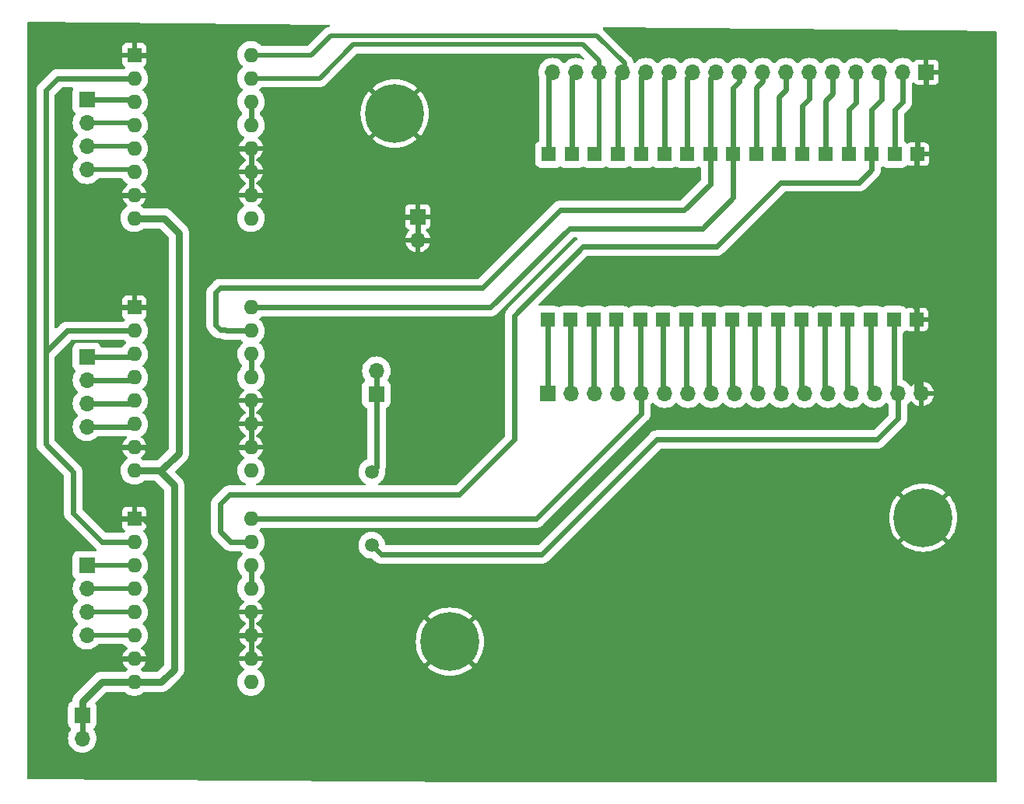
<source format=gbl>
%TF.GenerationSoftware,KiCad,Pcbnew,(6.0.7)*%
%TF.CreationDate,2023-11-16T10:53:28-06:00*%
%TF.ProjectId,Robot_arm,526f626f-745f-4617-926d-2e6b69636164,rev?*%
%TF.SameCoordinates,Original*%
%TF.FileFunction,Copper,L2,Bot*%
%TF.FilePolarity,Positive*%
%FSLAX46Y46*%
G04 Gerber Fmt 4.6, Leading zero omitted, Abs format (unit mm)*
G04 Created by KiCad (PCBNEW (6.0.7)) date 2023-11-16 10:53:28*
%MOMM*%
%LPD*%
G01*
G04 APERTURE LIST*
%TA.AperFunction,ComponentPad*%
%ADD10C,0.800000*%
%TD*%
%TA.AperFunction,ComponentPad*%
%ADD11C,6.400000*%
%TD*%
%TA.AperFunction,ComponentPad*%
%ADD12R,1.700000X1.700000*%
%TD*%
%TA.AperFunction,ComponentPad*%
%ADD13O,1.700000X1.700000*%
%TD*%
%TA.AperFunction,ComponentPad*%
%ADD14R,1.524000X1.524000*%
%TD*%
%TA.AperFunction,ComponentPad*%
%ADD15R,1.600000X1.600000*%
%TD*%
%TA.AperFunction,ComponentPad*%
%ADD16O,1.600000X1.600000*%
%TD*%
%TA.AperFunction,ViaPad*%
%ADD17C,1.500000*%
%TD*%
%TA.AperFunction,Conductor*%
%ADD18C,0.600000*%
%TD*%
%TA.AperFunction,Conductor*%
%ADD19C,0.500000*%
%TD*%
%TA.AperFunction,Conductor*%
%ADD20C,0.250000*%
%TD*%
%TA.AperFunction,Conductor*%
%ADD21C,0.800000*%
%TD*%
G04 APERTURE END LIST*
D10*
%TO.P,H3,1,1*%
%TO.N,GND*%
X109500000Y-50600000D03*
X111197056Y-54697056D03*
X111197056Y-51302944D03*
X111900000Y-53000000D03*
D11*
X109500000Y-53000000D03*
D10*
X109500000Y-55400000D03*
X107802944Y-51302944D03*
X107802944Y-54697056D03*
X107100000Y-53000000D03*
%TD*%
%TO.P,H2,1,1*%
%TO.N,GND*%
X167000000Y-94600000D03*
X168697056Y-98697056D03*
X168697056Y-95302944D03*
X169400000Y-97000000D03*
D11*
X167000000Y-97000000D03*
D10*
X167000000Y-99400000D03*
X165302944Y-95302944D03*
X165302944Y-98697056D03*
X164600000Y-97000000D03*
%TD*%
%TO.P,H1,1,1*%
%TO.N,GND*%
X115500000Y-108100000D03*
X117197056Y-112197056D03*
X117197056Y-108802944D03*
X117900000Y-110500000D03*
D11*
X115500000Y-110500000D03*
D10*
X115500000Y-112900000D03*
X113802944Y-108802944D03*
X113802944Y-112197056D03*
X113100000Y-110500000D03*
%TD*%
D12*
%TO.P,J8,1,Pin_1*%
%TO.N,3.3v*%
X107500000Y-83540000D03*
D13*
%TO.P,J8,2,Pin_2*%
X107500000Y-81000000D03*
%TD*%
D14*
%TO.P,U1,1,B11*%
%TO.N,Net-(J4-Pad17)*%
X126237932Y-57437500D03*
%TO.P,U1,2,B12*%
%TO.N,Net-(J4-Pad16)*%
X128737932Y-57437500D03*
%TO.P,U1,3,B1*%
%TO.N,STEP2*%
X131237932Y-57437500D03*
%TO.P,U1,4,B0*%
%TO.N,DIR2*%
X133737932Y-57437500D03*
%TO.P,U1,5,A7*%
%TO.N,Net-(J4-Pad13)*%
X136312932Y-57437500D03*
%TO.P,U1,6,A6*%
%TO.N,Net-(J4-Pad12)*%
X138812932Y-57437500D03*
%TO.P,U1,7,A5*%
%TO.N,Net-(J4-Pad11)*%
X141312932Y-57437500D03*
%TO.P,U1,8,A4*%
%TO.N,STEP3*%
X143812932Y-57437500D03*
%TO.P,U1,9,A3*%
%TO.N,DIR3*%
X146312932Y-57437500D03*
%TO.P,U1,10,A2*%
%TO.N,Net-(J4-Pad8)*%
X148812932Y-57437500D03*
%TO.P,U1,11,A1*%
%TO.N,Net-(J4-Pad7)*%
X151312932Y-57437500D03*
%TO.P,U1,12,A0*%
%TO.N,/A0*%
X153812932Y-57437500D03*
%TO.P,U1,13,RST*%
%TO.N,Net-(J4-Pad5)*%
X156387932Y-57437500D03*
%TO.P,U1,14,C13*%
%TO.N,Net-(J4-Pad4)*%
X158887932Y-57437500D03*
%TO.P,U1,15,B9*%
%TO.N,STEP1*%
X161387932Y-57437500D03*
%TO.P,U1,16,B8*%
%TO.N,Net-(J4-Pad2)*%
X163887932Y-57437500D03*
%TO.P,U1,17,G*%
%TO.N,GND*%
X166387932Y-57437500D03*
%TO.P,U1,18,G*%
X166287932Y-75412500D03*
%TO.P,U1,19,3.3v*%
%TO.N,3.3v*%
X163787932Y-75412500D03*
%TO.P,U1,20,B7*%
%TO.N,Net-(J5-Pad15)*%
X161287932Y-75412500D03*
%TO.P,U1,21,B6*%
%TO.N,Net-(J5-Pad14)*%
X158787932Y-75412500D03*
%TO.P,U1,22,B5*%
%TO.N,Net-(J5-Pad13)*%
X156287932Y-75412500D03*
%TO.P,U1,23,B4*%
%TO.N,Net-(J5-Pad12)*%
X153712932Y-75412500D03*
%TO.P,U1,24,B3*%
%TO.N,Net-(J5-Pad11)*%
X151212932Y-75412500D03*
%TO.P,U1,25,A15*%
%TO.N,Net-(J5-Pad10)*%
X148712932Y-75412500D03*
%TO.P,U1,26,A12*%
%TO.N,Net-(J5-Pad9)*%
X146212932Y-75412500D03*
%TO.P,U1,27,A11*%
%TO.N,Net-(J5-Pad8)*%
X143712932Y-75412500D03*
%TO.P,U1,28,A10*%
%TO.N,Net-(J5-Pad7)*%
X141212932Y-75412500D03*
%TO.P,U1,29,A9*%
%TO.N,Net-(J5-Pad6)*%
X138712932Y-75412500D03*
%TO.P,U1,30,A8*%
%TO.N,DIR1*%
X136212932Y-75412500D03*
%TO.P,U1,31,B15*%
%TO.N,Net-(J5-Pad4)*%
X133637932Y-75412500D03*
%TO.P,U1,32,B14*%
%TO.N,Net-(J5-Pad3)*%
X131137932Y-75412500D03*
%TO.P,U1,33,B13*%
%TO.N,Net-(J5-Pad2)*%
X128637932Y-75412500D03*
%TO.P,U1,34,B12*%
%TO.N,Net-(J5-Pad1)*%
X126137932Y-75412500D03*
%TD*%
D12*
%TO.P,J4,1,Pin_1*%
%TO.N,GND*%
X167325000Y-48500000D03*
D13*
%TO.P,J4,2,Pin_2*%
%TO.N,Net-(J4-Pad2)*%
X164785000Y-48500000D03*
%TO.P,J4,3,Pin_3*%
%TO.N,STEP1*%
X162245000Y-48500000D03*
%TO.P,J4,4,Pin_4*%
%TO.N,Net-(J4-Pad4)*%
X159705000Y-48500000D03*
%TO.P,J4,5,Pin_5*%
%TO.N,Net-(J4-Pad5)*%
X157165000Y-48500000D03*
%TO.P,J4,6,Pin_6*%
%TO.N,/A0*%
X154625000Y-48500000D03*
%TO.P,J4,7,Pin_7*%
%TO.N,Net-(J4-Pad7)*%
X152085000Y-48500000D03*
%TO.P,J4,8,Pin_8*%
%TO.N,Net-(J4-Pad8)*%
X149545000Y-48500000D03*
%TO.P,J4,9,Pin_9*%
%TO.N,DIR3*%
X147005000Y-48500000D03*
%TO.P,J4,10,Pin_10*%
%TO.N,STEP3*%
X144465000Y-48500000D03*
%TO.P,J4,11,Pin_11*%
%TO.N,Net-(J4-Pad11)*%
X141925000Y-48500000D03*
%TO.P,J4,12,Pin_12*%
%TO.N,Net-(J4-Pad12)*%
X139385000Y-48500000D03*
%TO.P,J4,13,Pin_13*%
%TO.N,Net-(J4-Pad13)*%
X136845000Y-48500000D03*
%TO.P,J4,14,Pin_14*%
%TO.N,DIR2*%
X134305000Y-48500000D03*
%TO.P,J4,15,Pin_15*%
%TO.N,STEP2*%
X131765000Y-48500000D03*
%TO.P,J4,16,Pin_16*%
%TO.N,Net-(J4-Pad16)*%
X129225000Y-48500000D03*
%TO.P,J4,17,Pin_17*%
%TO.N,Net-(J4-Pad17)*%
X126685000Y-48500000D03*
%TD*%
D12*
%TO.P,J6,1,Pin_1*%
%TO.N,VMOT*%
X75500000Y-118500000D03*
D13*
%TO.P,J6,2,Pin_2*%
X75500000Y-121040000D03*
%TD*%
D12*
%TO.P,J7,1,Pin_1*%
%TO.N,GND*%
X112000000Y-64230000D03*
D13*
%TO.P,J7,2,Pin_2*%
X112000000Y-66770000D03*
%TD*%
D12*
%TO.P,J5,1,Pin_1*%
%TO.N,Net-(J5-Pad1)*%
X126175000Y-83500000D03*
D13*
%TO.P,J5,2,Pin_2*%
%TO.N,Net-(J5-Pad2)*%
X128715000Y-83500000D03*
%TO.P,J5,3,Pin_3*%
%TO.N,Net-(J5-Pad3)*%
X131255000Y-83500000D03*
%TO.P,J5,4,Pin_4*%
%TO.N,Net-(J5-Pad4)*%
X133795000Y-83500000D03*
%TO.P,J5,5,Pin_5*%
%TO.N,DIR1*%
X136335000Y-83500000D03*
%TO.P,J5,6,Pin_6*%
%TO.N,Net-(J5-Pad6)*%
X138875000Y-83500000D03*
%TO.P,J5,7,Pin_7*%
%TO.N,Net-(J5-Pad7)*%
X141415000Y-83500000D03*
%TO.P,J5,8,Pin_8*%
%TO.N,Net-(J5-Pad8)*%
X143955000Y-83500000D03*
%TO.P,J5,9,Pin_9*%
%TO.N,Net-(J5-Pad9)*%
X146495000Y-83500000D03*
%TO.P,J5,10,Pin_10*%
%TO.N,Net-(J5-Pad10)*%
X149035000Y-83500000D03*
%TO.P,J5,11,Pin_11*%
%TO.N,Net-(J5-Pad11)*%
X151575000Y-83500000D03*
%TO.P,J5,12,Pin_12*%
%TO.N,Net-(J5-Pad12)*%
X154115000Y-83500000D03*
%TO.P,J5,13,Pin_13*%
%TO.N,Net-(J5-Pad13)*%
X156655000Y-83500000D03*
%TO.P,J5,14,Pin_14*%
%TO.N,Net-(J5-Pad14)*%
X159195000Y-83500000D03*
%TO.P,J5,15,Pin_15*%
%TO.N,Net-(J5-Pad15)*%
X161735000Y-83500000D03*
%TO.P,J5,16,Pin_16*%
%TO.N,3.3v*%
X164275000Y-83500000D03*
%TO.P,J5,17,Pin_17*%
%TO.N,GND*%
X166815000Y-83500000D03*
%TD*%
D15*
%TO.P,A3,1,GND*%
%TO.N,GND*%
X81160000Y-74110000D03*
D16*
%TO.P,A3,2,VDD*%
%TO.N,3.3v*%
X81160000Y-76650000D03*
%TO.P,A3,3,1B*%
%TO.N,Net-(A3-Pad3)*%
X81160000Y-79190000D03*
%TO.P,A3,4,1A*%
%TO.N,Net-(A3-Pad4)*%
X81160000Y-81730000D03*
%TO.P,A3,5,2A*%
%TO.N,Net-(A3-Pad5)*%
X81160000Y-84270000D03*
%TO.P,A3,6,2B*%
%TO.N,Net-(A3-Pad6)*%
X81160000Y-86810000D03*
%TO.P,A3,7,GND*%
%TO.N,GND*%
X81160000Y-89350000D03*
%TO.P,A3,8,VMOT*%
%TO.N,VMOT*%
X81160000Y-91890000D03*
%TO.P,A3,9,~{ENABLE}*%
%TO.N,unconnected-(A3-Pad9)*%
X93860000Y-91890000D03*
%TO.P,A3,10,MS1*%
%TO.N,GND*%
X93860000Y-89350000D03*
%TO.P,A3,11,MS2*%
X93860000Y-86810000D03*
%TO.P,A3,12,MS3*%
X93860000Y-84270000D03*
%TO.P,A3,13,~{RESET}*%
%TO.N,Net-(A3-Pad13)*%
X93860000Y-81730000D03*
%TO.P,A3,14,~{SLEEP}*%
X93860000Y-79190000D03*
%TO.P,A3,15,STEP*%
%TO.N,STEP3*%
X93860000Y-76650000D03*
%TO.P,A3,16,DIR*%
%TO.N,DIR3*%
X93860000Y-74110000D03*
%TD*%
D12*
%TO.P,J2,1,Pin_1*%
%TO.N,Net-(A2-Pad3)*%
X76000000Y-51500000D03*
D13*
%TO.P,J2,2,Pin_2*%
%TO.N,Net-(A2-Pad4)*%
X76000000Y-54040000D03*
%TO.P,J2,3,Pin_3*%
%TO.N,Net-(A2-Pad5)*%
X76000000Y-56580000D03*
%TO.P,J2,4,Pin_4*%
%TO.N,Net-(A2-Pad6)*%
X76000000Y-59120000D03*
%TD*%
D15*
%TO.P,A2,1,GND*%
%TO.N,GND*%
X81160000Y-46610000D03*
D16*
%TO.P,A2,2,VDD*%
%TO.N,3.3v*%
X81160000Y-49150000D03*
%TO.P,A2,3,1B*%
%TO.N,Net-(A2-Pad3)*%
X81160000Y-51690000D03*
%TO.P,A2,4,1A*%
%TO.N,Net-(A2-Pad4)*%
X81160000Y-54230000D03*
%TO.P,A2,5,2A*%
%TO.N,Net-(A2-Pad5)*%
X81160000Y-56770000D03*
%TO.P,A2,6,2B*%
%TO.N,Net-(A2-Pad6)*%
X81160000Y-59310000D03*
%TO.P,A2,7,GND*%
%TO.N,GND*%
X81160000Y-61850000D03*
%TO.P,A2,8,VMOT*%
%TO.N,VMOT*%
X81160000Y-64390000D03*
%TO.P,A2,9,~{ENABLE}*%
%TO.N,unconnected-(A2-Pad9)*%
X93860000Y-64390000D03*
%TO.P,A2,10,MS1*%
%TO.N,GND*%
X93860000Y-61850000D03*
%TO.P,A2,11,MS2*%
X93860000Y-59310000D03*
%TO.P,A2,12,MS3*%
X93860000Y-56770000D03*
%TO.P,A2,13,~{RESET}*%
%TO.N,Net-(A2-Pad13)*%
X93860000Y-54230000D03*
%TO.P,A2,14,~{SLEEP}*%
X93860000Y-51690000D03*
%TO.P,A2,15,STEP*%
%TO.N,STEP2*%
X93860000Y-49150000D03*
%TO.P,A2,16,DIR*%
%TO.N,DIR2*%
X93860000Y-46610000D03*
%TD*%
D12*
%TO.P,J1,1,Pin_1*%
%TO.N,Net-(A1-Pad3)*%
X76000000Y-102200000D03*
D13*
%TO.P,J1,2,Pin_2*%
%TO.N,Net-(A1-Pad4)*%
X76000000Y-104740000D03*
%TO.P,J1,3,Pin_3*%
%TO.N,Net-(A1-Pad5)*%
X76000000Y-107280000D03*
%TO.P,J1,4,Pin_4*%
%TO.N,Net-(A1-Pad6)*%
X76000000Y-109820000D03*
%TD*%
D12*
%TO.P,J3,1,Pin_1*%
%TO.N,Net-(A3-Pad3)*%
X76000000Y-79500000D03*
D13*
%TO.P,J3,2,Pin_2*%
%TO.N,Net-(A3-Pad4)*%
X76000000Y-82040000D03*
%TO.P,J3,3,Pin_3*%
%TO.N,Net-(A3-Pad5)*%
X76000000Y-84580000D03*
%TO.P,J3,4,Pin_4*%
%TO.N,Net-(A3-Pad6)*%
X76000000Y-87120000D03*
%TD*%
D15*
%TO.P,A1,1,GND*%
%TO.N,GND*%
X81160000Y-97110000D03*
D16*
%TO.P,A1,2,VDD*%
%TO.N,3.3v*%
X81160000Y-99650000D03*
%TO.P,A1,3,1B*%
%TO.N,Net-(A1-Pad3)*%
X81160000Y-102190000D03*
%TO.P,A1,4,1A*%
%TO.N,Net-(A1-Pad4)*%
X81160000Y-104730000D03*
%TO.P,A1,5,2A*%
%TO.N,Net-(A1-Pad5)*%
X81160000Y-107270000D03*
%TO.P,A1,6,2B*%
%TO.N,Net-(A1-Pad6)*%
X81160000Y-109810000D03*
%TO.P,A1,7,GND*%
%TO.N,GND*%
X81160000Y-112350000D03*
%TO.P,A1,8,VMOT*%
%TO.N,VMOT*%
X81160000Y-114890000D03*
%TO.P,A1,9,~{ENABLE}*%
%TO.N,unconnected-(A1-Pad9)*%
X93860000Y-114890000D03*
%TO.P,A1,10,MS1*%
%TO.N,GND*%
X93860000Y-112350000D03*
%TO.P,A1,11,MS2*%
X93860000Y-109810000D03*
%TO.P,A1,12,MS3*%
X93860000Y-107270000D03*
%TO.P,A1,13,~{RESET}*%
%TO.N,Net-(A1-Pad13)*%
X93860000Y-104730000D03*
%TO.P,A1,14,~{SLEEP}*%
X93860000Y-102190000D03*
%TO.P,A1,15,STEP*%
%TO.N,STEP1*%
X93860000Y-99650000D03*
%TO.P,A1,16,DIR*%
%TO.N,DIR1*%
X93860000Y-97110000D03*
%TD*%
D17*
%TO.N,GND*%
X131500000Y-70500000D03*
X119000000Y-66500000D03*
%TO.N,3.3v*%
X107000000Y-100000000D03*
X107000000Y-92000000D03*
%TD*%
D18*
%TO.N,GND*%
X162575864Y-70500000D02*
X166287932Y-74212068D01*
X83500000Y-98500000D02*
X83500000Y-111500000D01*
X83110000Y-46610000D02*
X85500000Y-49000000D01*
X81160000Y-97110000D02*
X82110000Y-97110000D01*
X93860000Y-61850000D02*
X106850000Y-61850000D01*
X93860000Y-112350000D02*
X93860000Y-109810000D01*
X112000000Y-66770000D02*
X112000000Y-64230000D01*
X82110000Y-97110000D02*
X83500000Y-98500000D01*
X93860000Y-86810000D02*
X93860000Y-84270000D01*
X93860000Y-89350000D02*
X93860000Y-86810000D01*
X90000000Y-111500000D02*
X91690000Y-109810000D01*
X84000000Y-75500000D02*
X84000000Y-88500000D01*
X166287932Y-74212068D02*
X166287932Y-57537500D01*
X82350000Y-89350000D02*
X81160000Y-89350000D01*
X90000000Y-116000000D02*
X90000000Y-111500000D01*
X85500000Y-49000000D02*
X85500000Y-57000000D01*
X81160000Y-46610000D02*
X83110000Y-46610000D01*
X83150000Y-61850000D02*
X81160000Y-61850000D01*
X82500000Y-89500000D02*
X82350000Y-89350000D01*
X78110000Y-97110000D02*
X76500000Y-95500000D01*
X81160000Y-112350000D02*
X75650000Y-112350000D01*
X166387932Y-57437500D02*
X166387932Y-52612068D01*
X79500000Y-89500000D02*
X79650000Y-89350000D01*
X167325000Y-51325000D02*
X167325000Y-48500000D01*
X81160000Y-97110000D02*
X78110000Y-97110000D01*
X166287932Y-75412500D02*
X166287932Y-82972932D01*
X166287932Y-82972932D02*
X166815000Y-83500000D01*
X166387932Y-52612068D02*
X167500000Y-51500000D01*
X82650000Y-112350000D02*
X81160000Y-112350000D01*
X85500000Y-59500000D02*
X83150000Y-61850000D01*
X93860000Y-59310000D02*
X93860000Y-56770000D01*
X79000000Y-89500000D02*
X79500000Y-89500000D01*
X166287932Y-75412500D02*
X166287932Y-74212068D01*
X85500000Y-57000000D02*
X85500000Y-59500000D01*
X77000000Y-64000000D02*
X79150000Y-61850000D01*
X88000000Y-91500000D02*
X90150000Y-89350000D01*
X85730000Y-56770000D02*
X85500000Y-57000000D01*
X166287932Y-57537500D02*
X166387932Y-57437500D01*
X79150000Y-61850000D02*
X81160000Y-61850000D01*
X72500000Y-115500000D02*
X72500000Y-125000000D01*
X72500000Y-125000000D02*
X81000000Y-125000000D01*
X107000000Y-62000000D02*
X109000000Y-64000000D01*
X82610000Y-74110000D02*
X84000000Y-75500000D01*
X90150000Y-89350000D02*
X93860000Y-89350000D01*
X81160000Y-74110000D02*
X79610000Y-74110000D01*
X93860000Y-61850000D02*
X93860000Y-59310000D01*
X109230000Y-64230000D02*
X112000000Y-64230000D01*
X76500000Y-92000000D02*
X79000000Y-89500000D01*
X131500000Y-70500000D02*
X162575864Y-70500000D01*
X75650000Y-112350000D02*
X72500000Y-115500000D01*
X90000000Y-105500000D02*
X88000000Y-103500000D01*
X79610000Y-74110000D02*
X77000000Y-71500000D01*
X90000000Y-111500000D02*
X90000000Y-105500000D01*
X91690000Y-109810000D02*
X93860000Y-109810000D01*
X83000000Y-89500000D02*
X82500000Y-89500000D01*
X109000000Y-64000000D02*
X109230000Y-64230000D01*
X83500000Y-111500000D02*
X82650000Y-112350000D01*
X167500000Y-51500000D02*
X167325000Y-51325000D01*
X81160000Y-74110000D02*
X82610000Y-74110000D01*
X88000000Y-103500000D02*
X88000000Y-91500000D01*
X77000000Y-71500000D02*
X77000000Y-64000000D01*
X93860000Y-56770000D02*
X85730000Y-56770000D01*
X118730000Y-66770000D02*
X119000000Y-66500000D01*
X76500000Y-95500000D02*
X76500000Y-92000000D01*
X81000000Y-125000000D02*
X90000000Y-116000000D01*
X79650000Y-89350000D02*
X81160000Y-89350000D01*
X93860000Y-109810000D02*
X93860000Y-107270000D01*
X84000000Y-88500000D02*
X83000000Y-89500000D01*
X112000000Y-66770000D02*
X118730000Y-66770000D01*
%TO.N,3.3v*%
X74500000Y-92000000D02*
X74500000Y-96500000D01*
X107000000Y-92000000D02*
X107500000Y-91500000D01*
X71500000Y-89000000D02*
X74500000Y-92000000D01*
X125500000Y-101000000D02*
X138000000Y-88500000D01*
X164275000Y-86225000D02*
X164275000Y-83500000D01*
X73850000Y-76650000D02*
X81160000Y-76650000D01*
X108000000Y-101000000D02*
X125500000Y-101000000D01*
X107500000Y-81000000D02*
X107500000Y-83540000D01*
X77650000Y-99650000D02*
X81160000Y-99650000D01*
X71500000Y-89000000D02*
X71500000Y-79500000D01*
X163787932Y-75412500D02*
X163787932Y-83012932D01*
X81160000Y-49150000D02*
X72850000Y-49150000D01*
X71500000Y-50500000D02*
X71500000Y-79500000D01*
X138000000Y-88500000D02*
X162000000Y-88500000D01*
X71500000Y-79000000D02*
X73850000Y-76650000D01*
X74500000Y-96500000D02*
X77650000Y-99650000D01*
X162000000Y-88500000D02*
X164275000Y-86225000D01*
X71500000Y-79500000D02*
X71500000Y-79000000D01*
X163787932Y-83012932D02*
X164275000Y-83500000D01*
X107000000Y-100000000D02*
X108000000Y-101000000D01*
X107500000Y-91500000D02*
X107500000Y-83540000D01*
X72850000Y-49150000D02*
X71500000Y-50500000D01*
D19*
%TO.N,Net-(A1-Pad3)*%
X76000000Y-102200000D02*
X81150000Y-102200000D01*
D20*
X81150000Y-102200000D02*
X81160000Y-102190000D01*
D19*
%TO.N,Net-(A1-Pad4)*%
X76000000Y-104740000D02*
X81150000Y-104740000D01*
D20*
X81150000Y-104740000D02*
X81160000Y-104730000D01*
%TO.N,Net-(A1-Pad5)*%
X81150000Y-107280000D02*
X81160000Y-107270000D01*
D19*
X76000000Y-107280000D02*
X81150000Y-107280000D01*
D20*
%TO.N,Net-(A1-Pad6)*%
X81150000Y-109820000D02*
X81160000Y-109810000D01*
D19*
X76000000Y-109820000D02*
X81150000Y-109820000D01*
D21*
%TO.N,VMOT*%
X83890000Y-91890000D02*
X81160000Y-91890000D01*
X84110000Y-114890000D02*
X85500000Y-113500000D01*
X85500000Y-113500000D02*
X85500000Y-93500000D01*
X84390000Y-64390000D02*
X81160000Y-64390000D01*
X86000000Y-90000000D02*
X86000000Y-66000000D01*
X85500000Y-93500000D02*
X83890000Y-91890000D01*
D18*
X75500000Y-121040000D02*
X75500000Y-118500000D01*
D21*
X75500000Y-118500000D02*
X75500000Y-117000000D01*
X86000000Y-66000000D02*
X84390000Y-64390000D01*
X75500000Y-117000000D02*
X77610000Y-114890000D01*
X77610000Y-114890000D02*
X81160000Y-114890000D01*
X81160000Y-114890000D02*
X84110000Y-114890000D01*
X84110000Y-91890000D02*
X86000000Y-90000000D01*
X83890000Y-91890000D02*
X84110000Y-91890000D01*
D18*
%TO.N,Net-(A1-Pad13)*%
X93860000Y-104730000D02*
X93860000Y-102190000D01*
%TO.N,STEP1*%
X161387932Y-52612068D02*
X162500000Y-51500000D01*
X116500000Y-94500000D02*
X122500000Y-88500000D01*
X162500000Y-51500000D02*
X162500000Y-48755000D01*
X160000000Y-60500000D02*
X161387932Y-59112068D01*
X130000000Y-67500000D02*
X144500000Y-67500000D01*
X122500000Y-88500000D02*
X122500000Y-75000000D01*
X144500000Y-67500000D02*
X151500000Y-60500000D01*
X162500000Y-48755000D02*
X162245000Y-48500000D01*
X90500000Y-95500000D02*
X91500000Y-94500000D01*
X151500000Y-60500000D02*
X160000000Y-60500000D01*
X91500000Y-94500000D02*
X116500000Y-94500000D01*
X93860000Y-99650000D02*
X91650000Y-99650000D01*
X161387932Y-59112068D02*
X161387932Y-57437500D01*
X122500000Y-75000000D02*
X130000000Y-67500000D01*
X161387932Y-57437500D02*
X161387932Y-52612068D01*
X90500000Y-98500000D02*
X90500000Y-95500000D01*
X91650000Y-99650000D02*
X90500000Y-98500000D01*
%TO.N,DIR1*%
X93860000Y-97110000D02*
X124890000Y-97110000D01*
X124890000Y-97110000D02*
X136335000Y-85665000D01*
X136212932Y-75412500D02*
X136212932Y-83377932D01*
X136212932Y-83377932D02*
X136335000Y-83500000D01*
X136335000Y-85665000D02*
X136335000Y-83500000D01*
D20*
%TO.N,Net-(A2-Pad3)*%
X80970000Y-51500000D02*
X81160000Y-51690000D01*
D18*
X76000000Y-51500000D02*
X80970000Y-51500000D01*
D20*
%TO.N,Net-(A2-Pad4)*%
X80970000Y-54040000D02*
X81160000Y-54230000D01*
D19*
X76000000Y-54040000D02*
X80970000Y-54040000D01*
D20*
%TO.N,Net-(A2-Pad5)*%
X80970000Y-56580000D02*
X81160000Y-56770000D01*
D19*
X76000000Y-56580000D02*
X80970000Y-56580000D01*
D20*
%TO.N,Net-(A2-Pad6)*%
X80970000Y-59120000D02*
X81160000Y-59310000D01*
D19*
X76000000Y-59120000D02*
X80970000Y-59120000D01*
D18*
%TO.N,Net-(A2-Pad13)*%
X93860000Y-54230000D02*
X93860000Y-51690000D01*
D19*
%TO.N,STEP2*%
X130000000Y-45500000D02*
X131765000Y-47265000D01*
X131765000Y-56910432D02*
X131237932Y-57437500D01*
X131765000Y-48500000D02*
X131765000Y-56910432D01*
X131765000Y-47265000D02*
X131765000Y-48500000D01*
X105000000Y-45500000D02*
X130000000Y-45500000D01*
X101350000Y-49150000D02*
X105000000Y-45500000D01*
X93860000Y-49150000D02*
X101350000Y-49150000D01*
%TO.N,DIR2*%
X131500000Y-44500000D02*
X134500000Y-47500000D01*
X134500000Y-48305000D02*
X134305000Y-48500000D01*
D18*
X133737932Y-57437500D02*
X133737932Y-49067068D01*
D19*
X93860000Y-46610000D02*
X100390000Y-46610000D01*
X100390000Y-46610000D02*
X102500000Y-44500000D01*
D18*
X133737932Y-49067068D02*
X134305000Y-48500000D01*
D19*
X134500000Y-47500000D02*
X134500000Y-48305000D01*
X102500000Y-44500000D02*
X131500000Y-44500000D01*
D18*
%TO.N,Net-(A3-Pad3)*%
X80850000Y-79500000D02*
X81160000Y-79190000D01*
X76000000Y-79500000D02*
X80850000Y-79500000D01*
%TO.N,Net-(A3-Pad4)*%
X76000000Y-82040000D02*
X80850000Y-82040000D01*
X80850000Y-82040000D02*
X81160000Y-81730000D01*
%TO.N,Net-(A3-Pad5)*%
X80850000Y-84580000D02*
X81160000Y-84270000D01*
X76000000Y-84580000D02*
X80850000Y-84580000D01*
%TO.N,Net-(A3-Pad6)*%
X80850000Y-87120000D02*
X81160000Y-86810000D01*
X76000000Y-87120000D02*
X80850000Y-87120000D01*
%TO.N,Net-(A3-Pad13)*%
X93860000Y-81730000D02*
X93860000Y-79190000D01*
%TO.N,STEP3*%
X90500000Y-76500000D02*
X91000000Y-76500000D01*
X143812932Y-57437500D02*
X143812932Y-49152068D01*
X90500000Y-72000000D02*
X90000000Y-72500000D01*
X143812932Y-60687068D02*
X141000000Y-63500000D01*
X90000000Y-76000000D02*
X90500000Y-76500000D01*
X91000000Y-76500000D02*
X91150000Y-76650000D01*
X90000000Y-72500000D02*
X90000000Y-76000000D01*
X119000000Y-72000000D02*
X90500000Y-72000000D01*
X143812932Y-49152068D02*
X144465000Y-48500000D01*
X127500000Y-63500000D02*
X119000000Y-72000000D01*
X143812932Y-57437500D02*
X143812932Y-60687068D01*
X91150000Y-76650000D02*
X93860000Y-76650000D01*
X141000000Y-63500000D02*
X127500000Y-63500000D01*
%TO.N,DIR3*%
X146312932Y-62187068D02*
X146312932Y-57437500D01*
X147005000Y-49495000D02*
X147005000Y-48500000D01*
X93860000Y-74110000D02*
X119890000Y-74110000D01*
X119890000Y-74110000D02*
X128500000Y-65500000D01*
X128500000Y-65500000D02*
X143000000Y-65500000D01*
X146312932Y-57437500D02*
X146312932Y-50187068D01*
X146312932Y-50187068D02*
X147005000Y-49495000D01*
X143000000Y-65500000D02*
X146312932Y-62187068D01*
%TO.N,Net-(J4-Pad2)*%
X164785000Y-51715000D02*
X164785000Y-48500000D01*
X163887932Y-52612068D02*
X164785000Y-51715000D01*
X163887932Y-57437500D02*
X163887932Y-52612068D01*
%TO.N,Net-(J4-Pad4)*%
X158887932Y-57437500D02*
X158887932Y-52612068D01*
X158887932Y-52612068D02*
X159705000Y-51795000D01*
X159705000Y-51795000D02*
X159705000Y-48500000D01*
%TO.N,Net-(J4-Pad5)*%
X156387932Y-51612068D02*
X157165000Y-50835000D01*
X156387932Y-57437500D02*
X156387932Y-51612068D01*
X157165000Y-50835000D02*
X157165000Y-48500000D01*
%TO.N,Net-(J4-Pad7)*%
X151312932Y-51187068D02*
X152085000Y-50415000D01*
X152085000Y-50415000D02*
X152085000Y-48500000D01*
X151312932Y-57437500D02*
X151312932Y-51187068D01*
%TO.N,Net-(J4-Pad8)*%
X148812932Y-57437500D02*
X148812932Y-50187068D01*
X148812932Y-50187068D02*
X149545000Y-49455000D01*
X149545000Y-49455000D02*
X149545000Y-48500000D01*
%TO.N,Net-(J4-Pad11)*%
X141312932Y-57437500D02*
X141312932Y-49112068D01*
X141312932Y-49112068D02*
X141925000Y-48500000D01*
%TO.N,Net-(J4-Pad12)*%
X138812932Y-49072068D02*
X139385000Y-48500000D01*
X138812932Y-57437500D02*
X138812932Y-49072068D01*
%TO.N,Net-(J4-Pad13)*%
X136312932Y-57437500D02*
X136312932Y-49032068D01*
X136312932Y-49032068D02*
X136845000Y-48500000D01*
%TO.N,Net-(J4-Pad16)*%
X128737932Y-57437500D02*
X128737932Y-48987068D01*
X128737932Y-48987068D02*
X129225000Y-48500000D01*
%TO.N,Net-(J4-Pad17)*%
X126237932Y-48947068D02*
X126685000Y-48500000D01*
X126237932Y-57437500D02*
X126237932Y-48947068D01*
%TO.N,Net-(J5-Pad1)*%
X126137932Y-75412500D02*
X126137932Y-83462932D01*
X126137932Y-83462932D02*
X126175000Y-83500000D01*
%TO.N,Net-(J5-Pad2)*%
X128637932Y-75412500D02*
X128637932Y-83422932D01*
X128637932Y-83422932D02*
X128715000Y-83500000D01*
%TO.N,Net-(J5-Pad3)*%
X131137932Y-75412500D02*
X131137932Y-83382932D01*
X131137932Y-83382932D02*
X131255000Y-83500000D01*
%TO.N,Net-(J5-Pad4)*%
X133637932Y-83342932D02*
X133795000Y-83500000D01*
X133637932Y-75412500D02*
X133637932Y-83342932D01*
%TO.N,Net-(J5-Pad6)*%
X138712932Y-83337932D02*
X138875000Y-83500000D01*
X138712932Y-75412500D02*
X138712932Y-83337932D01*
%TO.N,Net-(J5-Pad7)*%
X141212932Y-83297932D02*
X141415000Y-83500000D01*
X141212932Y-75412500D02*
X141212932Y-83297932D01*
%TO.N,Net-(J5-Pad8)*%
X143712932Y-83257932D02*
X143955000Y-83500000D01*
X143712932Y-75412500D02*
X143712932Y-83257932D01*
%TO.N,Net-(J5-Pad9)*%
X146212932Y-83217932D02*
X146495000Y-83500000D01*
X146212932Y-75412500D02*
X146212932Y-83217932D01*
%TO.N,Net-(J5-Pad10)*%
X148712932Y-83177932D02*
X149035000Y-83500000D01*
X148712932Y-75412500D02*
X148712932Y-83177932D01*
%TO.N,Net-(J5-Pad11)*%
X151212932Y-83137932D02*
X151575000Y-83500000D01*
X151212932Y-75412500D02*
X151212932Y-83137932D01*
%TO.N,Net-(J5-Pad12)*%
X153712932Y-75412500D02*
X153712932Y-83097932D01*
X153712932Y-83097932D02*
X154115000Y-83500000D01*
%TO.N,Net-(J5-Pad13)*%
X156287932Y-83132932D02*
X156655000Y-83500000D01*
X156287932Y-75412500D02*
X156287932Y-83132932D01*
%TO.N,Net-(J5-Pad14)*%
X158787932Y-83092932D02*
X159195000Y-83500000D01*
X158787932Y-75412500D02*
X158787932Y-83092932D01*
%TO.N,Net-(J5-Pad15)*%
X161287932Y-83052932D02*
X161735000Y-83500000D01*
X161287932Y-75412500D02*
X161287932Y-83052932D01*
%TO.N,/A0*%
X153812932Y-57437500D02*
X153812932Y-52187068D01*
X153812932Y-52187068D02*
X154625000Y-51375000D01*
X154625000Y-51375000D02*
X154625000Y-48500000D01*
%TD*%
%TA.AperFunction,Conductor*%
%TO.N,GND*%
G36*
X102313433Y-43311028D02*
G01*
X102381361Y-43331674D01*
X102427344Y-43385768D01*
X102436781Y-43456135D01*
X102406677Y-43520433D01*
X102346590Y-43558249D01*
X102324972Y-43562377D01*
X102322826Y-43562595D01*
X102314237Y-43563467D01*
X102314234Y-43563468D01*
X102307890Y-43564112D01*
X102282184Y-43572168D01*
X102266390Y-43576018D01*
X102239863Y-43580695D01*
X102233930Y-43583044D01*
X102186794Y-43601706D01*
X102178091Y-43604788D01*
X102123627Y-43621856D01*
X102118044Y-43624950D01*
X102118043Y-43624951D01*
X102100062Y-43634918D01*
X102085371Y-43641862D01*
X102060325Y-43651779D01*
X102054981Y-43655276D01*
X102012563Y-43683034D01*
X102004653Y-43687804D01*
X101954739Y-43715472D01*
X101934279Y-43733008D01*
X101921292Y-43742760D01*
X101898747Y-43757513D01*
X101894032Y-43761758D01*
X101857247Y-43798543D01*
X101850150Y-43805116D01*
X101808125Y-43841136D01*
X101790400Y-43863986D01*
X101779942Y-43875848D01*
X100033195Y-45622595D01*
X99970883Y-45656621D01*
X99944100Y-45659500D01*
X95079638Y-45659500D01*
X95011517Y-45639498D01*
X94986444Y-45618299D01*
X94944266Y-45571946D01*
X94886846Y-45508842D01*
X94882795Y-45505643D01*
X94882791Y-45505639D01*
X94697264Y-45359119D01*
X94697259Y-45359116D01*
X94693210Y-45355918D01*
X94688694Y-45353425D01*
X94688691Y-45353423D01*
X94481722Y-45239170D01*
X94481718Y-45239168D01*
X94477198Y-45236673D01*
X94472329Y-45234949D01*
X94472325Y-45234947D01*
X94249485Y-45156035D01*
X94249481Y-45156034D01*
X94244610Y-45154309D01*
X94239517Y-45153402D01*
X94239514Y-45153401D01*
X94006783Y-45111945D01*
X94006777Y-45111944D01*
X94001694Y-45111039D01*
X93922324Y-45110069D01*
X93760142Y-45108088D01*
X93760140Y-45108088D01*
X93754972Y-45108025D01*
X93511070Y-45145347D01*
X93276540Y-45222003D01*
X93271948Y-45224393D01*
X93271949Y-45224393D01*
X93119656Y-45303672D01*
X93057679Y-45335935D01*
X93053546Y-45339038D01*
X93053543Y-45339040D01*
X92900063Y-45454276D01*
X92860364Y-45484083D01*
X92856792Y-45487821D01*
X92695484Y-45656621D01*
X92689896Y-45662468D01*
X92686982Y-45666740D01*
X92686981Y-45666741D01*
X92624380Y-45758510D01*
X92550851Y-45866300D01*
X92446965Y-46090104D01*
X92381026Y-46327871D01*
X92354806Y-46573214D01*
X92369010Y-46819545D01*
X92370147Y-46824591D01*
X92370148Y-46824597D01*
X92386859Y-46898747D01*
X92423255Y-47060249D01*
X92516084Y-47288861D01*
X92645006Y-47499241D01*
X92806557Y-47685741D01*
X92902897Y-47765724D01*
X92923357Y-47782710D01*
X92962992Y-47841612D01*
X92964490Y-47912593D01*
X92927376Y-47973116D01*
X92918525Y-47980414D01*
X92866617Y-48019388D01*
X92860364Y-48024083D01*
X92856792Y-48027821D01*
X92695484Y-48196621D01*
X92689896Y-48202468D01*
X92686982Y-48206740D01*
X92686981Y-48206741D01*
X92650205Y-48260653D01*
X92550851Y-48406300D01*
X92446965Y-48630104D01*
X92381026Y-48867871D01*
X92354806Y-49113214D01*
X92369010Y-49359545D01*
X92370147Y-49364591D01*
X92370148Y-49364597D01*
X92394608Y-49473132D01*
X92423255Y-49600249D01*
X92516084Y-49828861D01*
X92518789Y-49833276D01*
X92518790Y-49833277D01*
X92539882Y-49867695D01*
X92645006Y-50039241D01*
X92806557Y-50225741D01*
X92918894Y-50319005D01*
X92923357Y-50322710D01*
X92962992Y-50381612D01*
X92964490Y-50452593D01*
X92927376Y-50513116D01*
X92918525Y-50520414D01*
X92898859Y-50535180D01*
X92860364Y-50564083D01*
X92850855Y-50574034D01*
X92700953Y-50730898D01*
X92689896Y-50742468D01*
X92686982Y-50746740D01*
X92686981Y-50746741D01*
X92639197Y-50816790D01*
X92550851Y-50946300D01*
X92548673Y-50950991D01*
X92548673Y-50950992D01*
X92458648Y-51144936D01*
X92446965Y-51170104D01*
X92381026Y-51407871D01*
X92354806Y-51653214D01*
X92355103Y-51658366D01*
X92355103Y-51658370D01*
X92360975Y-51760197D01*
X92369010Y-51899545D01*
X92370147Y-51904591D01*
X92370148Y-51904597D01*
X92397270Y-52024945D01*
X92423255Y-52140249D01*
X92516084Y-52368861D01*
X92518789Y-52373276D01*
X92518790Y-52373277D01*
X92555990Y-52433981D01*
X92645006Y-52579241D01*
X92806557Y-52765741D01*
X92810537Y-52769045D01*
X92813986Y-52771909D01*
X92853621Y-52830812D01*
X92859500Y-52868852D01*
X92859500Y-53054463D01*
X92839498Y-53122584D01*
X92824594Y-53141514D01*
X92689896Y-53282468D01*
X92686982Y-53286740D01*
X92686981Y-53286741D01*
X92654804Y-53333911D01*
X92550851Y-53486300D01*
X92446965Y-53710104D01*
X92381026Y-53947871D01*
X92354806Y-54193214D01*
X92369010Y-54439545D01*
X92370147Y-54444591D01*
X92370148Y-54444597D01*
X92385606Y-54513189D01*
X92423255Y-54680249D01*
X92516084Y-54908861D01*
X92645006Y-55119241D01*
X92806557Y-55305741D01*
X92996399Y-55463351D01*
X93010562Y-55471627D01*
X93071508Y-55507241D01*
X93120232Y-55558879D01*
X93133303Y-55628662D01*
X93106572Y-55694434D01*
X93080209Y-55719242D01*
X93020533Y-55761028D01*
X93012125Y-55768084D01*
X92858084Y-55922125D01*
X92851028Y-55930533D01*
X92726069Y-56108993D01*
X92720586Y-56118489D01*
X92628510Y-56315947D01*
X92624764Y-56326239D01*
X92578606Y-56498503D01*
X92578942Y-56512599D01*
X92586884Y-56516000D01*
X95127967Y-56516000D01*
X95141498Y-56512027D01*
X95142727Y-56503478D01*
X95095236Y-56326239D01*
X95091490Y-56315947D01*
X94999414Y-56118489D01*
X94993931Y-56108993D01*
X94868972Y-55930533D01*
X94861916Y-55922125D01*
X94737177Y-55797386D01*
X107067759Y-55797386D01*
X107075216Y-55807753D01*
X107314935Y-56001874D01*
X107320272Y-56005751D01*
X107640685Y-56213830D01*
X107646394Y-56217127D01*
X107986811Y-56390578D01*
X107992836Y-56393260D01*
X108349502Y-56530171D01*
X108355784Y-56532212D01*
X108724816Y-56631094D01*
X108731266Y-56632465D01*
X109108629Y-56692234D01*
X109115167Y-56692920D01*
X109496699Y-56712916D01*
X109503301Y-56712916D01*
X109884833Y-56692920D01*
X109891371Y-56692234D01*
X110268734Y-56632465D01*
X110275184Y-56631094D01*
X110644216Y-56532212D01*
X110650498Y-56530171D01*
X111007164Y-56393260D01*
X111013189Y-56390578D01*
X111353606Y-56217127D01*
X111359315Y-56213830D01*
X111679728Y-56005751D01*
X111685065Y-56001874D01*
X111923835Y-55808522D01*
X111932300Y-55796267D01*
X111925966Y-55785176D01*
X109512812Y-53372022D01*
X109498868Y-53364408D01*
X109497035Y-53364539D01*
X109490420Y-53368790D01*
X107074900Y-55784310D01*
X107067759Y-55797386D01*
X94737177Y-55797386D01*
X94707875Y-55768084D01*
X94699462Y-55761024D01*
X94642744Y-55721310D01*
X94598415Y-55665853D01*
X94591106Y-55595234D01*
X94623136Y-55531873D01*
X94641845Y-55515519D01*
X94827617Y-55383009D01*
X94827622Y-55383005D01*
X94831829Y-55380004D01*
X95006605Y-55205837D01*
X95150588Y-55005463D01*
X95259911Y-54784264D01*
X95293045Y-54675207D01*
X95330135Y-54553132D01*
X95330136Y-54553126D01*
X95331639Y-54548180D01*
X95363845Y-54303550D01*
X95365643Y-54230000D01*
X95350022Y-54040000D01*
X95345849Y-53989240D01*
X95345848Y-53989234D01*
X95345425Y-53984089D01*
X95285316Y-53744783D01*
X95186928Y-53518507D01*
X95052905Y-53311339D01*
X95030523Y-53286741D01*
X94893306Y-53135941D01*
X94862254Y-53072095D01*
X94860500Y-53051142D01*
X94860500Y-53003301D01*
X105787084Y-53003301D01*
X105807080Y-53384833D01*
X105807766Y-53391371D01*
X105867535Y-53768734D01*
X105868906Y-53775184D01*
X105967788Y-54144216D01*
X105969829Y-54150498D01*
X106106740Y-54507164D01*
X106109422Y-54513189D01*
X106282872Y-54853603D01*
X106286169Y-54859313D01*
X106494253Y-55179735D01*
X106498123Y-55185061D01*
X106691478Y-55423835D01*
X106703733Y-55432300D01*
X106714824Y-55425966D01*
X109127978Y-53012812D01*
X109134356Y-53001132D01*
X109864408Y-53001132D01*
X109864539Y-53002965D01*
X109868790Y-53009580D01*
X112284310Y-55425100D01*
X112297386Y-55432241D01*
X112307753Y-55424784D01*
X112501877Y-55185061D01*
X112505747Y-55179735D01*
X112713831Y-54859313D01*
X112717128Y-54853603D01*
X112890578Y-54513189D01*
X112893260Y-54507164D01*
X113030171Y-54150498D01*
X113032212Y-54144216D01*
X113131094Y-53775184D01*
X113132465Y-53768734D01*
X113192234Y-53391371D01*
X113192920Y-53384833D01*
X113212916Y-53003301D01*
X113212916Y-52996699D01*
X113192920Y-52615167D01*
X113192234Y-52608629D01*
X113132465Y-52231266D01*
X113131094Y-52224816D01*
X113032212Y-51855784D01*
X113030171Y-51849502D01*
X112893260Y-51492836D01*
X112890578Y-51486811D01*
X112717128Y-51146397D01*
X112713831Y-51140687D01*
X112505747Y-50820265D01*
X112501877Y-50814939D01*
X112308522Y-50576165D01*
X112296267Y-50567700D01*
X112285176Y-50574034D01*
X109872022Y-52987188D01*
X109864408Y-53001132D01*
X109134356Y-53001132D01*
X109135592Y-52998868D01*
X109135461Y-52997035D01*
X109131210Y-52990420D01*
X106715690Y-50574900D01*
X106702614Y-50567759D01*
X106692247Y-50575216D01*
X106498123Y-50814939D01*
X106494253Y-50820265D01*
X106286169Y-51140687D01*
X106282872Y-51146397D01*
X106109422Y-51486811D01*
X106106740Y-51492836D01*
X105969829Y-51849502D01*
X105967788Y-51855784D01*
X105868906Y-52224816D01*
X105867535Y-52231266D01*
X105807766Y-52608629D01*
X105807080Y-52615167D01*
X105787084Y-52996699D01*
X105787084Y-53003301D01*
X94860500Y-53003301D01*
X94860500Y-52863753D01*
X94880502Y-52795632D01*
X94897560Y-52774502D01*
X94958652Y-52713623D01*
X95006605Y-52665837D01*
X95015342Y-52653679D01*
X95147570Y-52469663D01*
X95150588Y-52465463D01*
X95166148Y-52433981D01*
X95221139Y-52322714D01*
X95259911Y-52244264D01*
X95306416Y-52091198D01*
X95330135Y-52013132D01*
X95330136Y-52013126D01*
X95331639Y-52008180D01*
X95352582Y-51849100D01*
X95363408Y-51766872D01*
X95363409Y-51766866D01*
X95363845Y-51763550D01*
X95365477Y-51696789D01*
X95365561Y-51693364D01*
X95365561Y-51693360D01*
X95365643Y-51690000D01*
X95355332Y-51564585D01*
X95345849Y-51449240D01*
X95345848Y-51449234D01*
X95345425Y-51444089D01*
X95285316Y-51204783D01*
X95200179Y-51008981D01*
X95188993Y-50983256D01*
X95188993Y-50983255D01*
X95186928Y-50978507D01*
X95052905Y-50771339D01*
X95029384Y-50745489D01*
X94951631Y-50660040D01*
X94886846Y-50588842D01*
X94882795Y-50585643D01*
X94882791Y-50585639D01*
X94812274Y-50529949D01*
X94800265Y-50520465D01*
X94759203Y-50462550D01*
X94755971Y-50391627D01*
X94791596Y-50330215D01*
X94805186Y-50319008D01*
X94831829Y-50300004D01*
X94928437Y-50203733D01*
X107067700Y-50203733D01*
X107074034Y-50214824D01*
X109487188Y-52627978D01*
X109501132Y-52635592D01*
X109502965Y-52635461D01*
X109509580Y-52631210D01*
X111925100Y-50215690D01*
X111932241Y-50202614D01*
X111924784Y-50192247D01*
X111685065Y-49998126D01*
X111679728Y-49994249D01*
X111359315Y-49786170D01*
X111353606Y-49782873D01*
X111013189Y-49609422D01*
X111007164Y-49606740D01*
X110650498Y-49469829D01*
X110644216Y-49467788D01*
X110275184Y-49368906D01*
X110268734Y-49367535D01*
X109891371Y-49307766D01*
X109884833Y-49307080D01*
X109503301Y-49287084D01*
X109496699Y-49287084D01*
X109115167Y-49307080D01*
X109108629Y-49307766D01*
X108731266Y-49367535D01*
X108724816Y-49368906D01*
X108355784Y-49467788D01*
X108349502Y-49469829D01*
X107992836Y-49606740D01*
X107986811Y-49609422D01*
X107646397Y-49782872D01*
X107640687Y-49786169D01*
X107320265Y-49994253D01*
X107314939Y-49998123D01*
X107076165Y-50191478D01*
X107067700Y-50203733D01*
X94928437Y-50203733D01*
X94995153Y-50137249D01*
X95057525Y-50103333D01*
X95084093Y-50100500D01*
X101334568Y-50100500D01*
X101338086Y-50100549D01*
X101413589Y-50102658D01*
X101413592Y-50102658D01*
X101419972Y-50102836D01*
X101476191Y-50092923D01*
X101485322Y-50091657D01*
X101542110Y-50085888D01*
X101563145Y-50079296D01*
X101567811Y-50077834D01*
X101583607Y-50073984D01*
X101603847Y-50070415D01*
X101603856Y-50070413D01*
X101610137Y-50069305D01*
X101636362Y-50058922D01*
X101663206Y-50048294D01*
X101671909Y-50045212D01*
X101673084Y-50044844D01*
X101726373Y-50028144D01*
X101749939Y-50015081D01*
X101764629Y-50008138D01*
X101789675Y-49998221D01*
X101837431Y-49966970D01*
X101845336Y-49962202D01*
X101889672Y-49937626D01*
X101895261Y-49934528D01*
X101905091Y-49926103D01*
X101915712Y-49916999D01*
X101928718Y-49907234D01*
X101947198Y-49895141D01*
X101951254Y-49892487D01*
X101955968Y-49888242D01*
X101992753Y-49851457D01*
X101999850Y-49844884D01*
X102037032Y-49813015D01*
X102041875Y-49808864D01*
X102059600Y-49786014D01*
X102070058Y-49774152D01*
X105356805Y-46487405D01*
X105419117Y-46453379D01*
X105445900Y-46450500D01*
X129554100Y-46450500D01*
X129622221Y-46470502D01*
X129643195Y-46487405D01*
X130061756Y-46905966D01*
X130095782Y-46968278D01*
X130090717Y-47039093D01*
X130048170Y-47095929D01*
X129981650Y-47120740D01*
X129924443Y-47111470D01*
X129710181Y-47022720D01*
X129710175Y-47022718D01*
X129705612Y-47020828D01*
X129700812Y-47019676D01*
X129700807Y-47019674D01*
X129592298Y-46993623D01*
X129468302Y-46963854D01*
X129225000Y-46944706D01*
X128981698Y-46963854D01*
X128857702Y-46993623D01*
X128749193Y-47019674D01*
X128749188Y-47019676D01*
X128744388Y-47020828D01*
X128739825Y-47022718D01*
X128739819Y-47022720D01*
X128523485Y-47112328D01*
X128523481Y-47112330D01*
X128518911Y-47114223D01*
X128310821Y-47241741D01*
X128125241Y-47400241D01*
X128050811Y-47487388D01*
X127991360Y-47526197D01*
X127920366Y-47526703D01*
X127859189Y-47487388D01*
X127784759Y-47400241D01*
X127599179Y-47241741D01*
X127391089Y-47114223D01*
X127386519Y-47112330D01*
X127386515Y-47112328D01*
X127170181Y-47022720D01*
X127170175Y-47022718D01*
X127165612Y-47020828D01*
X127160812Y-47019676D01*
X127160807Y-47019674D01*
X127052298Y-46993623D01*
X126928302Y-46963854D01*
X126685000Y-46944706D01*
X126441698Y-46963854D01*
X126317702Y-46993623D01*
X126209193Y-47019674D01*
X126209188Y-47019676D01*
X126204388Y-47020828D01*
X126199825Y-47022718D01*
X126199819Y-47022720D01*
X125983485Y-47112328D01*
X125983481Y-47112330D01*
X125978911Y-47114223D01*
X125770821Y-47241741D01*
X125585241Y-47400241D01*
X125426741Y-47585821D01*
X125299223Y-47793911D01*
X125297330Y-47798481D01*
X125297328Y-47798485D01*
X125207720Y-48014819D01*
X125207718Y-48014825D01*
X125205828Y-48019388D01*
X125204676Y-48024188D01*
X125204674Y-48024193D01*
X125183941Y-48110551D01*
X125148854Y-48256698D01*
X125129706Y-48500000D01*
X125148854Y-48743302D01*
X125205828Y-48980612D01*
X125207720Y-48985179D01*
X125207720Y-48985180D01*
X125227841Y-49033756D01*
X125237432Y-49081974D01*
X125237432Y-55929954D01*
X125217430Y-55998075D01*
X125176703Y-56037730D01*
X125134555Y-56063256D01*
X125040524Y-56120203D01*
X124920635Y-56240092D01*
X124832805Y-56385117D01*
X124782103Y-56546906D01*
X124775432Y-56619507D01*
X124775433Y-58255492D01*
X124782103Y-58328094D01*
X124784102Y-58334472D01*
X124784102Y-58334473D01*
X124808997Y-58413911D01*
X124832805Y-58489883D01*
X124920635Y-58634908D01*
X125040524Y-58754797D01*
X125185549Y-58842627D01*
X125192796Y-58844898D01*
X125192798Y-58844899D01*
X125237431Y-58858886D01*
X125347338Y-58893329D01*
X125419939Y-58900000D01*
X125422837Y-58900000D01*
X126240054Y-58899999D01*
X127055924Y-58899999D01*
X127058782Y-58899736D01*
X127058791Y-58899736D01*
X127094175Y-58896485D01*
X127128526Y-58893329D01*
X127134911Y-58891328D01*
X127283066Y-58844899D01*
X127283068Y-58844898D01*
X127290315Y-58842627D01*
X127353913Y-58804111D01*
X127422661Y-58762476D01*
X127491291Y-58744297D01*
X127553203Y-58762476D01*
X127621951Y-58804111D01*
X127685549Y-58842627D01*
X127692796Y-58844898D01*
X127692798Y-58844899D01*
X127737431Y-58858886D01*
X127847338Y-58893329D01*
X127919939Y-58900000D01*
X127922837Y-58900000D01*
X128740054Y-58899999D01*
X129555924Y-58899999D01*
X129558782Y-58899736D01*
X129558791Y-58899736D01*
X129594175Y-58896485D01*
X129628526Y-58893329D01*
X129634911Y-58891328D01*
X129783066Y-58844899D01*
X129783068Y-58844898D01*
X129790315Y-58842627D01*
X129853913Y-58804111D01*
X129922661Y-58762476D01*
X129991291Y-58744297D01*
X130053203Y-58762476D01*
X130121951Y-58804111D01*
X130185549Y-58842627D01*
X130192796Y-58844898D01*
X130192798Y-58844899D01*
X130237431Y-58858886D01*
X130347338Y-58893329D01*
X130419939Y-58900000D01*
X130422837Y-58900000D01*
X131240054Y-58899999D01*
X132055924Y-58899999D01*
X132058782Y-58899736D01*
X132058791Y-58899736D01*
X132094175Y-58896485D01*
X132128526Y-58893329D01*
X132134911Y-58891328D01*
X132283066Y-58844899D01*
X132283068Y-58844898D01*
X132290315Y-58842627D01*
X132353913Y-58804111D01*
X132422661Y-58762476D01*
X132491291Y-58744297D01*
X132553203Y-58762476D01*
X132621951Y-58804111D01*
X132685549Y-58842627D01*
X132692796Y-58844898D01*
X132692798Y-58844899D01*
X132737431Y-58858886D01*
X132847338Y-58893329D01*
X132919939Y-58900000D01*
X132922837Y-58900000D01*
X133740054Y-58899999D01*
X134555924Y-58899999D01*
X134558782Y-58899736D01*
X134558791Y-58899736D01*
X134594175Y-58896485D01*
X134628526Y-58893329D01*
X134634911Y-58891328D01*
X134783066Y-58844899D01*
X134783068Y-58844898D01*
X134790315Y-58842627D01*
X134935340Y-58754797D01*
X134940716Y-58749421D01*
X134946687Y-58744739D01*
X134948559Y-58747126D01*
X134998649Y-58719774D01*
X135069464Y-58724839D01*
X135102921Y-58746341D01*
X135104177Y-58744739D01*
X135110148Y-58749421D01*
X135115524Y-58754797D01*
X135260549Y-58842627D01*
X135267796Y-58844898D01*
X135267798Y-58844899D01*
X135312431Y-58858886D01*
X135422338Y-58893329D01*
X135494939Y-58900000D01*
X135497837Y-58900000D01*
X136315054Y-58899999D01*
X137130924Y-58899999D01*
X137133782Y-58899736D01*
X137133791Y-58899736D01*
X137169175Y-58896485D01*
X137203526Y-58893329D01*
X137209911Y-58891328D01*
X137358066Y-58844899D01*
X137358068Y-58844898D01*
X137365315Y-58842627D01*
X137428913Y-58804111D01*
X137497661Y-58762476D01*
X137566291Y-58744297D01*
X137628203Y-58762476D01*
X137696951Y-58804111D01*
X137760549Y-58842627D01*
X137767796Y-58844898D01*
X137767798Y-58844899D01*
X137812431Y-58858886D01*
X137922338Y-58893329D01*
X137994939Y-58900000D01*
X137997837Y-58900000D01*
X138815054Y-58899999D01*
X139630924Y-58899999D01*
X139633782Y-58899736D01*
X139633791Y-58899736D01*
X139669175Y-58896485D01*
X139703526Y-58893329D01*
X139709911Y-58891328D01*
X139858066Y-58844899D01*
X139858068Y-58844898D01*
X139865315Y-58842627D01*
X139928913Y-58804111D01*
X139997661Y-58762476D01*
X140066291Y-58744297D01*
X140128203Y-58762476D01*
X140196951Y-58804111D01*
X140260549Y-58842627D01*
X140267796Y-58844898D01*
X140267798Y-58844899D01*
X140312431Y-58858886D01*
X140422338Y-58893329D01*
X140494939Y-58900000D01*
X140497837Y-58900000D01*
X141315054Y-58899999D01*
X142130924Y-58899999D01*
X142133782Y-58899736D01*
X142133791Y-58899736D01*
X142169175Y-58896485D01*
X142203526Y-58893329D01*
X142209911Y-58891328D01*
X142358066Y-58844899D01*
X142358068Y-58844898D01*
X142365315Y-58842627D01*
X142428913Y-58804111D01*
X142497661Y-58762476D01*
X142566291Y-58744297D01*
X142628203Y-58762476D01*
X142751703Y-58837270D01*
X142799610Y-58889667D01*
X142812432Y-58945046D01*
X142812432Y-60220457D01*
X142792430Y-60288578D01*
X142775527Y-60309552D01*
X140622485Y-62462595D01*
X140560173Y-62496620D01*
X140533390Y-62499500D01*
X127516148Y-62499500D01*
X127512630Y-62499451D01*
X127432729Y-62497219D01*
X127432726Y-62497219D01*
X127426347Y-62497041D01*
X127420057Y-62498150D01*
X127420058Y-62498150D01*
X127366944Y-62507515D01*
X127357798Y-62508784D01*
X127304130Y-62514235D01*
X127304126Y-62514236D01*
X127297784Y-62514880D01*
X127270317Y-62523488D01*
X127254518Y-62527339D01*
X127226178Y-62532336D01*
X127220245Y-62534685D01*
X127170099Y-62554539D01*
X127161396Y-62557621D01*
X127109919Y-62573753D01*
X127109917Y-62573754D01*
X127103828Y-62575662D01*
X127098249Y-62578754D01*
X127098243Y-62578757D01*
X127078648Y-62589619D01*
X127063956Y-62596564D01*
X127037195Y-62607160D01*
X127031857Y-62610653D01*
X126986728Y-62640184D01*
X126978823Y-62644952D01*
X126931644Y-62671104D01*
X126931634Y-62671111D01*
X126926056Y-62674203D01*
X126904196Y-62692939D01*
X126891204Y-62702694D01*
X126867117Y-62718456D01*
X126862162Y-62722917D01*
X126823250Y-62761829D01*
X126816152Y-62768402D01*
X126771729Y-62806477D01*
X126767822Y-62811514D01*
X126767820Y-62811516D01*
X126752818Y-62830857D01*
X126742353Y-62842726D01*
X118622485Y-70962595D01*
X118560173Y-70996621D01*
X118533390Y-70999500D01*
X90516170Y-70999500D01*
X90512651Y-70999451D01*
X90432729Y-70997218D01*
X90432726Y-70997218D01*
X90426347Y-70997040D01*
X90420062Y-70998148D01*
X90420052Y-70998149D01*
X90366934Y-71007516D01*
X90357792Y-71008785D01*
X90297784Y-71014880D01*
X90270307Y-71023491D01*
X90254521Y-71027338D01*
X90226179Y-71032336D01*
X90170101Y-71054538D01*
X90161401Y-71057619D01*
X90144916Y-71062786D01*
X90103828Y-71075662D01*
X90078926Y-71089466D01*
X90078664Y-71089611D01*
X90063962Y-71096561D01*
X90043133Y-71104808D01*
X90037195Y-71107159D01*
X90031852Y-71110655D01*
X90031849Y-71110657D01*
X89986729Y-71140184D01*
X89978820Y-71144956D01*
X89931637Y-71171109D01*
X89931634Y-71171111D01*
X89926056Y-71174203D01*
X89921211Y-71178356D01*
X89904205Y-71192932D01*
X89891199Y-71202697D01*
X89867118Y-71218455D01*
X89862162Y-71222917D01*
X89823257Y-71261822D01*
X89816160Y-71268395D01*
X89771729Y-71306477D01*
X89767818Y-71311518D01*
X89767816Y-71311521D01*
X89752820Y-71330854D01*
X89742357Y-71342722D01*
X89303968Y-71781112D01*
X89301445Y-71783565D01*
X89238720Y-71842881D01*
X89204120Y-71892295D01*
X89198550Y-71899660D01*
X89160427Y-71946403D01*
X89157472Y-71952055D01*
X89157469Y-71952060D01*
X89147092Y-71971910D01*
X89138643Y-71985807D01*
X89122137Y-72009379D01*
X89119605Y-72015230D01*
X89119599Y-72015241D01*
X89098181Y-72064736D01*
X89094205Y-72073072D01*
X89069215Y-72120872D01*
X89069212Y-72120880D01*
X89066258Y-72126530D01*
X89064500Y-72132661D01*
X89058323Y-72154203D01*
X89052844Y-72169506D01*
X89041414Y-72195919D01*
X89040110Y-72202163D01*
X89040108Y-72202168D01*
X89029080Y-72254960D01*
X89026864Y-72263917D01*
X89010234Y-72321913D01*
X89009745Y-72328273D01*
X89008026Y-72350610D01*
X89005735Y-72366705D01*
X88999849Y-72394880D01*
X88999500Y-72401539D01*
X88999500Y-72456565D01*
X88999129Y-72466232D01*
X88994640Y-72524571D01*
X88995440Y-72530903D01*
X88998506Y-72555173D01*
X88999500Y-72570965D01*
X88999500Y-75983830D01*
X88999451Y-75987349D01*
X88997040Y-76073653D01*
X88998148Y-76079938D01*
X88998149Y-76079948D01*
X89007516Y-76133066D01*
X89008785Y-76142208D01*
X89014880Y-76202216D01*
X89023491Y-76229693D01*
X89027339Y-76245481D01*
X89031227Y-76267535D01*
X89031229Y-76267541D01*
X89032336Y-76273821D01*
X89041291Y-76296440D01*
X89054538Y-76329898D01*
X89057620Y-76338601D01*
X89075662Y-76396172D01*
X89078755Y-76401751D01*
X89089615Y-76421343D01*
X89096567Y-76436049D01*
X89107160Y-76462805D01*
X89110657Y-76468149D01*
X89140186Y-76513274D01*
X89144954Y-76521178D01*
X89174203Y-76573944D01*
X89178355Y-76578788D01*
X89192933Y-76595797D01*
X89202696Y-76608800D01*
X89218455Y-76632882D01*
X89222917Y-76637838D01*
X89261829Y-76676750D01*
X89268402Y-76683848D01*
X89306477Y-76728271D01*
X89311514Y-76732178D01*
X89311516Y-76732180D01*
X89330857Y-76747182D01*
X89342726Y-76757647D01*
X89781111Y-77196032D01*
X89783563Y-77198553D01*
X89842881Y-77261280D01*
X89892304Y-77295886D01*
X89899649Y-77301441D01*
X89946403Y-77339573D01*
X89952055Y-77342528D01*
X89952060Y-77342531D01*
X89971910Y-77352908D01*
X89985807Y-77361357D01*
X90009379Y-77377863D01*
X90015230Y-77380395D01*
X90015241Y-77380401D01*
X90064736Y-77401819D01*
X90073072Y-77405795D01*
X90110694Y-77425463D01*
X90126530Y-77433742D01*
X90132664Y-77435501D01*
X90132667Y-77435502D01*
X90154197Y-77441675D01*
X90169510Y-77447158D01*
X90190055Y-77456049D01*
X90190060Y-77456051D01*
X90195919Y-77458586D01*
X90254958Y-77470920D01*
X90263901Y-77473132D01*
X90321913Y-77489767D01*
X90328278Y-77490257D01*
X90328280Y-77490257D01*
X90350613Y-77491975D01*
X90366715Y-77494267D01*
X90390135Y-77499160D01*
X90390139Y-77499161D01*
X90394880Y-77500151D01*
X90399716Y-77500404D01*
X90399720Y-77500405D01*
X90399871Y-77500413D01*
X90399887Y-77500413D01*
X90401539Y-77500500D01*
X90456563Y-77500500D01*
X90466229Y-77500871D01*
X90518211Y-77504871D01*
X90518214Y-77504871D01*
X90524571Y-77505360D01*
X90555173Y-77501494D01*
X90570965Y-77500500D01*
X90580573Y-77500500D01*
X90648175Y-77521815D01*
X90648581Y-77521089D01*
X90652084Y-77523047D01*
X90652843Y-77523286D01*
X90659379Y-77527863D01*
X90665230Y-77530395D01*
X90665241Y-77530401D01*
X90714736Y-77551819D01*
X90723072Y-77555795D01*
X90770872Y-77580785D01*
X90770880Y-77580788D01*
X90776530Y-77583742D01*
X90782661Y-77585500D01*
X90804203Y-77591677D01*
X90819506Y-77597156D01*
X90845919Y-77608586D01*
X90852163Y-77609890D01*
X90852168Y-77609892D01*
X90887205Y-77617211D01*
X90904967Y-77620922D01*
X90913917Y-77623136D01*
X90971913Y-77639766D01*
X91000612Y-77641974D01*
X91016705Y-77644265D01*
X91044880Y-77650151D01*
X91049719Y-77650405D01*
X91049722Y-77650405D01*
X91049871Y-77650413D01*
X91049887Y-77650413D01*
X91051539Y-77650500D01*
X91106565Y-77650500D01*
X91116232Y-77650871D01*
X91168211Y-77654871D01*
X91168215Y-77654871D01*
X91174571Y-77655360D01*
X91205173Y-77651494D01*
X91220965Y-77650500D01*
X92683828Y-77650500D01*
X92751949Y-77670502D01*
X92779060Y-77693998D01*
X92806557Y-77725741D01*
X92918894Y-77819005D01*
X92923357Y-77822710D01*
X92962992Y-77881612D01*
X92964490Y-77952593D01*
X92927376Y-78013116D01*
X92918525Y-78020414D01*
X92864499Y-78060978D01*
X92860364Y-78064083D01*
X92689896Y-78242468D01*
X92686982Y-78246740D01*
X92686981Y-78246741D01*
X92667238Y-78275683D01*
X92550851Y-78446300D01*
X92446965Y-78670104D01*
X92381026Y-78907871D01*
X92354806Y-79153214D01*
X92369010Y-79399545D01*
X92370147Y-79404591D01*
X92370148Y-79404597D01*
X92383763Y-79465009D01*
X92423255Y-79640249D01*
X92516084Y-79868861D01*
X92645006Y-80079241D01*
X92806557Y-80265741D01*
X92810537Y-80269045D01*
X92813986Y-80271909D01*
X92853621Y-80330812D01*
X92859500Y-80368852D01*
X92859500Y-80554463D01*
X92839498Y-80622584D01*
X92824594Y-80641514D01*
X92689896Y-80782468D01*
X92686982Y-80786740D01*
X92686981Y-80786741D01*
X92667238Y-80815683D01*
X92550851Y-80986300D01*
X92446965Y-81210104D01*
X92381026Y-81447871D01*
X92354806Y-81693214D01*
X92355103Y-81698366D01*
X92355103Y-81698370D01*
X92356734Y-81726647D01*
X92369010Y-81939545D01*
X92370147Y-81944591D01*
X92370148Y-81944597D01*
X92393095Y-82046420D01*
X92423255Y-82180249D01*
X92516084Y-82408861D01*
X92518789Y-82413276D01*
X92518790Y-82413277D01*
X92534244Y-82438496D01*
X92645006Y-82619241D01*
X92806557Y-82805741D01*
X92996399Y-82963351D01*
X93010562Y-82971627D01*
X93071508Y-83007241D01*
X93120232Y-83058879D01*
X93133303Y-83128662D01*
X93106572Y-83194434D01*
X93080209Y-83219242D01*
X93020533Y-83261028D01*
X93012125Y-83268084D01*
X92858084Y-83422125D01*
X92851028Y-83430533D01*
X92726069Y-83608993D01*
X92720586Y-83618489D01*
X92628510Y-83815947D01*
X92624764Y-83826239D01*
X92578606Y-83998503D01*
X92578942Y-84012599D01*
X92586884Y-84016000D01*
X95127967Y-84016000D01*
X95141498Y-84012027D01*
X95142727Y-84003478D01*
X95095236Y-83826239D01*
X95091490Y-83815947D01*
X94999414Y-83618489D01*
X94993931Y-83608993D01*
X94868972Y-83430533D01*
X94861916Y-83422125D01*
X94707875Y-83268084D01*
X94699462Y-83261024D01*
X94642744Y-83221310D01*
X94598415Y-83165853D01*
X94591106Y-83095234D01*
X94623136Y-83031873D01*
X94641845Y-83015519D01*
X94827617Y-82883009D01*
X94827622Y-82883005D01*
X94831829Y-82880004D01*
X95006605Y-82705837D01*
X95053095Y-82641140D01*
X95147570Y-82509663D01*
X95150588Y-82505463D01*
X95154064Y-82498431D01*
X95215259Y-82374610D01*
X95259911Y-82284264D01*
X95283179Y-82207679D01*
X95330135Y-82053132D01*
X95330136Y-82053126D01*
X95331639Y-82048180D01*
X95348785Y-81917945D01*
X95363408Y-81806872D01*
X95363409Y-81806866D01*
X95363845Y-81803550D01*
X95365643Y-81730000D01*
X95351240Y-81554819D01*
X95345849Y-81489240D01*
X95345848Y-81489234D01*
X95345425Y-81484089D01*
X95285316Y-81244783D01*
X95186928Y-81018507D01*
X95052905Y-80811339D01*
X95049423Y-80807512D01*
X94893306Y-80635941D01*
X94862254Y-80572095D01*
X94860500Y-80551142D01*
X94860500Y-80363753D01*
X94880502Y-80295632D01*
X94897560Y-80274502D01*
X95002944Y-80169485D01*
X95006605Y-80165837D01*
X95150588Y-79965463D01*
X95259911Y-79744264D01*
X95299421Y-79614223D01*
X95330135Y-79513132D01*
X95330136Y-79513126D01*
X95331639Y-79508180D01*
X95363845Y-79263550D01*
X95365643Y-79190000D01*
X95347246Y-78966232D01*
X95345849Y-78949240D01*
X95345848Y-78949234D01*
X95345425Y-78944089D01*
X95285316Y-78704783D01*
X95186928Y-78478507D01*
X95052905Y-78271339D01*
X95026635Y-78242468D01*
X94996378Y-78209216D01*
X94886846Y-78088842D01*
X94882795Y-78085643D01*
X94882791Y-78085639D01*
X94840660Y-78052367D01*
X94800265Y-78020465D01*
X94759203Y-77962550D01*
X94755971Y-77891627D01*
X94791596Y-77830215D01*
X94805186Y-77819008D01*
X94831829Y-77800004D01*
X95006605Y-77625837D01*
X95031152Y-77591677D01*
X95147570Y-77429663D01*
X95150588Y-77425463D01*
X95160309Y-77405795D01*
X95214636Y-77295871D01*
X95259911Y-77204264D01*
X95275984Y-77151360D01*
X95330135Y-76973132D01*
X95330136Y-76973126D01*
X95331639Y-76968180D01*
X95362012Y-76737476D01*
X95363408Y-76726872D01*
X95363409Y-76726866D01*
X95363845Y-76723550D01*
X95364425Y-76699839D01*
X95365561Y-76653364D01*
X95365561Y-76653360D01*
X95365643Y-76650000D01*
X95354402Y-76513274D01*
X95345849Y-76409240D01*
X95345848Y-76409234D01*
X95345425Y-76404089D01*
X95285316Y-76164783D01*
X95186928Y-75938507D01*
X95052905Y-75731339D01*
X95047740Y-75725662D01*
X94953539Y-75622137D01*
X94886846Y-75548842D01*
X94882795Y-75545643D01*
X94882791Y-75545639D01*
X94834372Y-75507401D01*
X94800265Y-75480465D01*
X94759203Y-75422550D01*
X94755971Y-75351627D01*
X94791596Y-75290215D01*
X94805186Y-75279008D01*
X94831829Y-75260004D01*
X94944979Y-75147248D01*
X95007350Y-75113333D01*
X95033918Y-75110500D01*
X119873830Y-75110500D01*
X119877349Y-75110549D01*
X119957271Y-75112782D01*
X119957274Y-75112782D01*
X119963653Y-75112960D01*
X119969938Y-75111852D01*
X119969948Y-75111851D01*
X120023066Y-75102484D01*
X120032208Y-75101215D01*
X120092216Y-75095120D01*
X120119693Y-75086509D01*
X120135479Y-75082662D01*
X120139703Y-75081917D01*
X120157535Y-75078773D01*
X120157541Y-75078771D01*
X120163821Y-75077664D01*
X120219898Y-75055462D01*
X120228601Y-75052380D01*
X120280085Y-75036246D01*
X120280089Y-75036244D01*
X120286172Y-75034338D01*
X120311342Y-75020385D01*
X120326049Y-75013433D01*
X120328782Y-75012351D01*
X120352805Y-75002840D01*
X120403277Y-74969812D01*
X120411181Y-74965044D01*
X120458363Y-74938891D01*
X120458366Y-74938889D01*
X120463944Y-74935797D01*
X120485797Y-74917067D01*
X120498800Y-74907304D01*
X120507610Y-74901539D01*
X120522882Y-74891545D01*
X120526475Y-74888310D01*
X120526479Y-74888307D01*
X120526604Y-74888194D01*
X120527838Y-74887083D01*
X120566750Y-74848171D01*
X120573848Y-74841598D01*
X120618271Y-74803523D01*
X120637182Y-74779143D01*
X120647647Y-74767274D01*
X128877516Y-66537405D01*
X128939828Y-66503379D01*
X128966611Y-66500500D01*
X129280940Y-66500500D01*
X129349061Y-66520502D01*
X129395554Y-66574158D01*
X129405658Y-66644432D01*
X129376164Y-66709012D01*
X129365253Y-66720134D01*
X129362162Y-66722917D01*
X129323250Y-66761829D01*
X129316152Y-66768402D01*
X129271729Y-66806477D01*
X129267822Y-66811514D01*
X129267820Y-66811516D01*
X129252818Y-66830857D01*
X129242353Y-66842726D01*
X121803987Y-74281093D01*
X121801466Y-74283545D01*
X121738720Y-74342881D01*
X121721919Y-74366876D01*
X121704120Y-74392295D01*
X121698550Y-74399660D01*
X121660427Y-74446403D01*
X121657472Y-74452055D01*
X121657469Y-74452060D01*
X121647092Y-74471910D01*
X121638643Y-74485807D01*
X121622137Y-74509379D01*
X121619605Y-74515230D01*
X121619599Y-74515241D01*
X121598181Y-74564736D01*
X121594205Y-74573072D01*
X121569215Y-74620872D01*
X121569212Y-74620880D01*
X121566258Y-74626530D01*
X121564500Y-74632661D01*
X121558323Y-74654203D01*
X121552844Y-74669506D01*
X121541414Y-74695919D01*
X121540110Y-74702163D01*
X121540108Y-74702168D01*
X121529080Y-74754960D01*
X121526864Y-74763917D01*
X121510234Y-74821913D01*
X121508477Y-74844747D01*
X121508026Y-74850610D01*
X121505735Y-74866705D01*
X121499849Y-74894880D01*
X121499500Y-74901539D01*
X121499500Y-74956565D01*
X121499129Y-74966232D01*
X121496289Y-75003146D01*
X121494640Y-75024571D01*
X121495440Y-75030903D01*
X121498506Y-75055173D01*
X121499500Y-75070965D01*
X121499500Y-88033389D01*
X121479498Y-88101510D01*
X121462595Y-88122484D01*
X116122485Y-93462595D01*
X116060173Y-93496621D01*
X116033390Y-93499500D01*
X107779962Y-93499500D01*
X107711841Y-93479498D01*
X107665348Y-93425842D01*
X107655244Y-93355568D01*
X107684738Y-93290988D01*
X107724530Y-93260349D01*
X107740617Y-93252468D01*
X107740621Y-93252465D01*
X107745264Y-93250191D01*
X107826492Y-93192252D01*
X107935242Y-93114681D01*
X107939445Y-93111683D01*
X107967109Y-93084116D01*
X108061052Y-92990500D01*
X108108397Y-92943320D01*
X108176822Y-92848097D01*
X108244564Y-92753823D01*
X108247582Y-92749623D01*
X108251183Y-92742338D01*
X108350969Y-92540437D01*
X108350970Y-92540435D01*
X108353263Y-92535795D01*
X108412674Y-92340249D01*
X108421098Y-92312521D01*
X108421098Y-92312520D01*
X108422600Y-92307577D01*
X108435686Y-92208180D01*
X108453296Y-92074421D01*
X108453297Y-92074414D01*
X108453733Y-92071099D01*
X108454816Y-92026783D01*
X108455389Y-92003364D01*
X108455389Y-92003360D01*
X108455471Y-92000000D01*
X108445016Y-91872838D01*
X108454357Y-91816101D01*
X108454120Y-91816026D01*
X108454638Y-91814392D01*
X108454954Y-91812474D01*
X108455010Y-91812344D01*
X108458586Y-91804081D01*
X108470920Y-91745042D01*
X108473132Y-91736099D01*
X108489767Y-91678087D01*
X108491053Y-91661378D01*
X108491975Y-91649387D01*
X108494267Y-91633285D01*
X108499160Y-91609865D01*
X108499161Y-91609861D01*
X108500151Y-91605120D01*
X108500500Y-91598461D01*
X108500500Y-91543437D01*
X108500871Y-91533771D01*
X108504871Y-91481789D01*
X108504871Y-91481786D01*
X108505360Y-91475429D01*
X108501494Y-91444827D01*
X108500500Y-91429035D01*
X108500500Y-85169520D01*
X108520502Y-85101399D01*
X108574158Y-85054906D01*
X108588820Y-85049286D01*
X108633136Y-85035398D01*
X108633135Y-85035398D01*
X108640383Y-85033127D01*
X108785408Y-84945297D01*
X108905297Y-84825408D01*
X108993127Y-84680383D01*
X109043829Y-84518594D01*
X109050500Y-84445993D01*
X109050499Y-82634008D01*
X109050234Y-82631116D01*
X109044440Y-82568060D01*
X109043829Y-82561406D01*
X109032954Y-82526705D01*
X108995399Y-82406866D01*
X108995398Y-82406864D01*
X108993127Y-82399617D01*
X108905297Y-82254592D01*
X108785408Y-82134703D01*
X108770240Y-82125517D01*
X108722334Y-82073123D01*
X108710358Y-82003144D01*
X108739699Y-81935911D01*
X108755043Y-81917945D01*
X108755046Y-81917941D01*
X108758259Y-81914179D01*
X108885777Y-81706089D01*
X108887672Y-81701515D01*
X108977280Y-81485181D01*
X108977282Y-81485175D01*
X108979172Y-81480612D01*
X108985800Y-81453008D01*
X109014392Y-81333911D01*
X109036146Y-81243302D01*
X109055294Y-81000000D01*
X109036146Y-80756698D01*
X108999506Y-80604083D01*
X108980326Y-80524193D01*
X108980324Y-80524188D01*
X108979172Y-80519388D01*
X108977282Y-80514825D01*
X108977280Y-80514819D01*
X108887672Y-80298485D01*
X108887670Y-80298481D01*
X108885777Y-80293911D01*
X108758259Y-80085821D01*
X108599759Y-79900241D01*
X108414179Y-79741741D01*
X108206089Y-79614223D01*
X108201519Y-79612330D01*
X108201515Y-79612328D01*
X107985181Y-79522720D01*
X107985175Y-79522718D01*
X107980612Y-79520828D01*
X107975812Y-79519676D01*
X107975807Y-79519674D01*
X107867298Y-79493623D01*
X107743302Y-79463854D01*
X107500000Y-79444706D01*
X107256698Y-79463854D01*
X107132702Y-79493623D01*
X107024193Y-79519674D01*
X107024188Y-79519676D01*
X107019388Y-79520828D01*
X107014825Y-79522718D01*
X107014819Y-79522720D01*
X106798485Y-79612328D01*
X106798481Y-79612330D01*
X106793911Y-79614223D01*
X106585821Y-79741741D01*
X106400241Y-79900241D01*
X106241741Y-80085821D01*
X106114223Y-80293911D01*
X106112330Y-80298481D01*
X106112328Y-80298485D01*
X106022720Y-80514819D01*
X106022718Y-80514825D01*
X106020828Y-80519388D01*
X106019676Y-80524188D01*
X106019674Y-80524193D01*
X106000494Y-80604083D01*
X105963854Y-80756698D01*
X105944706Y-81000000D01*
X105963854Y-81243302D01*
X105985608Y-81333911D01*
X106014201Y-81453008D01*
X106020828Y-81480612D01*
X106022718Y-81485175D01*
X106022720Y-81485181D01*
X106112328Y-81701515D01*
X106114223Y-81706089D01*
X106241741Y-81914179D01*
X106244954Y-81917941D01*
X106244957Y-81917945D01*
X106260301Y-81935911D01*
X106289332Y-82000700D01*
X106278727Y-82070900D01*
X106229760Y-82125517D01*
X106214592Y-82134703D01*
X106094703Y-82254592D01*
X106006873Y-82399617D01*
X106004602Y-82406864D01*
X106004601Y-82406866D01*
X106002592Y-82413277D01*
X105956171Y-82561406D01*
X105949500Y-82634007D01*
X105949501Y-84445992D01*
X105949764Y-84448850D01*
X105949764Y-84448859D01*
X105952056Y-84473803D01*
X105956171Y-84518594D01*
X105958170Y-84524972D01*
X105958170Y-84524973D01*
X105996374Y-84646880D01*
X106006873Y-84680383D01*
X106094703Y-84825408D01*
X106214592Y-84945297D01*
X106359617Y-85033127D01*
X106366865Y-85035398D01*
X106366864Y-85035398D01*
X106411180Y-85049286D01*
X106470202Y-85088744D01*
X106498522Y-85153848D01*
X106499500Y-85169520D01*
X106499500Y-90548731D01*
X106479498Y-90616852D01*
X106431680Y-90660494D01*
X106229003Y-90766001D01*
X106224414Y-90768390D01*
X106220281Y-90771493D01*
X106220278Y-90771495D01*
X106113833Y-90851417D01*
X106033675Y-90911602D01*
X105868887Y-91084042D01*
X105734475Y-91281082D01*
X105697387Y-91360982D01*
X105642689Y-91478820D01*
X105634051Y-91497428D01*
X105570309Y-91727272D01*
X105569760Y-91732409D01*
X105548352Y-91932730D01*
X105544963Y-91964440D01*
X105545260Y-91969592D01*
X105545260Y-91969596D01*
X105558396Y-92197403D01*
X105558397Y-92197409D01*
X105558694Y-92202562D01*
X105611131Y-92435245D01*
X105613075Y-92440032D01*
X105613076Y-92440036D01*
X105667180Y-92573277D01*
X105700867Y-92656239D01*
X105703572Y-92660654D01*
X105703573Y-92660655D01*
X105709093Y-92669663D01*
X105825493Y-92859609D01*
X105981660Y-93039894D01*
X106165176Y-93192252D01*
X106289177Y-93264712D01*
X106337901Y-93316350D01*
X106350972Y-93386133D01*
X106324241Y-93451905D01*
X106266194Y-93492784D01*
X106225607Y-93499500D01*
X94529083Y-93499500D01*
X94460962Y-93479498D01*
X94414469Y-93425842D01*
X94404365Y-93355568D01*
X94433859Y-93290988D01*
X94473651Y-93260349D01*
X94626303Y-93185566D01*
X94626308Y-93185563D01*
X94630954Y-93183287D01*
X94635164Y-93180284D01*
X94635169Y-93180281D01*
X94827617Y-93043009D01*
X94827622Y-93043005D01*
X94831829Y-93040004D01*
X95006605Y-92865837D01*
X95019353Y-92848097D01*
X95147570Y-92669663D01*
X95150588Y-92665463D01*
X95152965Y-92660655D01*
X95257617Y-92448905D01*
X95259911Y-92444264D01*
X95302997Y-92302451D01*
X95330135Y-92213132D01*
X95330136Y-92213126D01*
X95331639Y-92208180D01*
X95357379Y-92012667D01*
X95363408Y-91966872D01*
X95363409Y-91966866D01*
X95363845Y-91963550D01*
X95364030Y-91955968D01*
X95365561Y-91893364D01*
X95365561Y-91893360D01*
X95365643Y-91890000D01*
X95355804Y-91770327D01*
X95345849Y-91649240D01*
X95345848Y-91649234D01*
X95345425Y-91644089D01*
X95285316Y-91404783D01*
X95186928Y-91178507D01*
X95052905Y-90971339D01*
X95026635Y-90942468D01*
X94995723Y-90908497D01*
X94886846Y-90788842D01*
X94882795Y-90785643D01*
X94882791Y-90785639D01*
X94697264Y-90639119D01*
X94697259Y-90639116D01*
X94693210Y-90635918D01*
X94688695Y-90633425D01*
X94688682Y-90633417D01*
X94652423Y-90613402D01*
X94602452Y-90562970D01*
X94587679Y-90493528D01*
X94612794Y-90427122D01*
X94641044Y-90399880D01*
X94699467Y-90358972D01*
X94707875Y-90351916D01*
X94861916Y-90197875D01*
X94868972Y-90189467D01*
X94993931Y-90011007D01*
X94999414Y-90001511D01*
X95091490Y-89804053D01*
X95095236Y-89793761D01*
X95141394Y-89621497D01*
X95141058Y-89607401D01*
X95133116Y-89604000D01*
X92592033Y-89604000D01*
X92578502Y-89607973D01*
X92577273Y-89616522D01*
X92624764Y-89793761D01*
X92628510Y-89804053D01*
X92720586Y-90001511D01*
X92726069Y-90011007D01*
X92851028Y-90189467D01*
X92858084Y-90197875D01*
X93012125Y-90351916D01*
X93020538Y-90358976D01*
X93076775Y-90398353D01*
X93121104Y-90453809D01*
X93128413Y-90524429D01*
X93096383Y-90587789D01*
X93066444Y-90610481D01*
X93066640Y-90610793D01*
X93063046Y-90613056D01*
X93062688Y-90613327D01*
X93057679Y-90615935D01*
X93053546Y-90619038D01*
X93053543Y-90619040D01*
X92864499Y-90760978D01*
X92860364Y-90764083D01*
X92689896Y-90942468D01*
X92686982Y-90946740D01*
X92686981Y-90946741D01*
X92667238Y-90975683D01*
X92550851Y-91146300D01*
X92535901Y-91178507D01*
X92450079Y-91363396D01*
X92446965Y-91370104D01*
X92381026Y-91607871D01*
X92354806Y-91853214D01*
X92355103Y-91858366D01*
X92355103Y-91858370D01*
X92364203Y-92016185D01*
X92369010Y-92099545D01*
X92370147Y-92104591D01*
X92370148Y-92104597D01*
X92393492Y-92208180D01*
X92423255Y-92340249D01*
X92516084Y-92568861D01*
X92645006Y-92779241D01*
X92806557Y-92965741D01*
X92810532Y-92969041D01*
X92810535Y-92969044D01*
X92860472Y-93010502D01*
X92996399Y-93123351D01*
X93209433Y-93247838D01*
X93214258Y-93249680D01*
X93214259Y-93249681D01*
X93230257Y-93255790D01*
X93286760Y-93298778D01*
X93311053Y-93365489D01*
X93295423Y-93434744D01*
X93244831Y-93484554D01*
X93185308Y-93499500D01*
X91516185Y-93499500D01*
X91512667Y-93499451D01*
X91432730Y-93497218D01*
X91432727Y-93497218D01*
X91426347Y-93497040D01*
X91378911Y-93505404D01*
X91366933Y-93507516D01*
X91357787Y-93508785D01*
X91304133Y-93514235D01*
X91304132Y-93514235D01*
X91297784Y-93514880D01*
X91270320Y-93523487D01*
X91254529Y-93527336D01*
X91232460Y-93531227D01*
X91232455Y-93531228D01*
X91226179Y-93532335D01*
X91220248Y-93534683D01*
X91220249Y-93534683D01*
X91170083Y-93554545D01*
X91161381Y-93557626D01*
X91103828Y-93575662D01*
X91078660Y-93589613D01*
X91063960Y-93596561D01*
X91043137Y-93604806D01*
X91043134Y-93604808D01*
X91037195Y-93607159D01*
X91031852Y-93610655D01*
X91031849Y-93610657D01*
X90986729Y-93640184D01*
X90978820Y-93644956D01*
X90931637Y-93671109D01*
X90931634Y-93671111D01*
X90926056Y-93674203D01*
X90921211Y-93678356D01*
X90904205Y-93692932D01*
X90891199Y-93702697D01*
X90867118Y-93718455D01*
X90862162Y-93722917D01*
X90823257Y-93761822D01*
X90816160Y-93768395D01*
X90771729Y-93806477D01*
X90767815Y-93811522D01*
X90767811Y-93811527D01*
X90752820Y-93830853D01*
X90742357Y-93842722D01*
X89803969Y-94781111D01*
X89801446Y-94783564D01*
X89738720Y-94842881D01*
X89704120Y-94892295D01*
X89698550Y-94899660D01*
X89660427Y-94946403D01*
X89657472Y-94952055D01*
X89657469Y-94952060D01*
X89647092Y-94971910D01*
X89638643Y-94985807D01*
X89622137Y-95009379D01*
X89619605Y-95015230D01*
X89619599Y-95015241D01*
X89598181Y-95064736D01*
X89594205Y-95073072D01*
X89569215Y-95120872D01*
X89569212Y-95120880D01*
X89566258Y-95126530D01*
X89564500Y-95132661D01*
X89558323Y-95154203D01*
X89552844Y-95169506D01*
X89541414Y-95195919D01*
X89540110Y-95202163D01*
X89540108Y-95202168D01*
X89529080Y-95254960D01*
X89526864Y-95263917D01*
X89510234Y-95321913D01*
X89509745Y-95328273D01*
X89508026Y-95350610D01*
X89505735Y-95366705D01*
X89499849Y-95394880D01*
X89499500Y-95401539D01*
X89499500Y-95456565D01*
X89499129Y-95466232D01*
X89496271Y-95503379D01*
X89494640Y-95524571D01*
X89495440Y-95530903D01*
X89498506Y-95555173D01*
X89499500Y-95570965D01*
X89499500Y-98483830D01*
X89499451Y-98487349D01*
X89497733Y-98548857D01*
X89497040Y-98573653D01*
X89498148Y-98579938D01*
X89498149Y-98579948D01*
X89507516Y-98633066D01*
X89508785Y-98642208D01*
X89514880Y-98702216D01*
X89523491Y-98729693D01*
X89527339Y-98745481D01*
X89531227Y-98767535D01*
X89531229Y-98767541D01*
X89532336Y-98773821D01*
X89534686Y-98779756D01*
X89554538Y-98829898D01*
X89557620Y-98838601D01*
X89575662Y-98896172D01*
X89578755Y-98901751D01*
X89589615Y-98921343D01*
X89596567Y-98936049D01*
X89607160Y-98962805D01*
X89610657Y-98968149D01*
X89640186Y-99013274D01*
X89644954Y-99021178D01*
X89674203Y-99073944D01*
X89678355Y-99078788D01*
X89692933Y-99095797D01*
X89702696Y-99108800D01*
X89718455Y-99132882D01*
X89722917Y-99137838D01*
X89761829Y-99176750D01*
X89768402Y-99183848D01*
X89806477Y-99228271D01*
X89811514Y-99232178D01*
X89811516Y-99232180D01*
X89830857Y-99247182D01*
X89842726Y-99257647D01*
X90931111Y-100346032D01*
X90933563Y-100348553D01*
X90992881Y-100411280D01*
X90998114Y-100414944D01*
X90998116Y-100414946D01*
X91042297Y-100445882D01*
X91049639Y-100451434D01*
X91096404Y-100489574D01*
X91121917Y-100502912D01*
X91135800Y-100511353D01*
X91159379Y-100527863D01*
X91204461Y-100547371D01*
X91214734Y-100551817D01*
X91223068Y-100555792D01*
X91276531Y-100583742D01*
X91282659Y-100585499D01*
X91282666Y-100585502D01*
X91304203Y-100591677D01*
X91319505Y-100597156D01*
X91345919Y-100608586D01*
X91404979Y-100620924D01*
X91413895Y-100623130D01*
X91471913Y-100639767D01*
X91478275Y-100640256D01*
X91478278Y-100640257D01*
X91500613Y-100641975D01*
X91516715Y-100644267D01*
X91540135Y-100649160D01*
X91540139Y-100649161D01*
X91544880Y-100650151D01*
X91549716Y-100650404D01*
X91549720Y-100650405D01*
X91549871Y-100650413D01*
X91549887Y-100650413D01*
X91551539Y-100650500D01*
X91606563Y-100650500D01*
X91616229Y-100650871D01*
X91623676Y-100651444D01*
X91668215Y-100654871D01*
X91674571Y-100655360D01*
X91680894Y-100654561D01*
X91680905Y-100654561D01*
X91705182Y-100651494D01*
X91720974Y-100650500D01*
X92683828Y-100650500D01*
X92751949Y-100670502D01*
X92779060Y-100693998D01*
X92806557Y-100725741D01*
X92918894Y-100819005D01*
X92923357Y-100822710D01*
X92962992Y-100881612D01*
X92964490Y-100952593D01*
X92927376Y-101013116D01*
X92918525Y-101020414D01*
X92874965Y-101053120D01*
X92860364Y-101064083D01*
X92689896Y-101242468D01*
X92686982Y-101246740D01*
X92686981Y-101246741D01*
X92643840Y-101309984D01*
X92550851Y-101446300D01*
X92446965Y-101670104D01*
X92381026Y-101907871D01*
X92354806Y-102153214D01*
X92369010Y-102399545D01*
X92370147Y-102404591D01*
X92370148Y-102404597D01*
X92392336Y-102503051D01*
X92423255Y-102640249D01*
X92516084Y-102868861D01*
X92645006Y-103079241D01*
X92806557Y-103265741D01*
X92810537Y-103269045D01*
X92813986Y-103271909D01*
X92853621Y-103330812D01*
X92859500Y-103368852D01*
X92859500Y-103554463D01*
X92839498Y-103622584D01*
X92824594Y-103641514D01*
X92689896Y-103782468D01*
X92686982Y-103786740D01*
X92686981Y-103786741D01*
X92657448Y-103830035D01*
X92550851Y-103986300D01*
X92446965Y-104210104D01*
X92381026Y-104447871D01*
X92354806Y-104693214D01*
X92355103Y-104698366D01*
X92355103Y-104698370D01*
X92357504Y-104740000D01*
X92369010Y-104939545D01*
X92370147Y-104944591D01*
X92370148Y-104944597D01*
X92392336Y-105043051D01*
X92423255Y-105180249D01*
X92516084Y-105408861D01*
X92518789Y-105413276D01*
X92518790Y-105413277D01*
X92565289Y-105489155D01*
X92645006Y-105619241D01*
X92806557Y-105805741D01*
X92996399Y-105963351D01*
X93055264Y-105997749D01*
X93071508Y-106007241D01*
X93120232Y-106058879D01*
X93133303Y-106128662D01*
X93106572Y-106194434D01*
X93080209Y-106219242D01*
X93020533Y-106261028D01*
X93012125Y-106268084D01*
X92858084Y-106422125D01*
X92851028Y-106430533D01*
X92726069Y-106608993D01*
X92720586Y-106618489D01*
X92628510Y-106815947D01*
X92624764Y-106826239D01*
X92578606Y-106998503D01*
X92578942Y-107012599D01*
X92586884Y-107016000D01*
X95127967Y-107016000D01*
X95141498Y-107012027D01*
X95142727Y-107003478D01*
X95095236Y-106826239D01*
X95091490Y-106815947D01*
X94999414Y-106618489D01*
X94993931Y-106608993D01*
X94868972Y-106430533D01*
X94861916Y-106422125D01*
X94707875Y-106268084D01*
X94699462Y-106261024D01*
X94642744Y-106221310D01*
X94598415Y-106165853D01*
X94591106Y-106095234D01*
X94623136Y-106031873D01*
X94641845Y-106015519D01*
X94827617Y-105883009D01*
X94827622Y-105883005D01*
X94831829Y-105880004D01*
X95006605Y-105705837D01*
X95013774Y-105695861D01*
X95147570Y-105509663D01*
X95150588Y-105505463D01*
X95259911Y-105284264D01*
X95293045Y-105175207D01*
X95330135Y-105053132D01*
X95330136Y-105053126D01*
X95331639Y-105048180D01*
X95363845Y-104803550D01*
X95365643Y-104730000D01*
X95357660Y-104632906D01*
X95345849Y-104489240D01*
X95345848Y-104489234D01*
X95345425Y-104484089D01*
X95285316Y-104244783D01*
X95186928Y-104018507D01*
X95052905Y-103811339D01*
X95029831Y-103785981D01*
X94893306Y-103635941D01*
X94862254Y-103572095D01*
X94860500Y-103551142D01*
X94860500Y-103363753D01*
X94880502Y-103295632D01*
X94897560Y-103274502D01*
X94933367Y-103238820D01*
X95006605Y-103165837D01*
X95150588Y-102965463D01*
X95259911Y-102744264D01*
X95293045Y-102635207D01*
X95330135Y-102513132D01*
X95330136Y-102513126D01*
X95331639Y-102508180D01*
X95363845Y-102263550D01*
X95365643Y-102190000D01*
X95350463Y-102005360D01*
X95345849Y-101949240D01*
X95345848Y-101949234D01*
X95345425Y-101944089D01*
X95285316Y-101704783D01*
X95186928Y-101478507D01*
X95052905Y-101271339D01*
X95026635Y-101242468D01*
X94983316Y-101194862D01*
X94886846Y-101088842D01*
X94882795Y-101085643D01*
X94882791Y-101085639D01*
X94824867Y-101039894D01*
X94800265Y-101020465D01*
X94759203Y-100962550D01*
X94755971Y-100891627D01*
X94791596Y-100830215D01*
X94805186Y-100819008D01*
X94831829Y-100800004D01*
X95006605Y-100625837D01*
X95031152Y-100591677D01*
X95147570Y-100429663D01*
X95150588Y-100425463D01*
X95159892Y-100406639D01*
X95204156Y-100317075D01*
X95259911Y-100204264D01*
X95321402Y-100001874D01*
X95330135Y-99973132D01*
X95330136Y-99973126D01*
X95331639Y-99968180D01*
X95352760Y-99807753D01*
X95363408Y-99726872D01*
X95363409Y-99726866D01*
X95363845Y-99723550D01*
X95365643Y-99650000D01*
X95355466Y-99526216D01*
X95345849Y-99409240D01*
X95345848Y-99409234D01*
X95345425Y-99404089D01*
X95285316Y-99164783D01*
X95186928Y-98938507D01*
X95052905Y-98731339D01*
X94886846Y-98548842D01*
X94882795Y-98545643D01*
X94882791Y-98545639D01*
X94804526Y-98483830D01*
X94800265Y-98480465D01*
X94759203Y-98422550D01*
X94755971Y-98351627D01*
X94791596Y-98290215D01*
X94805186Y-98279008D01*
X94831829Y-98260004D01*
X94944979Y-98147248D01*
X95007350Y-98113333D01*
X95033918Y-98110500D01*
X124873830Y-98110500D01*
X124877349Y-98110549D01*
X124957271Y-98112782D01*
X124957274Y-98112782D01*
X124963653Y-98112960D01*
X124969938Y-98111852D01*
X124969948Y-98111851D01*
X125023066Y-98102484D01*
X125032208Y-98101215D01*
X125092216Y-98095120D01*
X125119693Y-98086509D01*
X125135479Y-98082662D01*
X125139703Y-98081917D01*
X125157535Y-98078773D01*
X125157541Y-98078771D01*
X125163821Y-98077664D01*
X125201356Y-98062803D01*
X125219898Y-98055462D01*
X125228601Y-98052380D01*
X125280085Y-98036246D01*
X125280089Y-98036244D01*
X125286172Y-98034338D01*
X125311342Y-98020385D01*
X125326049Y-98013433D01*
X125328782Y-98012351D01*
X125352805Y-98002840D01*
X125403277Y-97969812D01*
X125411181Y-97965044D01*
X125458363Y-97938891D01*
X125458366Y-97938889D01*
X125463944Y-97935797D01*
X125485797Y-97917067D01*
X125498800Y-97907304D01*
X125518835Y-97894193D01*
X125522882Y-97891545D01*
X125526475Y-97888310D01*
X125526479Y-97888307D01*
X125526604Y-97888194D01*
X125527838Y-97887083D01*
X125566750Y-97848171D01*
X125573848Y-97841598D01*
X125618271Y-97803523D01*
X125637182Y-97779143D01*
X125647647Y-97767274D01*
X137031013Y-86383907D01*
X137033535Y-86381454D01*
X137091639Y-86326508D01*
X137091640Y-86326507D01*
X137096280Y-86322119D01*
X137130880Y-86272705D01*
X137136450Y-86265340D01*
X137170539Y-86223543D01*
X137174573Y-86218597D01*
X137187910Y-86193087D01*
X137196353Y-86179200D01*
X137209202Y-86160849D01*
X137212863Y-86155621D01*
X137236822Y-86100256D01*
X137240795Y-86091928D01*
X137265784Y-86044127D01*
X137265785Y-86044124D01*
X137268741Y-86038470D01*
X137276675Y-86010799D01*
X137282155Y-85995495D01*
X137293586Y-85969081D01*
X137305922Y-85910033D01*
X137308140Y-85901070D01*
X137317983Y-85866741D01*
X137324766Y-85843087D01*
X137326974Y-85814388D01*
X137329265Y-85798295D01*
X137335151Y-85770120D01*
X137335500Y-85763461D01*
X137335500Y-85708436D01*
X137335871Y-85698769D01*
X137339871Y-85646790D01*
X137339871Y-85646786D01*
X137340360Y-85640430D01*
X137336494Y-85609827D01*
X137335500Y-85594035D01*
X137335500Y-84742620D01*
X137355502Y-84674499D01*
X137379665Y-84646813D01*
X137434759Y-84599759D01*
X137509190Y-84512611D01*
X137568640Y-84473803D01*
X137639634Y-84473297D01*
X137700810Y-84512611D01*
X137775241Y-84599759D01*
X137960821Y-84758259D01*
X138168911Y-84885777D01*
X138173481Y-84887670D01*
X138173485Y-84887672D01*
X138389819Y-84977280D01*
X138389825Y-84977282D01*
X138394388Y-84979172D01*
X138399188Y-84980324D01*
X138399193Y-84980326D01*
X138461977Y-84995399D01*
X138631698Y-85036146D01*
X138875000Y-85055294D01*
X139118302Y-85036146D01*
X139288023Y-84995399D01*
X139350807Y-84980326D01*
X139350812Y-84980324D01*
X139355612Y-84979172D01*
X139360175Y-84977282D01*
X139360181Y-84977280D01*
X139576515Y-84887672D01*
X139576519Y-84887670D01*
X139581089Y-84885777D01*
X139789179Y-84758259D01*
X139974759Y-84599759D01*
X140049190Y-84512611D01*
X140108640Y-84473803D01*
X140179634Y-84473297D01*
X140240810Y-84512611D01*
X140315241Y-84599759D01*
X140500821Y-84758259D01*
X140708911Y-84885777D01*
X140713481Y-84887670D01*
X140713485Y-84887672D01*
X140929819Y-84977280D01*
X140929825Y-84977282D01*
X140934388Y-84979172D01*
X140939188Y-84980324D01*
X140939193Y-84980326D01*
X141001977Y-84995399D01*
X141171698Y-85036146D01*
X141415000Y-85055294D01*
X141658302Y-85036146D01*
X141828023Y-84995399D01*
X141890807Y-84980326D01*
X141890812Y-84980324D01*
X141895612Y-84979172D01*
X141900175Y-84977282D01*
X141900181Y-84977280D01*
X142116515Y-84887672D01*
X142116519Y-84887670D01*
X142121089Y-84885777D01*
X142329179Y-84758259D01*
X142514759Y-84599759D01*
X142589190Y-84512611D01*
X142648640Y-84473803D01*
X142719634Y-84473297D01*
X142780810Y-84512611D01*
X142855241Y-84599759D01*
X143040821Y-84758259D01*
X143248911Y-84885777D01*
X143253481Y-84887670D01*
X143253485Y-84887672D01*
X143469819Y-84977280D01*
X143469825Y-84977282D01*
X143474388Y-84979172D01*
X143479188Y-84980324D01*
X143479193Y-84980326D01*
X143541977Y-84995399D01*
X143711698Y-85036146D01*
X143955000Y-85055294D01*
X144198302Y-85036146D01*
X144368023Y-84995399D01*
X144430807Y-84980326D01*
X144430812Y-84980324D01*
X144435612Y-84979172D01*
X144440175Y-84977282D01*
X144440181Y-84977280D01*
X144656515Y-84887672D01*
X144656519Y-84887670D01*
X144661089Y-84885777D01*
X144869179Y-84758259D01*
X145054759Y-84599759D01*
X145129190Y-84512611D01*
X145188640Y-84473803D01*
X145259634Y-84473297D01*
X145320810Y-84512611D01*
X145395241Y-84599759D01*
X145580821Y-84758259D01*
X145788911Y-84885777D01*
X145793481Y-84887670D01*
X145793485Y-84887672D01*
X146009819Y-84977280D01*
X146009825Y-84977282D01*
X146014388Y-84979172D01*
X146019188Y-84980324D01*
X146019193Y-84980326D01*
X146081977Y-84995399D01*
X146251698Y-85036146D01*
X146495000Y-85055294D01*
X146738302Y-85036146D01*
X146908023Y-84995399D01*
X146970807Y-84980326D01*
X146970812Y-84980324D01*
X146975612Y-84979172D01*
X146980175Y-84977282D01*
X146980181Y-84977280D01*
X147196515Y-84887672D01*
X147196519Y-84887670D01*
X147201089Y-84885777D01*
X147409179Y-84758259D01*
X147594759Y-84599759D01*
X147669190Y-84512611D01*
X147728640Y-84473803D01*
X147799634Y-84473297D01*
X147860810Y-84512611D01*
X147935241Y-84599759D01*
X148120821Y-84758259D01*
X148328911Y-84885777D01*
X148333481Y-84887670D01*
X148333485Y-84887672D01*
X148549819Y-84977280D01*
X148549825Y-84977282D01*
X148554388Y-84979172D01*
X148559188Y-84980324D01*
X148559193Y-84980326D01*
X148621977Y-84995399D01*
X148791698Y-85036146D01*
X149035000Y-85055294D01*
X149278302Y-85036146D01*
X149448023Y-84995399D01*
X149510807Y-84980326D01*
X149510812Y-84980324D01*
X149515612Y-84979172D01*
X149520175Y-84977282D01*
X149520181Y-84977280D01*
X149736515Y-84887672D01*
X149736519Y-84887670D01*
X149741089Y-84885777D01*
X149949179Y-84758259D01*
X150134759Y-84599759D01*
X150209190Y-84512611D01*
X150268640Y-84473803D01*
X150339634Y-84473297D01*
X150400810Y-84512611D01*
X150475241Y-84599759D01*
X150660821Y-84758259D01*
X150868911Y-84885777D01*
X150873481Y-84887670D01*
X150873485Y-84887672D01*
X151089819Y-84977280D01*
X151089825Y-84977282D01*
X151094388Y-84979172D01*
X151099188Y-84980324D01*
X151099193Y-84980326D01*
X151161977Y-84995399D01*
X151331698Y-85036146D01*
X151575000Y-85055294D01*
X151818302Y-85036146D01*
X151988023Y-84995399D01*
X152050807Y-84980326D01*
X152050812Y-84980324D01*
X152055612Y-84979172D01*
X152060175Y-84977282D01*
X152060181Y-84977280D01*
X152276515Y-84887672D01*
X152276519Y-84887670D01*
X152281089Y-84885777D01*
X152489179Y-84758259D01*
X152674759Y-84599759D01*
X152749190Y-84512611D01*
X152808640Y-84473803D01*
X152879634Y-84473297D01*
X152940810Y-84512611D01*
X153015241Y-84599759D01*
X153200821Y-84758259D01*
X153408911Y-84885777D01*
X153413481Y-84887670D01*
X153413485Y-84887672D01*
X153629819Y-84977280D01*
X153629825Y-84977282D01*
X153634388Y-84979172D01*
X153639188Y-84980324D01*
X153639193Y-84980326D01*
X153701977Y-84995399D01*
X153871698Y-85036146D01*
X154115000Y-85055294D01*
X154358302Y-85036146D01*
X154528023Y-84995399D01*
X154590807Y-84980326D01*
X154590812Y-84980324D01*
X154595612Y-84979172D01*
X154600175Y-84977282D01*
X154600181Y-84977280D01*
X154816515Y-84887672D01*
X154816519Y-84887670D01*
X154821089Y-84885777D01*
X155029179Y-84758259D01*
X155214759Y-84599759D01*
X155289190Y-84512611D01*
X155348640Y-84473803D01*
X155419634Y-84473297D01*
X155480810Y-84512611D01*
X155555241Y-84599759D01*
X155740821Y-84758259D01*
X155948911Y-84885777D01*
X155953481Y-84887670D01*
X155953485Y-84887672D01*
X156169819Y-84977280D01*
X156169825Y-84977282D01*
X156174388Y-84979172D01*
X156179188Y-84980324D01*
X156179193Y-84980326D01*
X156241977Y-84995399D01*
X156411698Y-85036146D01*
X156655000Y-85055294D01*
X156898302Y-85036146D01*
X157068023Y-84995399D01*
X157130807Y-84980326D01*
X157130812Y-84980324D01*
X157135612Y-84979172D01*
X157140175Y-84977282D01*
X157140181Y-84977280D01*
X157356515Y-84887672D01*
X157356519Y-84887670D01*
X157361089Y-84885777D01*
X157569179Y-84758259D01*
X157754759Y-84599759D01*
X157829190Y-84512611D01*
X157888640Y-84473803D01*
X157959634Y-84473297D01*
X158020810Y-84512611D01*
X158095241Y-84599759D01*
X158280821Y-84758259D01*
X158488911Y-84885777D01*
X158493481Y-84887670D01*
X158493485Y-84887672D01*
X158709819Y-84977280D01*
X158709825Y-84977282D01*
X158714388Y-84979172D01*
X158719188Y-84980324D01*
X158719193Y-84980326D01*
X158781977Y-84995399D01*
X158951698Y-85036146D01*
X159195000Y-85055294D01*
X159438302Y-85036146D01*
X159608023Y-84995399D01*
X159670807Y-84980326D01*
X159670812Y-84980324D01*
X159675612Y-84979172D01*
X159680175Y-84977282D01*
X159680181Y-84977280D01*
X159896515Y-84887672D01*
X159896519Y-84887670D01*
X159901089Y-84885777D01*
X160109179Y-84758259D01*
X160294759Y-84599759D01*
X160369190Y-84512611D01*
X160428640Y-84473803D01*
X160499634Y-84473297D01*
X160560810Y-84512611D01*
X160635241Y-84599759D01*
X160820821Y-84758259D01*
X161028911Y-84885777D01*
X161033481Y-84887670D01*
X161033485Y-84887672D01*
X161249819Y-84977280D01*
X161249825Y-84977282D01*
X161254388Y-84979172D01*
X161259188Y-84980324D01*
X161259193Y-84980326D01*
X161321977Y-84995399D01*
X161491698Y-85036146D01*
X161735000Y-85055294D01*
X161978302Y-85036146D01*
X162148023Y-84995399D01*
X162210807Y-84980326D01*
X162210812Y-84980324D01*
X162215612Y-84979172D01*
X162220175Y-84977282D01*
X162220181Y-84977280D01*
X162436515Y-84887672D01*
X162436519Y-84887670D01*
X162441089Y-84885777D01*
X162649179Y-84758259D01*
X162834759Y-84599759D01*
X162909190Y-84512611D01*
X162968640Y-84473803D01*
X163039634Y-84473297D01*
X163100810Y-84512611D01*
X163175241Y-84599759D01*
X163230332Y-84646811D01*
X163269139Y-84706259D01*
X163274500Y-84742620D01*
X163274500Y-85758389D01*
X163254498Y-85826510D01*
X163237595Y-85847484D01*
X161622485Y-87462595D01*
X161560173Y-87496620D01*
X161533390Y-87499500D01*
X138016185Y-87499500D01*
X138012667Y-87499451D01*
X137932730Y-87497218D01*
X137932727Y-87497218D01*
X137926347Y-87497040D01*
X137878911Y-87505404D01*
X137866933Y-87507516D01*
X137857787Y-87508785D01*
X137804133Y-87514235D01*
X137804132Y-87514235D01*
X137797784Y-87514880D01*
X137770320Y-87523487D01*
X137754529Y-87527336D01*
X137732460Y-87531227D01*
X137732455Y-87531228D01*
X137726179Y-87532335D01*
X137720248Y-87534683D01*
X137720249Y-87534683D01*
X137670083Y-87554545D01*
X137661381Y-87557626D01*
X137603828Y-87575662D01*
X137594516Y-87580824D01*
X137578660Y-87589613D01*
X137563960Y-87596561D01*
X137543137Y-87604806D01*
X137543134Y-87604808D01*
X137537195Y-87607159D01*
X137531852Y-87610655D01*
X137531849Y-87610657D01*
X137486729Y-87640184D01*
X137478820Y-87644956D01*
X137431637Y-87671109D01*
X137431634Y-87671111D01*
X137426056Y-87674203D01*
X137421211Y-87678356D01*
X137404205Y-87692932D01*
X137391199Y-87702697D01*
X137367118Y-87718455D01*
X137362162Y-87722917D01*
X137323250Y-87761829D01*
X137316152Y-87768402D01*
X137271729Y-87806477D01*
X137267822Y-87811514D01*
X137267820Y-87811516D01*
X137252818Y-87830857D01*
X137242353Y-87842726D01*
X125122485Y-99962595D01*
X125060173Y-99996621D01*
X125033390Y-99999500D01*
X108571496Y-99999500D01*
X108503375Y-99979498D01*
X108456882Y-99925842D01*
X108445920Y-99883825D01*
X108441895Y-99834869D01*
X108435927Y-99762284D01*
X108377821Y-99530952D01*
X108365415Y-99502420D01*
X108284772Y-99316953D01*
X108284770Y-99316950D01*
X108282712Y-99312216D01*
X108153155Y-99111951D01*
X108124360Y-99080305D01*
X107996107Y-98939358D01*
X107996105Y-98939357D01*
X107992629Y-98935536D01*
X107988578Y-98932337D01*
X107988574Y-98932333D01*
X107809500Y-98790909D01*
X107809496Y-98790907D01*
X107805445Y-98787707D01*
X107780291Y-98773821D01*
X107696401Y-98727512D01*
X107596631Y-98672436D01*
X107591762Y-98670712D01*
X107591758Y-98670710D01*
X107376663Y-98594541D01*
X107376661Y-98594540D01*
X107371794Y-98592817D01*
X107254383Y-98571902D01*
X107142060Y-98551894D01*
X107142056Y-98551894D01*
X107136972Y-98550988D01*
X107053140Y-98549964D01*
X106903640Y-98548137D01*
X106903638Y-98548137D01*
X106898471Y-98548074D01*
X106662698Y-98584153D01*
X106435982Y-98658255D01*
X106431394Y-98660643D01*
X106431390Y-98660645D01*
X106283836Y-98737457D01*
X106224414Y-98768390D01*
X106220281Y-98771493D01*
X106220278Y-98771495D01*
X106046795Y-98901751D01*
X106033675Y-98911602D01*
X106030103Y-98915340D01*
X105928959Y-99021181D01*
X105868887Y-99084042D01*
X105865973Y-99088314D01*
X105865972Y-99088315D01*
X105832190Y-99137838D01*
X105734475Y-99281082D01*
X105684263Y-99389255D01*
X105668212Y-99423835D01*
X105634051Y-99497428D01*
X105570309Y-99727272D01*
X105569760Y-99732409D01*
X105562936Y-99796267D01*
X105544963Y-99964440D01*
X105545260Y-99969592D01*
X105545260Y-99969596D01*
X105558396Y-100197403D01*
X105558397Y-100197409D01*
X105558694Y-100202562D01*
X105591026Y-100346032D01*
X105608927Y-100425463D01*
X105611131Y-100435245D01*
X105613075Y-100440032D01*
X105613076Y-100440036D01*
X105647252Y-100524200D01*
X105700867Y-100656239D01*
X105825493Y-100859609D01*
X105981660Y-101039894D01*
X106165176Y-101192252D01*
X106371112Y-101312591D01*
X106593937Y-101397680D01*
X106599005Y-101398711D01*
X106599008Y-101398712D01*
X106714267Y-101422162D01*
X106827666Y-101445233D01*
X106832839Y-101445423D01*
X106832842Y-101445423D01*
X106952673Y-101449817D01*
X106988553Y-101451132D01*
X107055895Y-101473616D01*
X107073031Y-101487952D01*
X107281111Y-101696032D01*
X107283563Y-101698553D01*
X107342881Y-101761280D01*
X107348114Y-101764944D01*
X107348116Y-101764946D01*
X107392297Y-101795882D01*
X107399639Y-101801434D01*
X107446404Y-101839574D01*
X107471917Y-101852912D01*
X107485800Y-101861353D01*
X107509379Y-101877863D01*
X107549418Y-101895189D01*
X107564734Y-101901817D01*
X107573068Y-101905792D01*
X107577045Y-101907871D01*
X107626531Y-101933742D01*
X107632659Y-101935499D01*
X107632666Y-101935502D01*
X107654203Y-101941677D01*
X107669505Y-101947156D01*
X107695919Y-101958586D01*
X107754979Y-101970924D01*
X107763895Y-101973130D01*
X107821913Y-101989767D01*
X107828275Y-101990256D01*
X107828278Y-101990257D01*
X107850613Y-101991975D01*
X107866715Y-101994267D01*
X107890135Y-101999160D01*
X107890139Y-101999161D01*
X107894880Y-102000151D01*
X107899716Y-102000404D01*
X107899720Y-102000405D01*
X107899871Y-102000413D01*
X107899887Y-102000413D01*
X107901539Y-102000500D01*
X107956563Y-102000500D01*
X107966229Y-102000871D01*
X108018215Y-102004871D01*
X108024571Y-102005360D01*
X108030894Y-102004561D01*
X108030905Y-102004561D01*
X108055182Y-102001494D01*
X108070974Y-102000500D01*
X125483830Y-102000500D01*
X125487349Y-102000549D01*
X125567271Y-102002782D01*
X125567274Y-102002782D01*
X125573653Y-102002960D01*
X125579938Y-102001852D01*
X125579948Y-102001851D01*
X125633066Y-101992484D01*
X125642208Y-101991215D01*
X125702216Y-101985120D01*
X125729693Y-101976509D01*
X125745479Y-101972662D01*
X125750002Y-101971864D01*
X125767535Y-101968773D01*
X125767541Y-101968771D01*
X125773821Y-101967664D01*
X125811356Y-101952803D01*
X125829898Y-101945462D01*
X125838601Y-101942380D01*
X125890085Y-101926246D01*
X125890089Y-101926244D01*
X125896172Y-101924338D01*
X125921342Y-101910385D01*
X125936049Y-101903433D01*
X125940131Y-101901817D01*
X125962805Y-101892840D01*
X126013277Y-101859812D01*
X126021181Y-101855044D01*
X126068363Y-101828891D01*
X126068366Y-101828889D01*
X126073944Y-101825797D01*
X126095797Y-101807067D01*
X126108800Y-101797304D01*
X126128835Y-101784193D01*
X126132882Y-101781545D01*
X126136475Y-101778310D01*
X126136479Y-101778307D01*
X126136604Y-101778194D01*
X126137838Y-101777083D01*
X126176750Y-101738171D01*
X126183848Y-101731598D01*
X126228271Y-101693523D01*
X126242565Y-101675096D01*
X126247182Y-101669143D01*
X126257647Y-101657274D01*
X128117535Y-99797386D01*
X164567759Y-99797386D01*
X164575216Y-99807753D01*
X164814935Y-100001874D01*
X164820272Y-100005751D01*
X165140685Y-100213830D01*
X165146394Y-100217127D01*
X165486811Y-100390578D01*
X165492836Y-100393260D01*
X165849502Y-100530171D01*
X165855784Y-100532212D01*
X166224816Y-100631094D01*
X166231266Y-100632465D01*
X166608629Y-100692234D01*
X166615167Y-100692920D01*
X166996699Y-100712916D01*
X167003301Y-100712916D01*
X167384833Y-100692920D01*
X167391371Y-100692234D01*
X167768734Y-100632465D01*
X167775184Y-100631094D01*
X168144216Y-100532212D01*
X168150498Y-100530171D01*
X168507164Y-100393260D01*
X168513189Y-100390578D01*
X168853606Y-100217127D01*
X168859315Y-100213830D01*
X169179728Y-100005751D01*
X169185065Y-100001874D01*
X169423835Y-99808522D01*
X169432300Y-99796267D01*
X169425966Y-99785176D01*
X167012812Y-97372022D01*
X166998868Y-97364408D01*
X166997035Y-97364539D01*
X166990420Y-97368790D01*
X164574900Y-99784310D01*
X164567759Y-99797386D01*
X128117535Y-99797386D01*
X130911620Y-97003301D01*
X163287084Y-97003301D01*
X163307080Y-97384833D01*
X163307766Y-97391371D01*
X163367535Y-97768734D01*
X163368906Y-97775184D01*
X163467788Y-98144216D01*
X163469829Y-98150498D01*
X163606740Y-98507164D01*
X163609422Y-98513189D01*
X163782872Y-98853603D01*
X163786169Y-98859313D01*
X163994253Y-99179735D01*
X163998123Y-99185061D01*
X164191478Y-99423835D01*
X164203733Y-99432300D01*
X164214824Y-99425966D01*
X166627978Y-97012812D01*
X166634356Y-97001132D01*
X167364408Y-97001132D01*
X167364539Y-97002965D01*
X167368790Y-97009580D01*
X169784310Y-99425100D01*
X169797386Y-99432241D01*
X169807753Y-99424784D01*
X170001877Y-99185061D01*
X170005747Y-99179735D01*
X170213831Y-98859313D01*
X170217128Y-98853603D01*
X170390578Y-98513189D01*
X170393260Y-98507164D01*
X170530171Y-98150498D01*
X170532212Y-98144216D01*
X170631094Y-97775184D01*
X170632465Y-97768734D01*
X170692234Y-97391371D01*
X170692920Y-97384833D01*
X170712916Y-97003301D01*
X170712916Y-96996699D01*
X170692920Y-96615167D01*
X170692234Y-96608629D01*
X170632465Y-96231266D01*
X170631094Y-96224816D01*
X170532212Y-95855784D01*
X170530171Y-95849502D01*
X170393260Y-95492836D01*
X170390578Y-95486811D01*
X170217128Y-95146397D01*
X170213831Y-95140687D01*
X170005747Y-94820265D01*
X170001877Y-94814939D01*
X169808522Y-94576165D01*
X169796267Y-94567700D01*
X169785176Y-94574034D01*
X167372022Y-96987188D01*
X167364408Y-97001132D01*
X166634356Y-97001132D01*
X166635592Y-96998868D01*
X166635461Y-96997035D01*
X166631210Y-96990420D01*
X164215690Y-94574900D01*
X164202614Y-94567759D01*
X164192247Y-94575216D01*
X163998123Y-94814939D01*
X163994253Y-94820265D01*
X163786169Y-95140687D01*
X163782872Y-95146397D01*
X163609422Y-95486811D01*
X163606740Y-95492836D01*
X163469829Y-95849502D01*
X163467788Y-95855784D01*
X163368906Y-96224816D01*
X163367535Y-96231266D01*
X163307766Y-96608629D01*
X163307080Y-96615167D01*
X163287084Y-96996699D01*
X163287084Y-97003301D01*
X130911620Y-97003301D01*
X133711188Y-94203733D01*
X164567700Y-94203733D01*
X164574034Y-94214824D01*
X166987188Y-96627978D01*
X167001132Y-96635592D01*
X167002965Y-96635461D01*
X167009580Y-96631210D01*
X169425100Y-94215690D01*
X169432241Y-94202614D01*
X169424784Y-94192247D01*
X169185065Y-93998126D01*
X169179728Y-93994249D01*
X168859315Y-93786170D01*
X168853606Y-93782873D01*
X168513189Y-93609422D01*
X168507164Y-93606740D01*
X168150498Y-93469829D01*
X168144216Y-93467788D01*
X167775184Y-93368906D01*
X167768734Y-93367535D01*
X167391371Y-93307766D01*
X167384833Y-93307080D01*
X167003301Y-93287084D01*
X166996699Y-93287084D01*
X166615167Y-93307080D01*
X166608629Y-93307766D01*
X166231266Y-93367535D01*
X166224816Y-93368906D01*
X165855784Y-93467788D01*
X165849502Y-93469829D01*
X165492836Y-93606740D01*
X165486811Y-93609422D01*
X165146397Y-93782872D01*
X165140687Y-93786169D01*
X164820265Y-93994253D01*
X164814939Y-93998123D01*
X164576165Y-94191478D01*
X164567700Y-94203733D01*
X133711188Y-94203733D01*
X138377516Y-89537405D01*
X138439828Y-89503379D01*
X138466611Y-89500500D01*
X161983830Y-89500500D01*
X161987349Y-89500549D01*
X162067271Y-89502782D01*
X162067274Y-89502782D01*
X162073653Y-89502960D01*
X162079938Y-89501852D01*
X162079948Y-89501851D01*
X162133066Y-89492484D01*
X162142208Y-89491215D01*
X162202216Y-89485120D01*
X162229693Y-89476509D01*
X162245479Y-89472662D01*
X162249703Y-89471917D01*
X162267535Y-89468773D01*
X162267541Y-89468771D01*
X162273821Y-89467664D01*
X162329898Y-89445462D01*
X162338601Y-89442380D01*
X162390085Y-89426246D01*
X162390089Y-89426244D01*
X162396172Y-89424338D01*
X162421342Y-89410385D01*
X162436049Y-89403433D01*
X162440297Y-89401751D01*
X162462805Y-89392840D01*
X162513277Y-89359812D01*
X162521181Y-89355044D01*
X162568363Y-89328891D01*
X162568366Y-89328889D01*
X162573944Y-89325797D01*
X162595797Y-89307067D01*
X162608800Y-89297304D01*
X162628835Y-89284193D01*
X162632882Y-89281545D01*
X162636475Y-89278310D01*
X162636479Y-89278307D01*
X162636604Y-89278194D01*
X162637838Y-89277083D01*
X162676750Y-89238171D01*
X162683848Y-89231598D01*
X162698676Y-89218889D01*
X162728271Y-89193523D01*
X162747182Y-89169143D01*
X162757647Y-89157274D01*
X164971014Y-86943906D01*
X164973536Y-86941453D01*
X165031639Y-86886508D01*
X165031640Y-86886507D01*
X165036280Y-86882119D01*
X165070880Y-86832705D01*
X165076450Y-86825340D01*
X165110541Y-86783541D01*
X165110542Y-86783539D01*
X165114573Y-86778597D01*
X165117528Y-86772945D01*
X165117531Y-86772940D01*
X165127908Y-86753090D01*
X165136358Y-86739192D01*
X165149202Y-86720849D01*
X165152863Y-86715621D01*
X165155395Y-86709770D01*
X165155401Y-86709759D01*
X165176819Y-86660264D01*
X165180795Y-86651928D01*
X165205785Y-86604128D01*
X165205788Y-86604120D01*
X165208742Y-86598470D01*
X165216677Y-86570796D01*
X165222158Y-86555489D01*
X165223182Y-86553124D01*
X165233586Y-86529081D01*
X165234890Y-86522837D01*
X165234892Y-86522832D01*
X165245920Y-86470040D01*
X165248138Y-86461076D01*
X165264766Y-86403087D01*
X165266974Y-86374388D01*
X165269265Y-86358295D01*
X165275151Y-86330120D01*
X165275500Y-86323461D01*
X165275500Y-86268435D01*
X165275871Y-86258768D01*
X165279871Y-86206789D01*
X165279871Y-86206785D01*
X165280360Y-86200429D01*
X165276494Y-86169827D01*
X165275500Y-86154035D01*
X165275500Y-84742620D01*
X165295502Y-84674499D01*
X165319665Y-84646813D01*
X165374759Y-84599759D01*
X165533259Y-84414179D01*
X165535842Y-84409964D01*
X165535847Y-84409957D01*
X165558029Y-84373758D01*
X165610676Y-84326126D01*
X165680717Y-84314519D01*
X165745915Y-84342621D01*
X165760699Y-84357094D01*
X165858218Y-84469673D01*
X165865580Y-84476883D01*
X166029434Y-84612916D01*
X166037881Y-84618831D01*
X166221756Y-84726279D01*
X166231042Y-84730729D01*
X166430001Y-84806703D01*
X166439899Y-84809579D01*
X166543250Y-84830606D01*
X166557299Y-84829410D01*
X166561000Y-84819065D01*
X166561000Y-84818517D01*
X167069000Y-84818517D01*
X167073064Y-84832359D01*
X167086478Y-84834393D01*
X167093184Y-84833534D01*
X167103262Y-84831392D01*
X167307255Y-84770191D01*
X167316842Y-84766433D01*
X167508095Y-84672739D01*
X167516945Y-84667464D01*
X167690328Y-84543792D01*
X167698200Y-84537139D01*
X167849052Y-84386812D01*
X167855730Y-84378965D01*
X167980003Y-84206020D01*
X167985313Y-84197183D01*
X168079670Y-84006267D01*
X168083469Y-83996672D01*
X168145377Y-83792910D01*
X168147555Y-83782837D01*
X168148986Y-83771962D01*
X168146775Y-83757778D01*
X168133617Y-83754000D01*
X167087115Y-83754000D01*
X167071876Y-83758475D01*
X167070671Y-83759865D01*
X167069000Y-83767548D01*
X167069000Y-84818517D01*
X166561000Y-84818517D01*
X166561000Y-83227885D01*
X167069000Y-83227885D01*
X167073475Y-83243124D01*
X167074865Y-83244329D01*
X167082548Y-83246000D01*
X168133344Y-83246000D01*
X168146875Y-83242027D01*
X168148180Y-83232947D01*
X168106214Y-83065875D01*
X168102894Y-83056124D01*
X168017972Y-82860814D01*
X168013105Y-82851739D01*
X167897426Y-82672926D01*
X167891136Y-82664757D01*
X167747806Y-82507240D01*
X167740273Y-82500215D01*
X167573139Y-82368222D01*
X167564552Y-82362517D01*
X167378117Y-82259599D01*
X167368705Y-82255369D01*
X167167959Y-82184280D01*
X167157988Y-82181646D01*
X167086837Y-82168972D01*
X167073540Y-82170432D01*
X167069000Y-82184989D01*
X167069000Y-83227885D01*
X166561000Y-83227885D01*
X166561000Y-82183102D01*
X166557082Y-82169758D01*
X166542806Y-82167771D01*
X166504324Y-82173660D01*
X166494288Y-82176051D01*
X166291868Y-82242212D01*
X166282359Y-82246209D01*
X166093463Y-82344542D01*
X166084738Y-82350036D01*
X165914433Y-82477905D01*
X165906726Y-82484748D01*
X165756019Y-82642454D01*
X165754644Y-82641140D01*
X165703016Y-82676820D01*
X165632059Y-82679200D01*
X165571080Y-82642840D01*
X165556053Y-82623017D01*
X165535848Y-82590046D01*
X165533259Y-82585821D01*
X165518098Y-82568069D01*
X165377972Y-82404003D01*
X165374759Y-82400241D01*
X165189179Y-82241741D01*
X164981089Y-82114223D01*
X164976519Y-82112330D01*
X164976515Y-82112328D01*
X164866214Y-82066640D01*
X164810933Y-82022091D01*
X164788432Y-81950231D01*
X164788432Y-76920046D01*
X164808434Y-76851925D01*
X164849161Y-76812270D01*
X164978839Y-76733734D01*
X164985340Y-76729797D01*
X165094189Y-76620948D01*
X165156501Y-76586922D01*
X165227316Y-76591987D01*
X165258850Y-76609218D01*
X165272283Y-76619286D01*
X165287878Y-76627824D01*
X165408326Y-76672978D01*
X165423581Y-76676605D01*
X165474446Y-76682131D01*
X165481260Y-76682500D01*
X166015817Y-76682500D01*
X166031056Y-76678025D01*
X166032261Y-76676635D01*
X166033932Y-76668952D01*
X166033932Y-76664384D01*
X166541932Y-76664384D01*
X166546407Y-76679623D01*
X166547797Y-76680828D01*
X166555480Y-76682499D01*
X167094601Y-76682499D01*
X167101422Y-76682129D01*
X167152284Y-76676605D01*
X167167536Y-76672979D01*
X167287986Y-76627824D01*
X167303581Y-76619286D01*
X167405656Y-76542785D01*
X167418217Y-76530224D01*
X167494718Y-76428149D01*
X167503256Y-76412554D01*
X167548410Y-76292106D01*
X167552037Y-76276851D01*
X167557563Y-76225986D01*
X167557932Y-76219172D01*
X167557932Y-75684615D01*
X167553457Y-75669376D01*
X167552067Y-75668171D01*
X167544384Y-75666500D01*
X166560047Y-75666500D01*
X166544808Y-75670975D01*
X166543603Y-75672365D01*
X166541932Y-75680048D01*
X166541932Y-76664384D01*
X166033932Y-76664384D01*
X166033932Y-75140385D01*
X166541932Y-75140385D01*
X166546407Y-75155624D01*
X166547797Y-75156829D01*
X166555480Y-75158500D01*
X167539816Y-75158500D01*
X167555055Y-75154025D01*
X167556260Y-75152635D01*
X167557931Y-75144952D01*
X167557931Y-74605831D01*
X167557561Y-74599010D01*
X167552037Y-74548148D01*
X167548411Y-74532896D01*
X167503256Y-74412446D01*
X167494718Y-74396851D01*
X167418217Y-74294776D01*
X167405656Y-74282215D01*
X167303581Y-74205714D01*
X167287986Y-74197176D01*
X167167538Y-74152022D01*
X167152283Y-74148395D01*
X167101418Y-74142869D01*
X167094604Y-74142500D01*
X166560047Y-74142500D01*
X166544808Y-74146975D01*
X166543603Y-74148365D01*
X166541932Y-74156048D01*
X166541932Y-75140385D01*
X166033932Y-75140385D01*
X166033932Y-74160616D01*
X166029457Y-74145377D01*
X166028067Y-74144172D01*
X166020384Y-74142501D01*
X165481263Y-74142501D01*
X165474442Y-74142871D01*
X165423580Y-74148395D01*
X165408328Y-74152021D01*
X165287878Y-74197176D01*
X165272283Y-74205714D01*
X165258850Y-74215782D01*
X165192344Y-74240631D01*
X165122962Y-74225579D01*
X165094189Y-74204052D01*
X164985340Y-74095203D01*
X164840315Y-74007373D01*
X164833068Y-74005102D01*
X164833066Y-74005101D01*
X164767826Y-73984656D01*
X164678526Y-73956671D01*
X164605925Y-73950000D01*
X164603027Y-73950000D01*
X163785810Y-73950001D01*
X162969940Y-73950001D01*
X162967082Y-73950264D01*
X162967073Y-73950264D01*
X162931689Y-73953515D01*
X162897338Y-73956671D01*
X162890960Y-73958670D01*
X162890959Y-73958670D01*
X162742798Y-74005101D01*
X162742796Y-74005102D01*
X162735549Y-74007373D01*
X162729052Y-74011308D01*
X162603203Y-74087524D01*
X162534573Y-74105703D01*
X162472661Y-74087524D01*
X162346812Y-74011308D01*
X162340315Y-74007373D01*
X162333068Y-74005102D01*
X162333066Y-74005101D01*
X162267826Y-73984656D01*
X162178526Y-73956671D01*
X162105925Y-73950000D01*
X162103027Y-73950000D01*
X161285810Y-73950001D01*
X160469940Y-73950001D01*
X160467082Y-73950264D01*
X160467073Y-73950264D01*
X160431689Y-73953515D01*
X160397338Y-73956671D01*
X160390960Y-73958670D01*
X160390959Y-73958670D01*
X160242798Y-74005101D01*
X160242796Y-74005102D01*
X160235549Y-74007373D01*
X160229052Y-74011308D01*
X160103203Y-74087524D01*
X160034573Y-74105703D01*
X159972661Y-74087524D01*
X159846812Y-74011308D01*
X159840315Y-74007373D01*
X159833068Y-74005102D01*
X159833066Y-74005101D01*
X159767826Y-73984656D01*
X159678526Y-73956671D01*
X159605925Y-73950000D01*
X159603027Y-73950000D01*
X158785810Y-73950001D01*
X157969940Y-73950001D01*
X157967082Y-73950264D01*
X157967073Y-73950264D01*
X157931689Y-73953515D01*
X157897338Y-73956671D01*
X157890960Y-73958670D01*
X157890959Y-73958670D01*
X157742798Y-74005101D01*
X157742796Y-74005102D01*
X157735549Y-74007373D01*
X157729052Y-74011308D01*
X157603203Y-74087524D01*
X157534573Y-74105703D01*
X157472661Y-74087524D01*
X157346812Y-74011308D01*
X157340315Y-74007373D01*
X157333068Y-74005102D01*
X157333066Y-74005101D01*
X157267826Y-73984656D01*
X157178526Y-73956671D01*
X157105925Y-73950000D01*
X157103027Y-73950000D01*
X156285810Y-73950001D01*
X155469940Y-73950001D01*
X155467082Y-73950264D01*
X155467073Y-73950264D01*
X155431689Y-73953515D01*
X155397338Y-73956671D01*
X155390960Y-73958670D01*
X155390959Y-73958670D01*
X155242798Y-74005101D01*
X155242796Y-74005102D01*
X155235549Y-74007373D01*
X155090524Y-74095203D01*
X155085148Y-74100579D01*
X155079177Y-74105261D01*
X155077305Y-74102874D01*
X155027215Y-74130226D01*
X154956400Y-74125161D01*
X154922943Y-74103659D01*
X154921687Y-74105261D01*
X154915716Y-74100579D01*
X154910340Y-74095203D01*
X154765315Y-74007373D01*
X154758068Y-74005102D01*
X154758066Y-74005101D01*
X154692826Y-73984656D01*
X154603526Y-73956671D01*
X154530925Y-73950000D01*
X154528027Y-73950000D01*
X153710810Y-73950001D01*
X152894940Y-73950001D01*
X152892082Y-73950264D01*
X152892073Y-73950264D01*
X152856689Y-73953515D01*
X152822338Y-73956671D01*
X152815960Y-73958670D01*
X152815959Y-73958670D01*
X152667798Y-74005101D01*
X152667796Y-74005102D01*
X152660549Y-74007373D01*
X152654052Y-74011308D01*
X152528203Y-74087524D01*
X152459573Y-74105703D01*
X152397661Y-74087524D01*
X152271812Y-74011308D01*
X152265315Y-74007373D01*
X152258068Y-74005102D01*
X152258066Y-74005101D01*
X152192826Y-73984656D01*
X152103526Y-73956671D01*
X152030925Y-73950000D01*
X152028027Y-73950000D01*
X151210810Y-73950001D01*
X150394940Y-73950001D01*
X150392082Y-73950264D01*
X150392073Y-73950264D01*
X150356689Y-73953515D01*
X150322338Y-73956671D01*
X150315960Y-73958670D01*
X150315959Y-73958670D01*
X150167798Y-74005101D01*
X150167796Y-74005102D01*
X150160549Y-74007373D01*
X150154052Y-74011308D01*
X150028203Y-74087524D01*
X149959573Y-74105703D01*
X149897661Y-74087524D01*
X149771812Y-74011308D01*
X149765315Y-74007373D01*
X149758068Y-74005102D01*
X149758066Y-74005101D01*
X149692826Y-73984656D01*
X149603526Y-73956671D01*
X149530925Y-73950000D01*
X149528027Y-73950000D01*
X148710810Y-73950001D01*
X147894940Y-73950001D01*
X147892082Y-73950264D01*
X147892073Y-73950264D01*
X147856689Y-73953515D01*
X147822338Y-73956671D01*
X147815960Y-73958670D01*
X147815959Y-73958670D01*
X147667798Y-74005101D01*
X147667796Y-74005102D01*
X147660549Y-74007373D01*
X147654052Y-74011308D01*
X147528203Y-74087524D01*
X147459573Y-74105703D01*
X147397661Y-74087524D01*
X147271812Y-74011308D01*
X147265315Y-74007373D01*
X147258068Y-74005102D01*
X147258066Y-74005101D01*
X147192826Y-73984656D01*
X147103526Y-73956671D01*
X147030925Y-73950000D01*
X147028027Y-73950000D01*
X146210810Y-73950001D01*
X145394940Y-73950001D01*
X145392082Y-73950264D01*
X145392073Y-73950264D01*
X145356689Y-73953515D01*
X145322338Y-73956671D01*
X145315960Y-73958670D01*
X145315959Y-73958670D01*
X145167798Y-74005101D01*
X145167796Y-74005102D01*
X145160549Y-74007373D01*
X145154052Y-74011308D01*
X145028203Y-74087524D01*
X144959573Y-74105703D01*
X144897661Y-74087524D01*
X144771812Y-74011308D01*
X144765315Y-74007373D01*
X144758068Y-74005102D01*
X144758066Y-74005101D01*
X144692826Y-73984656D01*
X144603526Y-73956671D01*
X144530925Y-73950000D01*
X144528027Y-73950000D01*
X143710810Y-73950001D01*
X142894940Y-73950001D01*
X142892082Y-73950264D01*
X142892073Y-73950264D01*
X142856689Y-73953515D01*
X142822338Y-73956671D01*
X142815960Y-73958670D01*
X142815959Y-73958670D01*
X142667798Y-74005101D01*
X142667796Y-74005102D01*
X142660549Y-74007373D01*
X142654052Y-74011308D01*
X142528203Y-74087524D01*
X142459573Y-74105703D01*
X142397661Y-74087524D01*
X142271812Y-74011308D01*
X142265315Y-74007373D01*
X142258068Y-74005102D01*
X142258066Y-74005101D01*
X142192826Y-73984656D01*
X142103526Y-73956671D01*
X142030925Y-73950000D01*
X142028027Y-73950000D01*
X141210810Y-73950001D01*
X140394940Y-73950001D01*
X140392082Y-73950264D01*
X140392073Y-73950264D01*
X140356689Y-73953515D01*
X140322338Y-73956671D01*
X140315960Y-73958670D01*
X140315959Y-73958670D01*
X140167798Y-74005101D01*
X140167796Y-74005102D01*
X140160549Y-74007373D01*
X140154052Y-74011308D01*
X140028203Y-74087524D01*
X139959573Y-74105703D01*
X139897661Y-74087524D01*
X139771812Y-74011308D01*
X139765315Y-74007373D01*
X139758068Y-74005102D01*
X139758066Y-74005101D01*
X139692826Y-73984656D01*
X139603526Y-73956671D01*
X139530925Y-73950000D01*
X139528027Y-73950000D01*
X138710810Y-73950001D01*
X137894940Y-73950001D01*
X137892082Y-73950264D01*
X137892073Y-73950264D01*
X137856689Y-73953515D01*
X137822338Y-73956671D01*
X137815960Y-73958670D01*
X137815959Y-73958670D01*
X137667798Y-74005101D01*
X137667796Y-74005102D01*
X137660549Y-74007373D01*
X137654052Y-74011308D01*
X137528203Y-74087524D01*
X137459573Y-74105703D01*
X137397661Y-74087524D01*
X137271812Y-74011308D01*
X137265315Y-74007373D01*
X137258068Y-74005102D01*
X137258066Y-74005101D01*
X137192826Y-73984656D01*
X137103526Y-73956671D01*
X137030925Y-73950000D01*
X137028027Y-73950000D01*
X136210810Y-73950001D01*
X135394940Y-73950001D01*
X135392082Y-73950264D01*
X135392073Y-73950264D01*
X135356689Y-73953515D01*
X135322338Y-73956671D01*
X135315960Y-73958670D01*
X135315959Y-73958670D01*
X135167798Y-74005101D01*
X135167796Y-74005102D01*
X135160549Y-74007373D01*
X135015524Y-74095203D01*
X135010148Y-74100579D01*
X135004177Y-74105261D01*
X135002305Y-74102874D01*
X134952215Y-74130226D01*
X134881400Y-74125161D01*
X134847943Y-74103659D01*
X134846687Y-74105261D01*
X134840716Y-74100579D01*
X134835340Y-74095203D01*
X134690315Y-74007373D01*
X134683068Y-74005102D01*
X134683066Y-74005101D01*
X134617826Y-73984656D01*
X134528526Y-73956671D01*
X134455925Y-73950000D01*
X134453027Y-73950000D01*
X133635810Y-73950001D01*
X132819940Y-73950001D01*
X132817082Y-73950264D01*
X132817073Y-73950264D01*
X132781689Y-73953515D01*
X132747338Y-73956671D01*
X132740960Y-73958670D01*
X132740959Y-73958670D01*
X132592798Y-74005101D01*
X132592796Y-74005102D01*
X132585549Y-74007373D01*
X132579052Y-74011308D01*
X132453203Y-74087524D01*
X132384573Y-74105703D01*
X132322661Y-74087524D01*
X132196812Y-74011308D01*
X132190315Y-74007373D01*
X132183068Y-74005102D01*
X132183066Y-74005101D01*
X132117826Y-73984656D01*
X132028526Y-73956671D01*
X131955925Y-73950000D01*
X131953027Y-73950000D01*
X131135810Y-73950001D01*
X130319940Y-73950001D01*
X130317082Y-73950264D01*
X130317073Y-73950264D01*
X130281689Y-73953515D01*
X130247338Y-73956671D01*
X130240960Y-73958670D01*
X130240959Y-73958670D01*
X130092798Y-74005101D01*
X130092796Y-74005102D01*
X130085549Y-74007373D01*
X130079052Y-74011308D01*
X129953203Y-74087524D01*
X129884573Y-74105703D01*
X129822661Y-74087524D01*
X129696812Y-74011308D01*
X129690315Y-74007373D01*
X129683068Y-74005102D01*
X129683066Y-74005101D01*
X129617826Y-73984656D01*
X129528526Y-73956671D01*
X129455925Y-73950000D01*
X129453027Y-73950000D01*
X128635810Y-73950001D01*
X127819940Y-73950001D01*
X127817082Y-73950264D01*
X127817073Y-73950264D01*
X127781689Y-73953515D01*
X127747338Y-73956671D01*
X127740960Y-73958670D01*
X127740959Y-73958670D01*
X127592798Y-74005101D01*
X127592796Y-74005102D01*
X127585549Y-74007373D01*
X127579052Y-74011308D01*
X127453203Y-74087524D01*
X127384573Y-74105703D01*
X127322661Y-74087524D01*
X127196812Y-74011308D01*
X127190315Y-74007373D01*
X127183068Y-74005102D01*
X127183066Y-74005101D01*
X127117826Y-73984656D01*
X127028526Y-73956671D01*
X126955925Y-73950000D01*
X126953027Y-73950000D01*
X126135810Y-73950001D01*
X125319940Y-73950001D01*
X125301545Y-73951691D01*
X125276079Y-73954030D01*
X125206414Y-73940343D01*
X125155208Y-73891165D01*
X125138718Y-73822110D01*
X125162180Y-73755102D01*
X125175458Y-73739463D01*
X130377516Y-68537405D01*
X130439828Y-68503379D01*
X130466611Y-68500500D01*
X144483830Y-68500500D01*
X144487349Y-68500549D01*
X144567271Y-68502782D01*
X144567274Y-68502782D01*
X144573653Y-68502960D01*
X144579938Y-68501852D01*
X144579948Y-68501851D01*
X144633066Y-68492484D01*
X144642208Y-68491215D01*
X144702216Y-68485120D01*
X144729693Y-68476509D01*
X144745479Y-68472662D01*
X144749703Y-68471917D01*
X144767535Y-68468773D01*
X144767541Y-68468771D01*
X144773821Y-68467664D01*
X144829898Y-68445462D01*
X144838601Y-68442380D01*
X144890085Y-68426246D01*
X144890089Y-68426244D01*
X144896172Y-68424338D01*
X144921342Y-68410385D01*
X144936049Y-68403433D01*
X144937303Y-68402937D01*
X144962805Y-68392840D01*
X145013277Y-68359812D01*
X145021181Y-68355044D01*
X145068363Y-68328891D01*
X145068366Y-68328889D01*
X145073944Y-68325797D01*
X145095797Y-68307067D01*
X145108800Y-68297304D01*
X145128835Y-68284193D01*
X145132882Y-68281545D01*
X145136475Y-68278310D01*
X145136479Y-68278307D01*
X145136604Y-68278194D01*
X145137838Y-68277083D01*
X145176750Y-68238171D01*
X145183848Y-68231598D01*
X145228271Y-68193523D01*
X145247182Y-68169143D01*
X145257647Y-68157274D01*
X148475611Y-64939310D01*
X151877515Y-61537405D01*
X151939827Y-61503379D01*
X151966610Y-61500500D01*
X159983830Y-61500500D01*
X159987349Y-61500549D01*
X160067271Y-61502782D01*
X160067274Y-61502782D01*
X160073653Y-61502960D01*
X160079938Y-61501852D01*
X160079948Y-61501851D01*
X160133066Y-61492484D01*
X160142208Y-61491215D01*
X160202216Y-61485120D01*
X160229693Y-61476509D01*
X160245479Y-61472662D01*
X160249703Y-61471917D01*
X160267535Y-61468773D01*
X160267541Y-61468771D01*
X160273821Y-61467664D01*
X160329898Y-61445462D01*
X160338601Y-61442380D01*
X160390085Y-61426246D01*
X160390089Y-61426244D01*
X160396172Y-61424338D01*
X160421342Y-61410385D01*
X160436049Y-61403433D01*
X160454957Y-61395947D01*
X160462805Y-61392840D01*
X160513277Y-61359812D01*
X160521181Y-61355044D01*
X160568363Y-61328891D01*
X160568366Y-61328889D01*
X160573944Y-61325797D01*
X160595797Y-61307067D01*
X160608800Y-61297304D01*
X160612671Y-61294771D01*
X160632882Y-61281545D01*
X160636475Y-61278310D01*
X160636479Y-61278307D01*
X160636604Y-61278194D01*
X160637838Y-61277083D01*
X160676750Y-61238171D01*
X160683848Y-61231598D01*
X160703031Y-61215156D01*
X160728271Y-61193523D01*
X160736497Y-61182919D01*
X160747182Y-61169143D01*
X160757647Y-61157274D01*
X162083946Y-59830974D01*
X162086468Y-59828521D01*
X162144571Y-59773576D01*
X162144572Y-59773575D01*
X162149212Y-59769187D01*
X162183812Y-59719773D01*
X162189382Y-59712408D01*
X162217155Y-59678355D01*
X162227505Y-59665665D01*
X162240842Y-59640155D01*
X162249285Y-59626268D01*
X162265795Y-59602689D01*
X162289754Y-59547324D01*
X162293727Y-59538996D01*
X162318716Y-59491195D01*
X162318717Y-59491192D01*
X162321673Y-59485538D01*
X162329607Y-59457867D01*
X162335087Y-59442563D01*
X162346518Y-59416149D01*
X162358854Y-59357101D01*
X162361072Y-59348138D01*
X162371043Y-59313364D01*
X162377698Y-59290155D01*
X162379906Y-59261456D01*
X162382197Y-59245363D01*
X162388083Y-59217188D01*
X162388432Y-59210529D01*
X162388432Y-59155504D01*
X162388803Y-59145837D01*
X162392803Y-59093858D01*
X162392803Y-59093854D01*
X162393292Y-59087498D01*
X162389426Y-59056895D01*
X162388432Y-59041103D01*
X162388432Y-58945046D01*
X162408434Y-58876925D01*
X162449161Y-58837270D01*
X162572661Y-58762476D01*
X162641290Y-58744297D01*
X162703203Y-58762476D01*
X162771951Y-58804111D01*
X162835549Y-58842627D01*
X162842796Y-58844898D01*
X162842798Y-58844899D01*
X162887431Y-58858886D01*
X162997338Y-58893329D01*
X163069939Y-58900000D01*
X163072837Y-58900000D01*
X163890054Y-58899999D01*
X164705924Y-58899999D01*
X164708782Y-58899736D01*
X164708791Y-58899736D01*
X164744175Y-58896485D01*
X164778526Y-58893329D01*
X164784911Y-58891328D01*
X164933066Y-58844899D01*
X164933068Y-58844898D01*
X164940315Y-58842627D01*
X165085340Y-58754797D01*
X165194189Y-58645948D01*
X165256501Y-58611922D01*
X165327316Y-58616987D01*
X165358850Y-58634218D01*
X165372283Y-58644286D01*
X165387878Y-58652824D01*
X165508326Y-58697978D01*
X165523581Y-58701605D01*
X165574446Y-58707131D01*
X165581260Y-58707500D01*
X166115817Y-58707500D01*
X166131056Y-58703025D01*
X166132261Y-58701635D01*
X166133932Y-58693952D01*
X166133932Y-58689384D01*
X166641932Y-58689384D01*
X166646407Y-58704623D01*
X166647797Y-58705828D01*
X166655480Y-58707499D01*
X167194601Y-58707499D01*
X167201422Y-58707129D01*
X167252284Y-58701605D01*
X167267536Y-58697979D01*
X167387986Y-58652824D01*
X167403581Y-58644286D01*
X167505656Y-58567785D01*
X167518217Y-58555224D01*
X167594718Y-58453149D01*
X167603256Y-58437554D01*
X167648410Y-58317106D01*
X167652037Y-58301851D01*
X167657563Y-58250986D01*
X167657932Y-58244172D01*
X167657932Y-57709615D01*
X167653457Y-57694376D01*
X167652067Y-57693171D01*
X167644384Y-57691500D01*
X166660047Y-57691500D01*
X166644808Y-57695975D01*
X166643603Y-57697365D01*
X166641932Y-57705048D01*
X166641932Y-58689384D01*
X166133932Y-58689384D01*
X166133932Y-57165385D01*
X166641932Y-57165385D01*
X166646407Y-57180624D01*
X166647797Y-57181829D01*
X166655480Y-57183500D01*
X167639816Y-57183500D01*
X167655055Y-57179025D01*
X167656260Y-57177635D01*
X167657931Y-57169952D01*
X167657931Y-56630831D01*
X167657561Y-56624010D01*
X167652037Y-56573148D01*
X167648411Y-56557896D01*
X167603256Y-56437446D01*
X167594718Y-56421851D01*
X167518217Y-56319776D01*
X167505656Y-56307215D01*
X167403581Y-56230714D01*
X167387986Y-56222176D01*
X167267538Y-56177022D01*
X167252283Y-56173395D01*
X167201418Y-56167869D01*
X167194604Y-56167500D01*
X166660047Y-56167500D01*
X166644808Y-56171975D01*
X166643603Y-56173365D01*
X166641932Y-56181048D01*
X166641932Y-57165385D01*
X166133932Y-57165385D01*
X166133932Y-56185616D01*
X166129457Y-56170377D01*
X166128067Y-56169172D01*
X166120384Y-56167501D01*
X165581263Y-56167501D01*
X165574442Y-56167871D01*
X165523580Y-56173395D01*
X165508328Y-56177021D01*
X165387878Y-56222176D01*
X165372283Y-56230714D01*
X165358850Y-56240782D01*
X165292344Y-56265631D01*
X165222962Y-56250579D01*
X165194189Y-56229052D01*
X165085340Y-56120203D01*
X164991309Y-56063256D01*
X164949161Y-56037730D01*
X164901254Y-55985332D01*
X164888432Y-55929954D01*
X164888432Y-53078679D01*
X164908434Y-53010558D01*
X164925337Y-52989584D01*
X165481032Y-52433889D01*
X165483554Y-52431436D01*
X165541639Y-52376508D01*
X165541640Y-52376507D01*
X165546280Y-52372119D01*
X165580874Y-52322714D01*
X165586444Y-52315349D01*
X165620541Y-52273542D01*
X165624574Y-52268597D01*
X165637918Y-52243072D01*
X165646353Y-52229201D01*
X165662863Y-52205621D01*
X165665396Y-52199767D01*
X165665399Y-52199762D01*
X165686815Y-52150272D01*
X165690790Y-52141938D01*
X165715787Y-52094122D01*
X165718742Y-52088470D01*
X165726676Y-52060801D01*
X165732158Y-52045490D01*
X165741049Y-52024945D01*
X165741051Y-52024940D01*
X165743586Y-52019081D01*
X165755920Y-51960042D01*
X165758132Y-51951099D01*
X165774767Y-51893087D01*
X165775995Y-51877132D01*
X165776975Y-51864387D01*
X165779267Y-51848285D01*
X165784160Y-51824865D01*
X165784161Y-51824861D01*
X165785151Y-51820120D01*
X165785500Y-51813461D01*
X165785500Y-51758437D01*
X165785871Y-51748771D01*
X165789871Y-51696789D01*
X165789871Y-51696786D01*
X165790360Y-51690429D01*
X165786494Y-51659827D01*
X165785500Y-51644035D01*
X165785500Y-49742620D01*
X165805502Y-49674499D01*
X165829665Y-49646813D01*
X165869553Y-49612746D01*
X165934341Y-49583717D01*
X166004541Y-49594322D01*
X166052207Y-49632994D01*
X166106715Y-49705724D01*
X166119276Y-49718285D01*
X166221351Y-49794786D01*
X166236946Y-49803324D01*
X166357394Y-49848478D01*
X166372649Y-49852105D01*
X166423514Y-49857631D01*
X166430328Y-49858000D01*
X167052885Y-49858000D01*
X167068124Y-49853525D01*
X167069329Y-49852135D01*
X167071000Y-49844452D01*
X167071000Y-49839884D01*
X167579000Y-49839884D01*
X167583475Y-49855123D01*
X167584865Y-49856328D01*
X167592548Y-49857999D01*
X168219669Y-49857999D01*
X168226490Y-49857629D01*
X168277352Y-49852105D01*
X168292604Y-49848479D01*
X168413054Y-49803324D01*
X168428649Y-49794786D01*
X168530724Y-49718285D01*
X168543285Y-49705724D01*
X168619786Y-49603649D01*
X168628324Y-49588054D01*
X168673478Y-49467606D01*
X168677105Y-49452351D01*
X168682631Y-49401486D01*
X168683000Y-49394672D01*
X168683000Y-48772115D01*
X168678525Y-48756876D01*
X168677135Y-48755671D01*
X168669452Y-48754000D01*
X167597115Y-48754000D01*
X167581876Y-48758475D01*
X167580671Y-48759865D01*
X167579000Y-48767548D01*
X167579000Y-49839884D01*
X167071000Y-49839884D01*
X167071000Y-48227885D01*
X167579000Y-48227885D01*
X167583475Y-48243124D01*
X167584865Y-48244329D01*
X167592548Y-48246000D01*
X168664884Y-48246000D01*
X168680123Y-48241525D01*
X168681328Y-48240135D01*
X168682999Y-48232452D01*
X168682999Y-47605331D01*
X168682629Y-47598510D01*
X168677105Y-47547648D01*
X168673479Y-47532396D01*
X168628324Y-47411946D01*
X168619786Y-47396351D01*
X168543285Y-47294276D01*
X168530724Y-47281715D01*
X168428649Y-47205214D01*
X168413054Y-47196676D01*
X168292606Y-47151522D01*
X168277351Y-47147895D01*
X168226486Y-47142369D01*
X168219672Y-47142000D01*
X167597115Y-47142000D01*
X167581876Y-47146475D01*
X167580671Y-47147865D01*
X167579000Y-47155548D01*
X167579000Y-48227885D01*
X167071000Y-48227885D01*
X167071000Y-47160116D01*
X167066525Y-47144877D01*
X167065135Y-47143672D01*
X167057452Y-47142001D01*
X166430331Y-47142001D01*
X166423510Y-47142371D01*
X166372648Y-47147895D01*
X166357396Y-47151521D01*
X166236946Y-47196676D01*
X166221351Y-47205214D01*
X166119276Y-47281715D01*
X166106715Y-47294276D01*
X166052207Y-47367006D01*
X165995348Y-47409521D01*
X165924530Y-47414547D01*
X165869551Y-47387252D01*
X165769506Y-47301806D01*
X165699179Y-47241741D01*
X165491089Y-47114223D01*
X165486519Y-47112330D01*
X165486515Y-47112328D01*
X165270181Y-47022720D01*
X165270175Y-47022718D01*
X165265612Y-47020828D01*
X165260812Y-47019676D01*
X165260807Y-47019674D01*
X165152298Y-46993623D01*
X165028302Y-46963854D01*
X164785000Y-46944706D01*
X164541698Y-46963854D01*
X164417702Y-46993623D01*
X164309193Y-47019674D01*
X164309188Y-47019676D01*
X164304388Y-47020828D01*
X164299825Y-47022718D01*
X164299819Y-47022720D01*
X164083485Y-47112328D01*
X164083481Y-47112330D01*
X164078911Y-47114223D01*
X163870821Y-47241741D01*
X163685241Y-47400241D01*
X163610811Y-47487388D01*
X163551360Y-47526197D01*
X163480366Y-47526703D01*
X163419189Y-47487388D01*
X163344759Y-47400241D01*
X163159179Y-47241741D01*
X162951089Y-47114223D01*
X162946519Y-47112330D01*
X162946515Y-47112328D01*
X162730181Y-47022720D01*
X162730175Y-47022718D01*
X162725612Y-47020828D01*
X162720812Y-47019676D01*
X162720807Y-47019674D01*
X162612298Y-46993623D01*
X162488302Y-46963854D01*
X162245000Y-46944706D01*
X162001698Y-46963854D01*
X161877702Y-46993623D01*
X161769193Y-47019674D01*
X161769188Y-47019676D01*
X161764388Y-47020828D01*
X161759825Y-47022718D01*
X161759819Y-47022720D01*
X161543485Y-47112328D01*
X161543481Y-47112330D01*
X161538911Y-47114223D01*
X161330821Y-47241741D01*
X161145241Y-47400241D01*
X161070811Y-47487388D01*
X161011360Y-47526197D01*
X160940366Y-47526703D01*
X160879189Y-47487388D01*
X160804759Y-47400241D01*
X160619179Y-47241741D01*
X160411089Y-47114223D01*
X160406519Y-47112330D01*
X160406515Y-47112328D01*
X160190181Y-47022720D01*
X160190175Y-47022718D01*
X160185612Y-47020828D01*
X160180812Y-47019676D01*
X160180807Y-47019674D01*
X160072298Y-46993623D01*
X159948302Y-46963854D01*
X159705000Y-46944706D01*
X159461698Y-46963854D01*
X159337702Y-46993623D01*
X159229193Y-47019674D01*
X159229188Y-47019676D01*
X159224388Y-47020828D01*
X159219825Y-47022718D01*
X159219819Y-47022720D01*
X159003485Y-47112328D01*
X159003481Y-47112330D01*
X158998911Y-47114223D01*
X158790821Y-47241741D01*
X158605241Y-47400241D01*
X158530811Y-47487388D01*
X158471360Y-47526197D01*
X158400366Y-47526703D01*
X158339189Y-47487388D01*
X158264759Y-47400241D01*
X158079179Y-47241741D01*
X157871089Y-47114223D01*
X157866519Y-47112330D01*
X157866515Y-47112328D01*
X157650181Y-47022720D01*
X157650175Y-47022718D01*
X157645612Y-47020828D01*
X157640812Y-47019676D01*
X157640807Y-47019674D01*
X157532298Y-46993623D01*
X157408302Y-46963854D01*
X157165000Y-46944706D01*
X156921698Y-46963854D01*
X156797702Y-46993623D01*
X156689193Y-47019674D01*
X156689188Y-47019676D01*
X156684388Y-47020828D01*
X156679825Y-47022718D01*
X156679819Y-47022720D01*
X156463485Y-47112328D01*
X156463481Y-47112330D01*
X156458911Y-47114223D01*
X156250821Y-47241741D01*
X156065241Y-47400241D01*
X155990811Y-47487388D01*
X155931360Y-47526197D01*
X155860366Y-47526703D01*
X155799189Y-47487388D01*
X155724759Y-47400241D01*
X155539179Y-47241741D01*
X155331089Y-47114223D01*
X155326519Y-47112330D01*
X155326515Y-47112328D01*
X155110181Y-47022720D01*
X155110175Y-47022718D01*
X155105612Y-47020828D01*
X155100812Y-47019676D01*
X155100807Y-47019674D01*
X154992298Y-46993623D01*
X154868302Y-46963854D01*
X154625000Y-46944706D01*
X154381698Y-46963854D01*
X154257702Y-46993623D01*
X154149193Y-47019674D01*
X154149188Y-47019676D01*
X154144388Y-47020828D01*
X154139825Y-47022718D01*
X154139819Y-47022720D01*
X153923485Y-47112328D01*
X153923481Y-47112330D01*
X153918911Y-47114223D01*
X153710821Y-47241741D01*
X153525241Y-47400241D01*
X153450811Y-47487388D01*
X153391360Y-47526197D01*
X153320366Y-47526703D01*
X153259189Y-47487388D01*
X153184759Y-47400241D01*
X152999179Y-47241741D01*
X152791089Y-47114223D01*
X152786519Y-47112330D01*
X152786515Y-47112328D01*
X152570181Y-47022720D01*
X152570175Y-47022718D01*
X152565612Y-47020828D01*
X152560812Y-47019676D01*
X152560807Y-47019674D01*
X152452298Y-46993623D01*
X152328302Y-46963854D01*
X152085000Y-46944706D01*
X151841698Y-46963854D01*
X151717702Y-46993623D01*
X151609193Y-47019674D01*
X151609188Y-47019676D01*
X151604388Y-47020828D01*
X151599825Y-47022718D01*
X151599819Y-47022720D01*
X151383485Y-47112328D01*
X151383481Y-47112330D01*
X151378911Y-47114223D01*
X151170821Y-47241741D01*
X150985241Y-47400241D01*
X150910811Y-47487388D01*
X150851360Y-47526197D01*
X150780366Y-47526703D01*
X150719189Y-47487388D01*
X150644759Y-47400241D01*
X150459179Y-47241741D01*
X150251089Y-47114223D01*
X150246519Y-47112330D01*
X150246515Y-47112328D01*
X150030181Y-47022720D01*
X150030175Y-47022718D01*
X150025612Y-47020828D01*
X150020812Y-47019676D01*
X150020807Y-47019674D01*
X149912298Y-46993623D01*
X149788302Y-46963854D01*
X149545000Y-46944706D01*
X149301698Y-46963854D01*
X149177702Y-46993623D01*
X149069193Y-47019674D01*
X149069188Y-47019676D01*
X149064388Y-47020828D01*
X149059825Y-47022718D01*
X149059819Y-47022720D01*
X148843485Y-47112328D01*
X148843481Y-47112330D01*
X148838911Y-47114223D01*
X148630821Y-47241741D01*
X148445241Y-47400241D01*
X148370811Y-47487388D01*
X148311360Y-47526197D01*
X148240366Y-47526703D01*
X148179189Y-47487388D01*
X148104759Y-47400241D01*
X147919179Y-47241741D01*
X147711089Y-47114223D01*
X147706519Y-47112330D01*
X147706515Y-47112328D01*
X147490181Y-47022720D01*
X147490175Y-47022718D01*
X147485612Y-47020828D01*
X147480812Y-47019676D01*
X147480807Y-47019674D01*
X147372298Y-46993623D01*
X147248302Y-46963854D01*
X147005000Y-46944706D01*
X146761698Y-46963854D01*
X146637702Y-46993623D01*
X146529193Y-47019674D01*
X146529188Y-47019676D01*
X146524388Y-47020828D01*
X146519825Y-47022718D01*
X146519819Y-47022720D01*
X146303485Y-47112328D01*
X146303481Y-47112330D01*
X146298911Y-47114223D01*
X146090821Y-47241741D01*
X145905241Y-47400241D01*
X145830811Y-47487388D01*
X145771360Y-47526197D01*
X145700366Y-47526703D01*
X145639189Y-47487388D01*
X145564759Y-47400241D01*
X145379179Y-47241741D01*
X145171089Y-47114223D01*
X145166519Y-47112330D01*
X145166515Y-47112328D01*
X144950181Y-47022720D01*
X144950175Y-47022718D01*
X144945612Y-47020828D01*
X144940812Y-47019676D01*
X144940807Y-47019674D01*
X144832298Y-46993623D01*
X144708302Y-46963854D01*
X144465000Y-46944706D01*
X144221698Y-46963854D01*
X144097702Y-46993623D01*
X143989193Y-47019674D01*
X143989188Y-47019676D01*
X143984388Y-47020828D01*
X143979825Y-47022718D01*
X143979819Y-47022720D01*
X143763485Y-47112328D01*
X143763481Y-47112330D01*
X143758911Y-47114223D01*
X143550821Y-47241741D01*
X143365241Y-47400241D01*
X143290811Y-47487388D01*
X143231360Y-47526197D01*
X143160366Y-47526703D01*
X143099189Y-47487388D01*
X143024759Y-47400241D01*
X142839179Y-47241741D01*
X142631089Y-47114223D01*
X142626519Y-47112330D01*
X142626515Y-47112328D01*
X142410181Y-47022720D01*
X142410175Y-47022718D01*
X142405612Y-47020828D01*
X142400812Y-47019676D01*
X142400807Y-47019674D01*
X142292298Y-46993623D01*
X142168302Y-46963854D01*
X141925000Y-46944706D01*
X141681698Y-46963854D01*
X141557702Y-46993623D01*
X141449193Y-47019674D01*
X141449188Y-47019676D01*
X141444388Y-47020828D01*
X141439825Y-47022718D01*
X141439819Y-47022720D01*
X141223485Y-47112328D01*
X141223481Y-47112330D01*
X141218911Y-47114223D01*
X141010821Y-47241741D01*
X140825241Y-47400241D01*
X140750811Y-47487388D01*
X140691360Y-47526197D01*
X140620366Y-47526703D01*
X140559189Y-47487388D01*
X140484759Y-47400241D01*
X140299179Y-47241741D01*
X140091089Y-47114223D01*
X140086519Y-47112330D01*
X140086515Y-47112328D01*
X139870181Y-47022720D01*
X139870175Y-47022718D01*
X139865612Y-47020828D01*
X139860812Y-47019676D01*
X139860807Y-47019674D01*
X139752298Y-46993623D01*
X139628302Y-46963854D01*
X139385000Y-46944706D01*
X139141698Y-46963854D01*
X139017702Y-46993623D01*
X138909193Y-47019674D01*
X138909188Y-47019676D01*
X138904388Y-47020828D01*
X138899825Y-47022718D01*
X138899819Y-47022720D01*
X138683485Y-47112328D01*
X138683481Y-47112330D01*
X138678911Y-47114223D01*
X138470821Y-47241741D01*
X138285241Y-47400241D01*
X138210811Y-47487388D01*
X138151360Y-47526197D01*
X138080366Y-47526703D01*
X138019189Y-47487388D01*
X137944759Y-47400241D01*
X137759179Y-47241741D01*
X137551089Y-47114223D01*
X137546519Y-47112330D01*
X137546515Y-47112328D01*
X137330181Y-47022720D01*
X137330175Y-47022718D01*
X137325612Y-47020828D01*
X137320812Y-47019676D01*
X137320807Y-47019674D01*
X137212298Y-46993623D01*
X137088302Y-46963854D01*
X136845000Y-46944706D01*
X136601698Y-46963854D01*
X136477702Y-46993623D01*
X136369193Y-47019674D01*
X136369188Y-47019676D01*
X136364388Y-47020828D01*
X136359825Y-47022718D01*
X136359819Y-47022720D01*
X136143485Y-47112328D01*
X136143481Y-47112330D01*
X136138911Y-47114223D01*
X135930821Y-47241741D01*
X135745241Y-47400241D01*
X135695722Y-47458221D01*
X135672026Y-47485965D01*
X135612576Y-47524775D01*
X135541581Y-47525282D01*
X135481582Y-47487325D01*
X135452129Y-47426014D01*
X135442924Y-47373807D01*
X135441655Y-47364662D01*
X135436533Y-47314236D01*
X135436532Y-47314232D01*
X135435888Y-47307890D01*
X135427832Y-47282184D01*
X135423982Y-47266389D01*
X135420413Y-47246147D01*
X135419305Y-47239863D01*
X135398294Y-47186794D01*
X135395212Y-47178091D01*
X135385749Y-47147895D01*
X135378144Y-47123627D01*
X135372932Y-47114223D01*
X135365082Y-47100062D01*
X135358138Y-47085371D01*
X135348221Y-47060325D01*
X135316966Y-47012563D01*
X135312196Y-47004654D01*
X135292033Y-46968278D01*
X135284528Y-46954739D01*
X135266992Y-46934279D01*
X135257240Y-46921292D01*
X135242487Y-46898747D01*
X135238242Y-46894032D01*
X135201457Y-46857247D01*
X135194884Y-46850150D01*
X135163015Y-46812968D01*
X135158864Y-46808125D01*
X135136014Y-46790400D01*
X135124152Y-46779942D01*
X132183021Y-43838811D01*
X132180567Y-43836288D01*
X132153168Y-43807314D01*
X132120897Y-43744076D01*
X132127937Y-43673430D01*
X132172055Y-43617804D01*
X132245911Y-43594748D01*
X168785294Y-43941093D01*
X174875194Y-43998817D01*
X174943122Y-44019463D01*
X174989105Y-44073557D01*
X175000000Y-44124811D01*
X175000000Y-125673500D01*
X174979998Y-125741621D01*
X174926342Y-125788114D01*
X174874000Y-125799500D01*
X118917934Y-125799500D01*
X118917170Y-125799498D01*
X69625236Y-125500759D01*
X69557238Y-125480344D01*
X69511071Y-125426408D01*
X69500000Y-125374761D01*
X69500000Y-121040000D01*
X73944706Y-121040000D01*
X73963854Y-121283302D01*
X74020828Y-121520612D01*
X74022718Y-121525175D01*
X74022720Y-121525181D01*
X74112328Y-121741515D01*
X74114223Y-121746089D01*
X74241741Y-121954179D01*
X74400241Y-122139759D01*
X74585821Y-122298259D01*
X74793911Y-122425777D01*
X74798481Y-122427670D01*
X74798485Y-122427672D01*
X75014819Y-122517280D01*
X75014825Y-122517282D01*
X75019388Y-122519172D01*
X75024188Y-122520324D01*
X75024193Y-122520326D01*
X75132702Y-122546377D01*
X75256698Y-122576146D01*
X75500000Y-122595294D01*
X75743302Y-122576146D01*
X75867298Y-122546377D01*
X75975807Y-122520326D01*
X75975812Y-122520324D01*
X75980612Y-122519172D01*
X75985175Y-122517282D01*
X75985181Y-122517280D01*
X76201515Y-122427672D01*
X76201519Y-122427670D01*
X76206089Y-122425777D01*
X76414179Y-122298259D01*
X76599759Y-122139759D01*
X76758259Y-121954179D01*
X76885777Y-121746089D01*
X76887672Y-121741515D01*
X76977280Y-121525181D01*
X76977282Y-121525175D01*
X76979172Y-121520612D01*
X77036146Y-121283302D01*
X77055294Y-121040000D01*
X77036146Y-120796698D01*
X76979172Y-120559388D01*
X76977282Y-120554825D01*
X76977280Y-120554819D01*
X76887672Y-120338485D01*
X76887670Y-120338481D01*
X76885777Y-120333911D01*
X76758259Y-120125821D01*
X76755043Y-120122055D01*
X76739699Y-120104089D01*
X76710668Y-120039300D01*
X76721273Y-119969100D01*
X76770240Y-119914483D01*
X76785408Y-119905297D01*
X76905297Y-119785408D01*
X76993127Y-119640383D01*
X77043829Y-119478594D01*
X77050500Y-119405993D01*
X77050499Y-117594008D01*
X77050234Y-117591116D01*
X77044440Y-117528060D01*
X77043829Y-117521406D01*
X76993127Y-117359617D01*
X76932507Y-117259521D01*
X76914328Y-117190891D01*
X76936138Y-117123328D01*
X76951188Y-117105155D01*
X78028937Y-116027405D01*
X78091249Y-115993380D01*
X78118032Y-115990500D01*
X80090892Y-115990500D01*
X80159013Y-116010502D01*
X80171377Y-116019556D01*
X80296399Y-116123351D01*
X80509433Y-116247838D01*
X80514253Y-116249678D01*
X80514258Y-116249681D01*
X80628547Y-116293323D01*
X80739939Y-116335859D01*
X80745007Y-116336890D01*
X80745010Y-116336891D01*
X80832106Y-116354611D01*
X80981726Y-116385052D01*
X80986899Y-116385242D01*
X80986902Y-116385242D01*
X81223136Y-116393904D01*
X81223140Y-116393904D01*
X81228300Y-116394093D01*
X81233420Y-116393437D01*
X81233422Y-116393437D01*
X81336674Y-116380210D01*
X81473041Y-116362741D01*
X81477990Y-116361256D01*
X81477996Y-116361255D01*
X81704424Y-116293323D01*
X81704423Y-116293323D01*
X81709374Y-116291838D01*
X81836356Y-116229630D01*
X81926303Y-116185566D01*
X81926308Y-116185563D01*
X81930954Y-116183287D01*
X81935164Y-116180284D01*
X81935169Y-116180281D01*
X82127617Y-116043009D01*
X82127622Y-116043005D01*
X82131829Y-116040004D01*
X82135493Y-116036353D01*
X82135500Y-116036347D01*
X82144631Y-116027248D01*
X82207003Y-115993333D01*
X82233569Y-115990500D01*
X84006419Y-115990500D01*
X84017119Y-115991403D01*
X84017142Y-115991092D01*
X84023116Y-115991531D01*
X84029034Y-115992537D01*
X84121015Y-115990530D01*
X84123764Y-115990500D01*
X84162469Y-115990500D01*
X84169763Y-115989804D01*
X84178964Y-115989265D01*
X84211624Y-115988553D01*
X84232984Y-115988087D01*
X84232986Y-115988087D01*
X84238981Y-115987956D01*
X84244840Y-115986695D01*
X84244845Y-115986694D01*
X84271450Y-115980966D01*
X84286001Y-115978714D01*
X84299465Y-115977429D01*
X84319046Y-115975561D01*
X84324807Y-115973871D01*
X84376653Y-115958662D01*
X84385600Y-115956390D01*
X84400260Y-115953234D01*
X84444271Y-115943758D01*
X84474829Y-115930756D01*
X84488669Y-115925800D01*
X84520549Y-115916447D01*
X84573922Y-115888958D01*
X84582264Y-115885042D01*
X84631980Y-115863888D01*
X84631983Y-115863886D01*
X84637502Y-115861538D01*
X84665045Y-115842995D01*
X84677719Y-115835499D01*
X84701904Y-115823043D01*
X84701906Y-115823042D01*
X84707239Y-115820295D01*
X84754439Y-115783219D01*
X84761903Y-115777786D01*
X84807933Y-115746797D01*
X84807938Y-115746793D01*
X84811699Y-115744261D01*
X84815794Y-115740548D01*
X84836212Y-115720130D01*
X84847474Y-115710139D01*
X84867662Y-115694281D01*
X84872379Y-115690576D01*
X84890527Y-115669663D01*
X84912860Y-115643926D01*
X84918930Y-115637412D01*
X85703128Y-114853214D01*
X92354806Y-114853214D01*
X92369010Y-115099545D01*
X92370147Y-115104591D01*
X92370148Y-115104597D01*
X92392336Y-115203051D01*
X92423255Y-115340249D01*
X92516084Y-115568861D01*
X92645006Y-115779241D01*
X92806557Y-115965741D01*
X92810532Y-115969041D01*
X92810535Y-115969044D01*
X92839848Y-115993380D01*
X92996399Y-116123351D01*
X93209433Y-116247838D01*
X93214253Y-116249678D01*
X93214258Y-116249681D01*
X93328547Y-116293323D01*
X93439939Y-116335859D01*
X93445007Y-116336890D01*
X93445010Y-116336891D01*
X93532106Y-116354611D01*
X93681726Y-116385052D01*
X93686899Y-116385242D01*
X93686902Y-116385242D01*
X93923136Y-116393904D01*
X93923140Y-116393904D01*
X93928300Y-116394093D01*
X93933420Y-116393437D01*
X93933422Y-116393437D01*
X94036674Y-116380210D01*
X94173041Y-116362741D01*
X94177990Y-116361256D01*
X94177996Y-116361255D01*
X94404424Y-116293323D01*
X94404423Y-116293323D01*
X94409374Y-116291838D01*
X94536356Y-116229630D01*
X94626303Y-116185566D01*
X94626308Y-116185563D01*
X94630954Y-116183287D01*
X94635164Y-116180284D01*
X94635169Y-116180281D01*
X94827617Y-116043009D01*
X94827622Y-116043005D01*
X94831829Y-116040004D01*
X95006605Y-115865837D01*
X95068024Y-115780364D01*
X95147570Y-115669663D01*
X95150588Y-115665463D01*
X95162892Y-115640569D01*
X95257617Y-115448905D01*
X95259911Y-115444264D01*
X95293045Y-115335207D01*
X95330135Y-115213132D01*
X95330136Y-115213126D01*
X95331639Y-115208180D01*
X95363845Y-114963550D01*
X95365643Y-114890000D01*
X95357660Y-114792906D01*
X95345849Y-114649240D01*
X95345848Y-114649234D01*
X95345425Y-114644089D01*
X95285316Y-114404783D01*
X95186928Y-114178507D01*
X95052905Y-113971339D01*
X95026635Y-113942468D01*
X94968279Y-113878336D01*
X94886846Y-113788842D01*
X94882795Y-113785643D01*
X94882791Y-113785639D01*
X94697264Y-113639119D01*
X94697259Y-113639116D01*
X94693210Y-113635918D01*
X94688695Y-113633425D01*
X94688682Y-113633417D01*
X94652423Y-113613402D01*
X94602452Y-113562970D01*
X94587679Y-113493528D01*
X94612794Y-113427122D01*
X94641044Y-113399880D01*
X94699467Y-113358972D01*
X94707875Y-113351916D01*
X94762405Y-113297386D01*
X113067759Y-113297386D01*
X113075216Y-113307753D01*
X113314935Y-113501874D01*
X113320272Y-113505751D01*
X113640685Y-113713830D01*
X113646394Y-113717127D01*
X113986811Y-113890578D01*
X113992836Y-113893260D01*
X114349502Y-114030171D01*
X114355784Y-114032212D01*
X114724816Y-114131094D01*
X114731266Y-114132465D01*
X115108629Y-114192234D01*
X115115167Y-114192920D01*
X115496699Y-114212916D01*
X115503301Y-114212916D01*
X115884833Y-114192920D01*
X115891371Y-114192234D01*
X116268734Y-114132465D01*
X116275184Y-114131094D01*
X116644216Y-114032212D01*
X116650498Y-114030171D01*
X117007164Y-113893260D01*
X117013189Y-113890578D01*
X117353606Y-113717127D01*
X117359315Y-113713830D01*
X117679728Y-113505751D01*
X117685065Y-113501874D01*
X117923835Y-113308522D01*
X117932300Y-113296267D01*
X117925966Y-113285176D01*
X115512812Y-110872022D01*
X115498868Y-110864408D01*
X115497035Y-110864539D01*
X115490420Y-110868790D01*
X113074900Y-113284310D01*
X113067759Y-113297386D01*
X94762405Y-113297386D01*
X94861916Y-113197875D01*
X94868972Y-113189467D01*
X94993931Y-113011007D01*
X94999414Y-113001511D01*
X95091490Y-112804053D01*
X95095236Y-112793761D01*
X95141394Y-112621497D01*
X95141058Y-112607401D01*
X95133116Y-112604000D01*
X92592033Y-112604000D01*
X92578502Y-112607973D01*
X92577273Y-112616522D01*
X92624764Y-112793761D01*
X92628510Y-112804053D01*
X92720586Y-113001511D01*
X92726069Y-113011007D01*
X92851028Y-113189467D01*
X92858084Y-113197875D01*
X93012125Y-113351916D01*
X93020538Y-113358976D01*
X93076775Y-113398353D01*
X93121104Y-113453809D01*
X93128413Y-113524429D01*
X93096383Y-113587789D01*
X93066444Y-113610481D01*
X93066640Y-113610793D01*
X93063046Y-113613056D01*
X93062688Y-113613327D01*
X93057679Y-113615935D01*
X93053546Y-113619038D01*
X93053543Y-113619040D01*
X92864499Y-113760978D01*
X92860364Y-113764083D01*
X92837532Y-113787975D01*
X92702006Y-113929796D01*
X92689896Y-113942468D01*
X92686982Y-113946740D01*
X92686981Y-113946741D01*
X92623739Y-114039451D01*
X92550851Y-114146300D01*
X92446965Y-114370104D01*
X92381026Y-114607871D01*
X92354806Y-114853214D01*
X85703128Y-114853214D01*
X86204925Y-114351417D01*
X86213135Y-114344485D01*
X86212931Y-114344249D01*
X86217467Y-114340334D01*
X86222360Y-114336863D01*
X86286013Y-114270370D01*
X86287936Y-114268406D01*
X86315272Y-114241070D01*
X86317179Y-114238761D01*
X86317188Y-114238751D01*
X86319934Y-114235426D01*
X86326064Y-114228533D01*
X86363432Y-114189497D01*
X86363432Y-114189496D01*
X86367575Y-114185169D01*
X86385587Y-114157273D01*
X86394285Y-114145389D01*
X86411608Y-114124412D01*
X86415425Y-114119790D01*
X86444207Y-114067110D01*
X86448918Y-114059190D01*
X86481485Y-114008754D01*
X86493895Y-113977961D01*
X86500188Y-113964648D01*
X86513236Y-113940766D01*
X86516110Y-113935506D01*
X86534410Y-113878336D01*
X86537546Y-113869649D01*
X86557738Y-113819547D01*
X86557739Y-113819545D01*
X86559981Y-113813981D01*
X86566343Y-113781400D01*
X86570005Y-113767137D01*
X86578301Y-113741220D01*
X86578301Y-113741219D01*
X86580130Y-113735506D01*
X86587290Y-113675904D01*
X86588727Y-113666784D01*
X86598050Y-113619040D01*
X86600230Y-113607878D01*
X86600500Y-113602357D01*
X86600500Y-113573479D01*
X86601399Y-113558451D01*
X86604462Y-113532956D01*
X86604462Y-113532952D01*
X86605176Y-113527009D01*
X86603397Y-113501874D01*
X86600815Y-113465415D01*
X86600500Y-113456516D01*
X86600500Y-110076522D01*
X92577273Y-110076522D01*
X92624764Y-110253761D01*
X92628510Y-110264053D01*
X92720586Y-110461511D01*
X92726069Y-110471007D01*
X92851028Y-110649467D01*
X92858084Y-110657875D01*
X93012125Y-110811916D01*
X93020533Y-110818972D01*
X93198993Y-110943931D01*
X93208489Y-110949414D01*
X93243641Y-110965805D01*
X93296926Y-111012722D01*
X93316387Y-111080999D01*
X93295845Y-111148959D01*
X93243641Y-111194195D01*
X93208489Y-111210586D01*
X93198993Y-111216069D01*
X93020533Y-111341028D01*
X93012125Y-111348084D01*
X92858084Y-111502125D01*
X92851028Y-111510533D01*
X92726069Y-111688993D01*
X92720586Y-111698489D01*
X92628510Y-111895947D01*
X92624764Y-111906239D01*
X92578606Y-112078503D01*
X92578942Y-112092599D01*
X92586884Y-112096000D01*
X93587885Y-112096000D01*
X93603124Y-112091525D01*
X93604329Y-112090135D01*
X93606000Y-112082452D01*
X93606000Y-112077885D01*
X94114000Y-112077885D01*
X94118475Y-112093124D01*
X94119865Y-112094329D01*
X94127548Y-112096000D01*
X95127967Y-112096000D01*
X95141498Y-112092027D01*
X95142727Y-112083478D01*
X95095236Y-111906239D01*
X95091490Y-111895947D01*
X94999414Y-111698489D01*
X94993931Y-111688993D01*
X94868972Y-111510533D01*
X94861916Y-111502125D01*
X94707875Y-111348084D01*
X94699467Y-111341028D01*
X94521007Y-111216069D01*
X94511511Y-111210586D01*
X94476359Y-111194195D01*
X94423074Y-111147278D01*
X94403613Y-111079001D01*
X94424155Y-111011041D01*
X94476359Y-110965805D01*
X94511511Y-110949414D01*
X94521007Y-110943931D01*
X94699467Y-110818972D01*
X94707875Y-110811916D01*
X94861916Y-110657875D01*
X94868972Y-110649467D01*
X94971319Y-110503301D01*
X111787084Y-110503301D01*
X111807080Y-110884833D01*
X111807766Y-110891371D01*
X111867535Y-111268734D01*
X111868906Y-111275184D01*
X111967788Y-111644216D01*
X111969829Y-111650498D01*
X112106740Y-112007164D01*
X112109422Y-112013189D01*
X112282872Y-112353603D01*
X112286169Y-112359313D01*
X112494253Y-112679735D01*
X112498123Y-112685061D01*
X112691478Y-112923835D01*
X112703733Y-112932300D01*
X112714824Y-112925966D01*
X115127978Y-110512812D01*
X115134356Y-110501132D01*
X115864408Y-110501132D01*
X115864539Y-110502965D01*
X115868790Y-110509580D01*
X118284310Y-112925100D01*
X118297386Y-112932241D01*
X118307753Y-112924784D01*
X118501877Y-112685061D01*
X118505747Y-112679735D01*
X118713831Y-112359313D01*
X118717128Y-112353603D01*
X118890578Y-112013189D01*
X118893260Y-112007164D01*
X119030171Y-111650498D01*
X119032212Y-111644216D01*
X119131094Y-111275184D01*
X119132465Y-111268734D01*
X119192234Y-110891371D01*
X119192920Y-110884833D01*
X119212916Y-110503301D01*
X119212916Y-110496699D01*
X119192920Y-110115167D01*
X119192234Y-110108629D01*
X119132465Y-109731266D01*
X119131094Y-109724816D01*
X119032212Y-109355784D01*
X119030171Y-109349502D01*
X118893260Y-108992836D01*
X118890578Y-108986811D01*
X118717128Y-108646397D01*
X118713831Y-108640687D01*
X118505747Y-108320265D01*
X118501877Y-108314939D01*
X118308522Y-108076165D01*
X118296267Y-108067700D01*
X118285176Y-108074034D01*
X115872022Y-110487188D01*
X115864408Y-110501132D01*
X115134356Y-110501132D01*
X115135592Y-110498868D01*
X115135461Y-110497035D01*
X115131210Y-110490420D01*
X112715690Y-108074900D01*
X112702614Y-108067759D01*
X112692247Y-108075216D01*
X112498123Y-108314939D01*
X112494253Y-108320265D01*
X112286169Y-108640687D01*
X112282872Y-108646397D01*
X112109422Y-108986811D01*
X112106740Y-108992836D01*
X111969829Y-109349502D01*
X111967788Y-109355784D01*
X111868906Y-109724816D01*
X111867535Y-109731266D01*
X111807766Y-110108629D01*
X111807080Y-110115167D01*
X111787084Y-110496699D01*
X111787084Y-110503301D01*
X94971319Y-110503301D01*
X94993931Y-110471007D01*
X94999414Y-110461511D01*
X95091490Y-110264053D01*
X95095236Y-110253761D01*
X95141394Y-110081497D01*
X95141058Y-110067401D01*
X95133116Y-110064000D01*
X94132115Y-110064000D01*
X94116876Y-110068475D01*
X94115671Y-110069865D01*
X94114000Y-110077548D01*
X94114000Y-112077885D01*
X93606000Y-112077885D01*
X93606000Y-110082115D01*
X93601525Y-110066876D01*
X93600135Y-110065671D01*
X93592452Y-110064000D01*
X92592033Y-110064000D01*
X92578502Y-110067973D01*
X92577273Y-110076522D01*
X86600500Y-110076522D01*
X86600500Y-107536522D01*
X92577273Y-107536522D01*
X92624764Y-107713761D01*
X92628510Y-107724053D01*
X92720586Y-107921511D01*
X92726069Y-107931007D01*
X92851028Y-108109467D01*
X92858084Y-108117875D01*
X93012125Y-108271916D01*
X93020533Y-108278972D01*
X93198993Y-108403931D01*
X93208489Y-108409414D01*
X93243641Y-108425805D01*
X93296926Y-108472722D01*
X93316387Y-108540999D01*
X93295845Y-108608959D01*
X93243641Y-108654195D01*
X93208489Y-108670586D01*
X93198993Y-108676069D01*
X93020533Y-108801028D01*
X93012125Y-108808084D01*
X92858084Y-108962125D01*
X92851028Y-108970533D01*
X92726069Y-109148993D01*
X92720586Y-109158489D01*
X92628510Y-109355947D01*
X92624764Y-109366239D01*
X92578606Y-109538503D01*
X92578942Y-109552599D01*
X92586884Y-109556000D01*
X93587885Y-109556000D01*
X93603124Y-109551525D01*
X93604329Y-109550135D01*
X93606000Y-109542452D01*
X93606000Y-109537885D01*
X94114000Y-109537885D01*
X94118475Y-109553124D01*
X94119865Y-109554329D01*
X94127548Y-109556000D01*
X95127967Y-109556000D01*
X95141498Y-109552027D01*
X95142727Y-109543478D01*
X95095236Y-109366239D01*
X95091490Y-109355947D01*
X94999414Y-109158489D01*
X94993931Y-109148993D01*
X94868972Y-108970533D01*
X94861916Y-108962125D01*
X94707875Y-108808084D01*
X94699467Y-108801028D01*
X94521007Y-108676069D01*
X94511511Y-108670586D01*
X94476359Y-108654195D01*
X94423074Y-108607278D01*
X94403613Y-108539001D01*
X94424155Y-108471041D01*
X94476359Y-108425805D01*
X94511511Y-108409414D01*
X94521007Y-108403931D01*
X94699467Y-108278972D01*
X94707875Y-108271916D01*
X94861916Y-108117875D01*
X94868972Y-108109467D01*
X94993931Y-107931007D01*
X94999414Y-107921511D01*
X95091490Y-107724053D01*
X95095236Y-107713761D01*
X95097923Y-107703733D01*
X113067700Y-107703733D01*
X113074034Y-107714824D01*
X115487188Y-110127978D01*
X115501132Y-110135592D01*
X115502965Y-110135461D01*
X115509580Y-110131210D01*
X117925100Y-107715690D01*
X117932241Y-107702614D01*
X117924784Y-107692247D01*
X117685065Y-107498126D01*
X117679728Y-107494249D01*
X117359315Y-107286170D01*
X117353606Y-107282873D01*
X117013189Y-107109422D01*
X117007164Y-107106740D01*
X116650498Y-106969829D01*
X116644216Y-106967788D01*
X116275184Y-106868906D01*
X116268734Y-106867535D01*
X115891371Y-106807766D01*
X115884833Y-106807080D01*
X115503301Y-106787084D01*
X115496699Y-106787084D01*
X115115167Y-106807080D01*
X115108629Y-106807766D01*
X114731266Y-106867535D01*
X114724816Y-106868906D01*
X114355784Y-106967788D01*
X114349502Y-106969829D01*
X113992836Y-107106740D01*
X113986811Y-107109422D01*
X113646397Y-107282872D01*
X113640687Y-107286169D01*
X113320265Y-107494253D01*
X113314939Y-107498123D01*
X113076165Y-107691478D01*
X113067700Y-107703733D01*
X95097923Y-107703733D01*
X95141394Y-107541497D01*
X95141058Y-107527401D01*
X95133116Y-107524000D01*
X94132115Y-107524000D01*
X94116876Y-107528475D01*
X94115671Y-107529865D01*
X94114000Y-107537548D01*
X94114000Y-109537885D01*
X93606000Y-109537885D01*
X93606000Y-107542115D01*
X93601525Y-107526876D01*
X93600135Y-107525671D01*
X93592452Y-107524000D01*
X92592033Y-107524000D01*
X92578502Y-107527973D01*
X92577273Y-107536522D01*
X86600500Y-107536522D01*
X86600500Y-93603581D01*
X86601403Y-93592881D01*
X86601092Y-93592858D01*
X86601531Y-93586884D01*
X86602537Y-93580966D01*
X86600530Y-93488986D01*
X86600500Y-93486237D01*
X86600500Y-93447531D01*
X86599804Y-93440237D01*
X86599265Y-93431029D01*
X86599105Y-93423665D01*
X86597956Y-93371020D01*
X86596316Y-93363398D01*
X86590966Y-93338551D01*
X86588714Y-93324000D01*
X86586131Y-93296930D01*
X86585561Y-93290954D01*
X86568666Y-93233365D01*
X86566392Y-93224414D01*
X86559468Y-93192252D01*
X86553758Y-93165729D01*
X86540756Y-93135171D01*
X86535800Y-93121331D01*
X86526447Y-93089451D01*
X86498958Y-93036078D01*
X86495042Y-93027736D01*
X86473888Y-92978020D01*
X86473886Y-92978017D01*
X86471538Y-92972498D01*
X86452995Y-92944955D01*
X86445499Y-92932281D01*
X86433043Y-92908096D01*
X86433042Y-92908094D01*
X86430295Y-92902761D01*
X86393219Y-92855561D01*
X86387786Y-92848097D01*
X86356797Y-92802067D01*
X86356793Y-92802062D01*
X86354261Y-92798301D01*
X86350548Y-92794206D01*
X86330130Y-92773788D01*
X86320139Y-92762526D01*
X86313303Y-92753823D01*
X86300576Y-92737621D01*
X86253926Y-92697140D01*
X86247412Y-92691070D01*
X85645437Y-92089095D01*
X85611411Y-92026783D01*
X85616476Y-91955968D01*
X85645437Y-91910905D01*
X86704925Y-90851417D01*
X86713135Y-90844485D01*
X86712931Y-90844249D01*
X86717467Y-90840334D01*
X86722360Y-90836863D01*
X86786013Y-90770370D01*
X86787936Y-90768406D01*
X86815272Y-90741070D01*
X86819932Y-90735427D01*
X86826066Y-90728530D01*
X86863431Y-90689498D01*
X86863432Y-90689497D01*
X86867575Y-90685169D01*
X86885592Y-90657266D01*
X86894282Y-90645393D01*
X86911608Y-90624413D01*
X86911610Y-90624410D01*
X86915426Y-90619789D01*
X86918836Y-90613549D01*
X86944202Y-90567120D01*
X86948924Y-90559183D01*
X86978229Y-90513798D01*
X86978233Y-90513791D01*
X86981485Y-90508754D01*
X86993901Y-90477946D01*
X87000187Y-90464650D01*
X87016110Y-90435505D01*
X87018794Y-90427122D01*
X87034409Y-90378338D01*
X87037545Y-90369651D01*
X87057738Y-90319546D01*
X87059981Y-90313981D01*
X87061131Y-90308093D01*
X87061133Y-90308086D01*
X87066348Y-90281385D01*
X87070008Y-90267128D01*
X87078303Y-90241213D01*
X87080130Y-90235506D01*
X87080845Y-90229555D01*
X87087290Y-90175904D01*
X87088727Y-90166784D01*
X87099361Y-90112327D01*
X87100230Y-90107878D01*
X87100500Y-90102357D01*
X87100500Y-90073479D01*
X87101399Y-90058451D01*
X87104462Y-90032956D01*
X87104462Y-90032952D01*
X87105176Y-90027009D01*
X87100815Y-89965415D01*
X87100500Y-89956516D01*
X87100500Y-87076522D01*
X92577273Y-87076522D01*
X92624764Y-87253761D01*
X92628510Y-87264053D01*
X92720586Y-87461511D01*
X92726069Y-87471007D01*
X92851028Y-87649467D01*
X92858084Y-87657875D01*
X93012125Y-87811916D01*
X93020533Y-87818972D01*
X93198993Y-87943931D01*
X93208489Y-87949414D01*
X93243641Y-87965805D01*
X93296926Y-88012722D01*
X93316387Y-88080999D01*
X93295845Y-88148959D01*
X93243641Y-88194195D01*
X93208489Y-88210586D01*
X93198993Y-88216069D01*
X93020533Y-88341028D01*
X93012125Y-88348084D01*
X92858084Y-88502125D01*
X92851028Y-88510533D01*
X92726069Y-88688993D01*
X92720586Y-88698489D01*
X92628510Y-88895947D01*
X92624764Y-88906239D01*
X92578606Y-89078503D01*
X92578942Y-89092599D01*
X92586884Y-89096000D01*
X93587885Y-89096000D01*
X93603124Y-89091525D01*
X93604329Y-89090135D01*
X93606000Y-89082452D01*
X93606000Y-89077885D01*
X94114000Y-89077885D01*
X94118475Y-89093124D01*
X94119865Y-89094329D01*
X94127548Y-89096000D01*
X95127967Y-89096000D01*
X95141498Y-89092027D01*
X95142727Y-89083478D01*
X95095236Y-88906239D01*
X95091490Y-88895947D01*
X94999414Y-88698489D01*
X94993931Y-88688993D01*
X94868972Y-88510533D01*
X94861916Y-88502125D01*
X94707875Y-88348084D01*
X94699467Y-88341028D01*
X94521007Y-88216069D01*
X94511511Y-88210586D01*
X94476359Y-88194195D01*
X94423074Y-88147278D01*
X94403613Y-88079001D01*
X94424155Y-88011041D01*
X94476359Y-87965805D01*
X94511511Y-87949414D01*
X94521007Y-87943931D01*
X94699467Y-87818972D01*
X94707875Y-87811916D01*
X94861916Y-87657875D01*
X94868972Y-87649467D01*
X94993931Y-87471007D01*
X94999414Y-87461511D01*
X95091490Y-87264053D01*
X95095236Y-87253761D01*
X95141394Y-87081497D01*
X95141058Y-87067401D01*
X95133116Y-87064000D01*
X94132115Y-87064000D01*
X94116876Y-87068475D01*
X94115671Y-87069865D01*
X94114000Y-87077548D01*
X94114000Y-89077885D01*
X93606000Y-89077885D01*
X93606000Y-87082115D01*
X93601525Y-87066876D01*
X93600135Y-87065671D01*
X93592452Y-87064000D01*
X92592033Y-87064000D01*
X92578502Y-87067973D01*
X92577273Y-87076522D01*
X87100500Y-87076522D01*
X87100500Y-84536522D01*
X92577273Y-84536522D01*
X92624764Y-84713761D01*
X92628510Y-84724053D01*
X92720586Y-84921511D01*
X92726069Y-84931007D01*
X92851028Y-85109467D01*
X92858084Y-85117875D01*
X93012125Y-85271916D01*
X93020533Y-85278972D01*
X93198993Y-85403931D01*
X93208489Y-85409414D01*
X93243641Y-85425805D01*
X93296926Y-85472722D01*
X93316387Y-85540999D01*
X93295845Y-85608959D01*
X93243641Y-85654195D01*
X93208489Y-85670586D01*
X93198993Y-85676069D01*
X93020533Y-85801028D01*
X93012125Y-85808084D01*
X92858084Y-85962125D01*
X92851028Y-85970533D01*
X92726069Y-86148993D01*
X92720586Y-86158489D01*
X92628510Y-86355947D01*
X92624764Y-86366239D01*
X92578606Y-86538503D01*
X92578942Y-86552599D01*
X92586884Y-86556000D01*
X93587885Y-86556000D01*
X93603124Y-86551525D01*
X93604329Y-86550135D01*
X93606000Y-86542452D01*
X93606000Y-86537885D01*
X94114000Y-86537885D01*
X94118475Y-86553124D01*
X94119865Y-86554329D01*
X94127548Y-86556000D01*
X95127967Y-86556000D01*
X95141498Y-86552027D01*
X95142727Y-86543478D01*
X95095236Y-86366239D01*
X95091490Y-86355947D01*
X94999414Y-86158489D01*
X94993931Y-86148993D01*
X94868972Y-85970533D01*
X94861916Y-85962125D01*
X94707875Y-85808084D01*
X94699467Y-85801028D01*
X94521007Y-85676069D01*
X94511511Y-85670586D01*
X94476359Y-85654195D01*
X94423074Y-85607278D01*
X94403613Y-85539001D01*
X94424155Y-85471041D01*
X94476359Y-85425805D01*
X94511511Y-85409414D01*
X94521007Y-85403931D01*
X94699467Y-85278972D01*
X94707875Y-85271916D01*
X94861916Y-85117875D01*
X94868972Y-85109467D01*
X94993931Y-84931007D01*
X94999414Y-84921511D01*
X95091490Y-84724053D01*
X95095236Y-84713761D01*
X95141394Y-84541497D01*
X95141058Y-84527401D01*
X95133116Y-84524000D01*
X94132115Y-84524000D01*
X94116876Y-84528475D01*
X94115671Y-84529865D01*
X94114000Y-84537548D01*
X94114000Y-86537885D01*
X93606000Y-86537885D01*
X93606000Y-84542115D01*
X93601525Y-84526876D01*
X93600135Y-84525671D01*
X93592452Y-84524000D01*
X92592033Y-84524000D01*
X92578502Y-84527973D01*
X92577273Y-84536522D01*
X87100500Y-84536522D01*
X87100500Y-67037966D01*
X110668257Y-67037966D01*
X110698565Y-67172446D01*
X110701645Y-67182275D01*
X110781770Y-67379603D01*
X110786413Y-67388794D01*
X110897694Y-67570388D01*
X110903777Y-67578699D01*
X111043213Y-67739667D01*
X111050580Y-67746883D01*
X111214434Y-67882916D01*
X111222881Y-67888831D01*
X111406756Y-67996279D01*
X111416042Y-68000729D01*
X111615001Y-68076703D01*
X111624899Y-68079579D01*
X111728250Y-68100606D01*
X111742299Y-68099410D01*
X111746000Y-68089065D01*
X111746000Y-68088517D01*
X112254000Y-68088517D01*
X112258064Y-68102359D01*
X112271478Y-68104393D01*
X112278184Y-68103534D01*
X112288262Y-68101392D01*
X112492255Y-68040191D01*
X112501842Y-68036433D01*
X112693095Y-67942739D01*
X112701945Y-67937464D01*
X112875328Y-67813792D01*
X112883200Y-67807139D01*
X113034052Y-67656812D01*
X113040730Y-67648965D01*
X113165003Y-67476020D01*
X113170313Y-67467183D01*
X113264670Y-67276267D01*
X113268469Y-67266672D01*
X113330377Y-67062910D01*
X113332555Y-67052837D01*
X113333986Y-67041962D01*
X113331775Y-67027778D01*
X113318617Y-67024000D01*
X112272115Y-67024000D01*
X112256876Y-67028475D01*
X112255671Y-67029865D01*
X112254000Y-67037548D01*
X112254000Y-68088517D01*
X111746000Y-68088517D01*
X111746000Y-67042115D01*
X111741525Y-67026876D01*
X111740135Y-67025671D01*
X111732452Y-67024000D01*
X110683225Y-67024000D01*
X110669694Y-67027973D01*
X110668257Y-67037966D01*
X87100500Y-67037966D01*
X87100500Y-66103581D01*
X87101403Y-66092881D01*
X87101092Y-66092858D01*
X87101531Y-66086884D01*
X87102537Y-66080966D01*
X87100530Y-65988986D01*
X87100500Y-65986237D01*
X87100500Y-65947531D01*
X87099804Y-65940237D01*
X87099265Y-65931029D01*
X87098087Y-65877017D01*
X87098087Y-65877015D01*
X87097956Y-65871020D01*
X87096316Y-65863398D01*
X87090966Y-65838551D01*
X87088714Y-65824000D01*
X87086131Y-65796930D01*
X87085561Y-65790954D01*
X87082162Y-65779366D01*
X87068666Y-65733365D01*
X87066392Y-65724414D01*
X87063813Y-65712433D01*
X87053758Y-65665729D01*
X87040756Y-65635171D01*
X87035800Y-65621331D01*
X87026447Y-65589451D01*
X86998958Y-65536078D01*
X86995042Y-65527736D01*
X86973888Y-65478020D01*
X86973886Y-65478017D01*
X86971538Y-65472498D01*
X86952995Y-65444955D01*
X86945499Y-65432281D01*
X86933043Y-65408096D01*
X86933042Y-65408094D01*
X86930295Y-65402761D01*
X86893219Y-65355561D01*
X86887786Y-65348097D01*
X86856797Y-65302067D01*
X86856793Y-65302062D01*
X86854261Y-65298301D01*
X86850548Y-65294206D01*
X86830130Y-65273788D01*
X86820139Y-65262526D01*
X86804281Y-65242338D01*
X86800576Y-65237621D01*
X86753926Y-65197140D01*
X86747412Y-65191070D01*
X85909556Y-64353214D01*
X92354806Y-64353214D01*
X92355103Y-64358366D01*
X92355103Y-64358370D01*
X92362790Y-64491682D01*
X92369010Y-64599545D01*
X92370147Y-64604591D01*
X92370148Y-64604597D01*
X92396813Y-64722917D01*
X92423255Y-64840249D01*
X92516084Y-65068861D01*
X92645006Y-65279241D01*
X92806557Y-65465741D01*
X92810532Y-65469041D01*
X92810535Y-65469044D01*
X92860472Y-65510502D01*
X92996399Y-65623351D01*
X93209433Y-65747838D01*
X93214253Y-65749678D01*
X93214258Y-65749681D01*
X93328547Y-65793323D01*
X93439939Y-65835859D01*
X93445007Y-65836890D01*
X93445010Y-65836891D01*
X93564587Y-65861219D01*
X93681726Y-65885052D01*
X93686899Y-65885242D01*
X93686902Y-65885242D01*
X93923136Y-65893904D01*
X93923140Y-65893904D01*
X93928300Y-65894093D01*
X93933420Y-65893437D01*
X93933422Y-65893437D01*
X94009703Y-65883665D01*
X94173041Y-65862741D01*
X94177990Y-65861256D01*
X94177996Y-65861255D01*
X94404424Y-65793323D01*
X94404423Y-65793323D01*
X94409374Y-65791838D01*
X94528732Y-65733365D01*
X94626303Y-65685566D01*
X94626308Y-65685563D01*
X94630954Y-65683287D01*
X94635164Y-65680284D01*
X94635169Y-65680281D01*
X94827617Y-65543009D01*
X94827622Y-65543005D01*
X94831829Y-65540004D01*
X95006605Y-65365837D01*
X95019353Y-65348097D01*
X95147570Y-65169663D01*
X95150588Y-65165463D01*
X95167379Y-65131490D01*
X95170750Y-65124669D01*
X110642001Y-65124669D01*
X110642371Y-65131490D01*
X110647895Y-65182352D01*
X110651521Y-65197604D01*
X110696676Y-65318054D01*
X110705214Y-65333649D01*
X110781715Y-65435724D01*
X110794276Y-65448285D01*
X110896351Y-65524786D01*
X110911946Y-65533324D01*
X111021337Y-65574333D01*
X111078101Y-65616975D01*
X111102801Y-65683536D01*
X111087594Y-65752885D01*
X111068201Y-65779366D01*
X110944590Y-65908717D01*
X110938104Y-65916727D01*
X110818098Y-66092649D01*
X110813000Y-66101623D01*
X110723338Y-66294783D01*
X110719775Y-66304470D01*
X110664389Y-66504183D01*
X110665912Y-66512607D01*
X110678292Y-66516000D01*
X111727885Y-66516000D01*
X111743124Y-66511525D01*
X111744329Y-66510135D01*
X111746000Y-66502452D01*
X111746000Y-66497885D01*
X112254000Y-66497885D01*
X112258475Y-66513124D01*
X112259865Y-66514329D01*
X112267548Y-66516000D01*
X113318344Y-66516000D01*
X113331875Y-66512027D01*
X113333180Y-66502947D01*
X113291214Y-66335875D01*
X113287894Y-66326124D01*
X113202972Y-66130814D01*
X113198105Y-66121739D01*
X113082426Y-65942926D01*
X113076136Y-65934757D01*
X112931931Y-65776279D01*
X112900879Y-65712433D01*
X112909273Y-65641934D01*
X112954450Y-65587166D01*
X112980894Y-65573497D01*
X113088054Y-65533324D01*
X113103649Y-65524786D01*
X113205724Y-65448285D01*
X113218285Y-65435724D01*
X113294786Y-65333649D01*
X113303324Y-65318054D01*
X113348478Y-65197606D01*
X113352105Y-65182351D01*
X113357631Y-65131486D01*
X113358000Y-65124672D01*
X113358000Y-64502115D01*
X113353525Y-64486876D01*
X113352135Y-64485671D01*
X113344452Y-64484000D01*
X112272115Y-64484000D01*
X112256876Y-64488475D01*
X112255671Y-64489865D01*
X112254000Y-64497548D01*
X112254000Y-66497885D01*
X111746000Y-66497885D01*
X111746000Y-64502115D01*
X111741525Y-64486876D01*
X111740135Y-64485671D01*
X111732452Y-64484000D01*
X110660116Y-64484000D01*
X110644877Y-64488475D01*
X110643672Y-64489865D01*
X110642001Y-64497548D01*
X110642001Y-65124669D01*
X95170750Y-65124669D01*
X95257617Y-64948905D01*
X95259911Y-64944264D01*
X95327162Y-64722917D01*
X95330135Y-64713132D01*
X95330136Y-64713126D01*
X95331639Y-64708180D01*
X95354789Y-64532336D01*
X95363408Y-64466872D01*
X95363409Y-64466866D01*
X95363845Y-64463550D01*
X95364804Y-64424338D01*
X95365561Y-64393364D01*
X95365561Y-64393360D01*
X95365643Y-64390000D01*
X95349831Y-64197675D01*
X95345849Y-64149240D01*
X95345848Y-64149234D01*
X95345425Y-64144089D01*
X95298654Y-63957885D01*
X110642000Y-63957885D01*
X110646475Y-63973124D01*
X110647865Y-63974329D01*
X110655548Y-63976000D01*
X111727885Y-63976000D01*
X111743124Y-63971525D01*
X111744329Y-63970135D01*
X111746000Y-63962452D01*
X111746000Y-63957885D01*
X112254000Y-63957885D01*
X112258475Y-63973124D01*
X112259865Y-63974329D01*
X112267548Y-63976000D01*
X113339884Y-63976000D01*
X113355123Y-63971525D01*
X113356328Y-63970135D01*
X113357999Y-63962452D01*
X113357999Y-63335331D01*
X113357629Y-63328510D01*
X113352105Y-63277648D01*
X113348479Y-63262396D01*
X113303324Y-63141946D01*
X113294786Y-63126351D01*
X113218285Y-63024276D01*
X113205724Y-63011715D01*
X113103649Y-62935214D01*
X113088054Y-62926676D01*
X112967606Y-62881522D01*
X112952351Y-62877895D01*
X112901486Y-62872369D01*
X112894672Y-62872000D01*
X112272115Y-62872000D01*
X112256876Y-62876475D01*
X112255671Y-62877865D01*
X112254000Y-62885548D01*
X112254000Y-63957885D01*
X111746000Y-63957885D01*
X111746000Y-62890116D01*
X111741525Y-62874877D01*
X111740135Y-62873672D01*
X111732452Y-62872001D01*
X111105331Y-62872001D01*
X111098510Y-62872371D01*
X111047648Y-62877895D01*
X111032396Y-62881521D01*
X110911946Y-62926676D01*
X110896351Y-62935214D01*
X110794276Y-63011715D01*
X110781715Y-63024276D01*
X110705214Y-63126351D01*
X110696676Y-63141946D01*
X110651522Y-63262394D01*
X110647895Y-63277649D01*
X110642369Y-63328514D01*
X110642000Y-63335328D01*
X110642000Y-63957885D01*
X95298654Y-63957885D01*
X95285316Y-63904783D01*
X95186928Y-63678507D01*
X95052905Y-63471339D01*
X95026635Y-63442468D01*
X94993697Y-63406270D01*
X94886846Y-63288842D01*
X94882795Y-63285643D01*
X94882791Y-63285639D01*
X94697264Y-63139119D01*
X94697259Y-63139116D01*
X94693210Y-63135918D01*
X94688695Y-63133425D01*
X94688682Y-63133417D01*
X94652423Y-63113402D01*
X94602452Y-63062970D01*
X94587679Y-62993528D01*
X94612794Y-62927122D01*
X94641044Y-62899880D01*
X94699467Y-62858972D01*
X94707875Y-62851916D01*
X94861916Y-62697875D01*
X94868972Y-62689467D01*
X94993931Y-62511007D01*
X94999414Y-62501511D01*
X95091490Y-62304053D01*
X95095236Y-62293761D01*
X95141394Y-62121497D01*
X95141058Y-62107401D01*
X95133116Y-62104000D01*
X92592033Y-62104000D01*
X92578502Y-62107973D01*
X92577273Y-62116522D01*
X92624764Y-62293761D01*
X92628510Y-62304053D01*
X92720586Y-62501511D01*
X92726069Y-62511007D01*
X92851028Y-62689467D01*
X92858084Y-62697875D01*
X93012125Y-62851916D01*
X93020538Y-62858976D01*
X93076775Y-62898353D01*
X93121104Y-62953809D01*
X93128413Y-63024429D01*
X93096383Y-63087789D01*
X93066444Y-63110481D01*
X93066640Y-63110793D01*
X93063046Y-63113056D01*
X93062688Y-63113327D01*
X93057679Y-63115935D01*
X93053546Y-63119038D01*
X93053543Y-63119040D01*
X92864499Y-63260978D01*
X92860364Y-63264083D01*
X92856792Y-63267821D01*
X92719232Y-63411770D01*
X92689896Y-63442468D01*
X92686982Y-63446740D01*
X92686981Y-63446741D01*
X92647640Y-63504413D01*
X92550851Y-63646300D01*
X92446965Y-63870104D01*
X92381026Y-64107871D01*
X92354806Y-64353214D01*
X85909556Y-64353214D01*
X85241417Y-63685075D01*
X85234485Y-63676865D01*
X85234249Y-63677069D01*
X85230334Y-63672533D01*
X85226863Y-63667640D01*
X85160370Y-63603987D01*
X85158406Y-63602064D01*
X85131070Y-63574728D01*
X85128761Y-63572821D01*
X85128751Y-63572812D01*
X85125426Y-63570066D01*
X85118533Y-63563936D01*
X85079497Y-63526568D01*
X85079496Y-63526568D01*
X85075169Y-63522425D01*
X85070135Y-63519175D01*
X85070133Y-63519173D01*
X85047273Y-63504413D01*
X85035389Y-63495715D01*
X85014412Y-63478392D01*
X85014413Y-63478392D01*
X85009790Y-63474575D01*
X84957110Y-63445793D01*
X84949190Y-63441082D01*
X84898754Y-63408515D01*
X84893186Y-63406271D01*
X84893184Y-63406270D01*
X84867961Y-63396105D01*
X84854648Y-63389812D01*
X84830766Y-63376764D01*
X84825506Y-63373890D01*
X84819798Y-63372063D01*
X84819796Y-63372062D01*
X84768336Y-63355590D01*
X84759649Y-63352454D01*
X84709547Y-63332262D01*
X84709545Y-63332261D01*
X84703981Y-63330019D01*
X84696254Y-63328510D01*
X84671401Y-63323657D01*
X84657137Y-63319995D01*
X84631220Y-63311699D01*
X84631219Y-63311699D01*
X84625506Y-63309870D01*
X84619554Y-63309155D01*
X84565904Y-63302710D01*
X84556784Y-63301273D01*
X84512702Y-63292665D01*
X84497878Y-63289770D01*
X84492357Y-63289500D01*
X84463479Y-63289500D01*
X84448451Y-63288601D01*
X84422956Y-63285538D01*
X84422952Y-63285538D01*
X84417009Y-63284824D01*
X84411033Y-63285247D01*
X84411030Y-63285247D01*
X84355415Y-63289185D01*
X84346516Y-63289500D01*
X82231434Y-63289500D01*
X82163313Y-63269498D01*
X82153342Y-63262382D01*
X81997264Y-63139119D01*
X81997259Y-63139116D01*
X81993210Y-63135918D01*
X81988695Y-63133425D01*
X81988682Y-63133417D01*
X81952423Y-63113402D01*
X81902452Y-63062970D01*
X81887679Y-62993528D01*
X81912794Y-62927122D01*
X81941044Y-62899880D01*
X81999467Y-62858972D01*
X82007875Y-62851916D01*
X82161916Y-62697875D01*
X82168972Y-62689467D01*
X82293931Y-62511007D01*
X82299414Y-62501511D01*
X82391490Y-62304053D01*
X82395236Y-62293761D01*
X82441394Y-62121497D01*
X82441058Y-62107401D01*
X82433116Y-62104000D01*
X79892033Y-62104000D01*
X79878502Y-62107973D01*
X79877273Y-62116522D01*
X79924764Y-62293761D01*
X79928510Y-62304053D01*
X80020586Y-62501511D01*
X80026069Y-62511007D01*
X80151028Y-62689467D01*
X80158084Y-62697875D01*
X80312125Y-62851916D01*
X80320538Y-62858976D01*
X80376775Y-62898353D01*
X80421104Y-62953809D01*
X80428413Y-63024429D01*
X80396383Y-63087789D01*
X80366444Y-63110481D01*
X80366640Y-63110793D01*
X80363046Y-63113056D01*
X80362688Y-63113327D01*
X80357679Y-63115935D01*
X80353546Y-63119038D01*
X80353543Y-63119040D01*
X80164499Y-63260978D01*
X80160364Y-63264083D01*
X80156792Y-63267821D01*
X80019232Y-63411770D01*
X79989896Y-63442468D01*
X79986982Y-63446740D01*
X79986981Y-63446741D01*
X79947640Y-63504413D01*
X79850851Y-63646300D01*
X79746965Y-63870104D01*
X79681026Y-64107871D01*
X79654806Y-64353214D01*
X79655103Y-64358366D01*
X79655103Y-64358370D01*
X79662790Y-64491682D01*
X79669010Y-64599545D01*
X79670147Y-64604591D01*
X79670148Y-64604597D01*
X79696813Y-64722917D01*
X79723255Y-64840249D01*
X79816084Y-65068861D01*
X79945006Y-65279241D01*
X80106557Y-65465741D01*
X80110532Y-65469041D01*
X80110535Y-65469044D01*
X80160472Y-65510502D01*
X80296399Y-65623351D01*
X80509433Y-65747838D01*
X80514253Y-65749678D01*
X80514258Y-65749681D01*
X80628547Y-65793323D01*
X80739939Y-65835859D01*
X80745007Y-65836890D01*
X80745010Y-65836891D01*
X80864587Y-65861219D01*
X80981726Y-65885052D01*
X80986899Y-65885242D01*
X80986902Y-65885242D01*
X81223136Y-65893904D01*
X81223140Y-65893904D01*
X81228300Y-65894093D01*
X81233420Y-65893437D01*
X81233422Y-65893437D01*
X81309703Y-65883665D01*
X81473041Y-65862741D01*
X81477990Y-65861256D01*
X81477996Y-65861255D01*
X81704424Y-65793323D01*
X81704423Y-65793323D01*
X81709374Y-65791838D01*
X81828732Y-65733365D01*
X81926303Y-65685566D01*
X81926308Y-65685563D01*
X81930954Y-65683287D01*
X81935164Y-65680284D01*
X81935169Y-65680281D01*
X82127617Y-65543009D01*
X82127622Y-65543005D01*
X82131829Y-65540004D01*
X82135493Y-65536353D01*
X82135500Y-65536347D01*
X82144631Y-65527248D01*
X82207003Y-65493333D01*
X82233569Y-65490500D01*
X83881968Y-65490500D01*
X83950089Y-65510502D01*
X83971063Y-65527405D01*
X84862595Y-66418937D01*
X84896621Y-66481249D01*
X84899500Y-66508032D01*
X84899500Y-89491968D01*
X84879498Y-89560089D01*
X84862595Y-89581063D01*
X83691063Y-90752595D01*
X83628751Y-90786621D01*
X83601968Y-90789500D01*
X82231434Y-90789500D01*
X82163313Y-90769498D01*
X82153342Y-90762382D01*
X81997264Y-90639119D01*
X81997259Y-90639116D01*
X81993210Y-90635918D01*
X81988695Y-90633425D01*
X81988682Y-90633417D01*
X81952423Y-90613402D01*
X81902452Y-90562970D01*
X81887679Y-90493528D01*
X81912794Y-90427122D01*
X81941044Y-90399880D01*
X81999467Y-90358972D01*
X82007875Y-90351916D01*
X82161916Y-90197875D01*
X82168972Y-90189467D01*
X82293931Y-90011007D01*
X82299414Y-90001511D01*
X82391490Y-89804053D01*
X82395236Y-89793761D01*
X82441394Y-89621497D01*
X82441058Y-89607401D01*
X82433116Y-89604000D01*
X79892033Y-89604000D01*
X79878502Y-89607973D01*
X79877273Y-89616522D01*
X79924764Y-89793761D01*
X79928510Y-89804053D01*
X80020586Y-90001511D01*
X80026069Y-90011007D01*
X80151028Y-90189467D01*
X80158084Y-90197875D01*
X80312125Y-90351916D01*
X80320538Y-90358976D01*
X80376775Y-90398353D01*
X80421104Y-90453809D01*
X80428413Y-90524429D01*
X80396383Y-90587789D01*
X80366444Y-90610481D01*
X80366640Y-90610793D01*
X80363046Y-90613056D01*
X80362688Y-90613327D01*
X80357679Y-90615935D01*
X80353546Y-90619038D01*
X80353543Y-90619040D01*
X80164499Y-90760978D01*
X80160364Y-90764083D01*
X79989896Y-90942468D01*
X79986982Y-90946740D01*
X79986981Y-90946741D01*
X79967238Y-90975683D01*
X79850851Y-91146300D01*
X79835901Y-91178507D01*
X79750079Y-91363396D01*
X79746965Y-91370104D01*
X79681026Y-91607871D01*
X79654806Y-91853214D01*
X79655103Y-91858366D01*
X79655103Y-91858370D01*
X79664203Y-92016185D01*
X79669010Y-92099545D01*
X79670147Y-92104591D01*
X79670148Y-92104597D01*
X79693492Y-92208180D01*
X79723255Y-92340249D01*
X79816084Y-92568861D01*
X79945006Y-92779241D01*
X80106557Y-92965741D01*
X80110532Y-92969041D01*
X80110535Y-92969044D01*
X80160472Y-93010502D01*
X80296399Y-93123351D01*
X80509433Y-93247838D01*
X80514253Y-93249678D01*
X80514258Y-93249681D01*
X80664574Y-93307080D01*
X80739939Y-93335859D01*
X80745007Y-93336890D01*
X80745010Y-93336891D01*
X80836810Y-93355568D01*
X80981726Y-93385052D01*
X80986899Y-93385242D01*
X80986902Y-93385242D01*
X81223136Y-93393904D01*
X81223140Y-93393904D01*
X81228300Y-93394093D01*
X81233420Y-93393437D01*
X81233422Y-93393437D01*
X81309703Y-93383665D01*
X81473041Y-93362741D01*
X81477990Y-93361256D01*
X81477996Y-93361255D01*
X81704424Y-93293323D01*
X81704423Y-93293323D01*
X81709374Y-93291838D01*
X81828732Y-93233365D01*
X81926303Y-93185566D01*
X81926308Y-93185563D01*
X81930954Y-93183287D01*
X81935164Y-93180284D01*
X81935169Y-93180281D01*
X82127617Y-93043009D01*
X82127622Y-93043005D01*
X82131829Y-93040004D01*
X82135493Y-93036353D01*
X82135500Y-93036347D01*
X82144631Y-93027248D01*
X82207003Y-92993333D01*
X82233569Y-92990500D01*
X83381968Y-92990500D01*
X83450089Y-93010502D01*
X83471063Y-93027405D01*
X84362595Y-93918937D01*
X84396621Y-93981249D01*
X84399500Y-94008032D01*
X84399500Y-112991968D01*
X84379498Y-113060089D01*
X84362595Y-113081063D01*
X83691063Y-113752595D01*
X83628751Y-113786621D01*
X83601968Y-113789500D01*
X82231434Y-113789500D01*
X82163313Y-113769498D01*
X82153342Y-113762382D01*
X81997264Y-113639119D01*
X81997259Y-113639116D01*
X81993210Y-113635918D01*
X81988695Y-113633425D01*
X81988682Y-113633417D01*
X81952423Y-113613402D01*
X81902452Y-113562970D01*
X81887679Y-113493528D01*
X81912794Y-113427122D01*
X81941044Y-113399880D01*
X81999467Y-113358972D01*
X82007875Y-113351916D01*
X82161916Y-113197875D01*
X82168972Y-113189467D01*
X82293931Y-113011007D01*
X82299414Y-113001511D01*
X82391490Y-112804053D01*
X82395236Y-112793761D01*
X82441394Y-112621497D01*
X82441058Y-112607401D01*
X82433116Y-112604000D01*
X79892033Y-112604000D01*
X79878502Y-112607973D01*
X79877273Y-112616522D01*
X79924764Y-112793761D01*
X79928510Y-112804053D01*
X80020586Y-113001511D01*
X80026069Y-113011007D01*
X80151028Y-113189467D01*
X80158084Y-113197875D01*
X80312125Y-113351916D01*
X80320538Y-113358976D01*
X80376775Y-113398353D01*
X80421104Y-113453809D01*
X80428413Y-113524429D01*
X80396383Y-113587789D01*
X80366444Y-113610481D01*
X80366640Y-113610793D01*
X80363046Y-113613056D01*
X80362688Y-113613327D01*
X80357679Y-113615935D01*
X80353546Y-113619038D01*
X80353543Y-113619040D01*
X80160364Y-113764083D01*
X80158862Y-113762083D01*
X80104058Y-113787975D01*
X80084512Y-113789500D01*
X77713581Y-113789500D01*
X77702881Y-113788597D01*
X77702858Y-113788908D01*
X77696884Y-113788469D01*
X77690966Y-113787463D01*
X77598986Y-113789470D01*
X77596237Y-113789500D01*
X77557531Y-113789500D01*
X77550237Y-113790196D01*
X77541036Y-113790735D01*
X77508296Y-113791449D01*
X77487017Y-113791913D01*
X77487015Y-113791913D01*
X77481020Y-113792044D01*
X77475161Y-113793305D01*
X77475156Y-113793306D01*
X77448551Y-113799034D01*
X77434000Y-113801286D01*
X77420685Y-113802557D01*
X77400954Y-113804439D01*
X77395194Y-113806129D01*
X77395193Y-113806129D01*
X77343365Y-113821334D01*
X77334416Y-113823608D01*
X77275729Y-113836242D01*
X77270210Y-113838590D01*
X77270208Y-113838591D01*
X77245179Y-113849241D01*
X77231316Y-113854204D01*
X77205211Y-113861863D01*
X77205209Y-113861864D01*
X77199451Y-113863553D01*
X77194123Y-113866297D01*
X77194121Y-113866298D01*
X77146088Y-113891037D01*
X77137728Y-113894962D01*
X77088014Y-113916115D01*
X77088011Y-113916117D01*
X77082499Y-113918462D01*
X77077527Y-113921810D01*
X77077524Y-113921811D01*
X77054947Y-113937010D01*
X77042278Y-113944503D01*
X77012761Y-113959705D01*
X77008044Y-113963411D01*
X77008043Y-113963411D01*
X76965566Y-113996777D01*
X76958100Y-114002211D01*
X76923748Y-114025339D01*
X76908301Y-114035738D01*
X76904207Y-114039451D01*
X76883788Y-114059870D01*
X76872527Y-114069860D01*
X76847621Y-114089424D01*
X76843690Y-114093954D01*
X76843689Y-114093955D01*
X76807140Y-114136074D01*
X76801070Y-114142588D01*
X74795075Y-116148583D01*
X74786865Y-116155515D01*
X74787069Y-116155751D01*
X74782533Y-116159666D01*
X74777640Y-116163137D01*
X74773494Y-116167468D01*
X74713987Y-116229630D01*
X74712064Y-116231594D01*
X74684728Y-116258930D01*
X74682821Y-116261239D01*
X74682812Y-116261249D01*
X74680066Y-116264574D01*
X74673936Y-116271467D01*
X74653014Y-116293323D01*
X74632425Y-116314831D01*
X74629175Y-116319865D01*
X74629173Y-116319867D01*
X74614413Y-116342727D01*
X74605715Y-116354611D01*
X74584575Y-116380210D01*
X74577093Y-116393904D01*
X74555793Y-116432890D01*
X74551082Y-116440810D01*
X74518515Y-116491246D01*
X74516271Y-116496814D01*
X74516270Y-116496816D01*
X74506105Y-116522039D01*
X74499812Y-116535352D01*
X74483890Y-116564494D01*
X74482063Y-116570202D01*
X74482062Y-116570204D01*
X74465590Y-116621664D01*
X74462454Y-116630351D01*
X74440019Y-116686019D01*
X74438869Y-116691908D01*
X74433657Y-116718599D01*
X74429995Y-116732863D01*
X74419870Y-116764494D01*
X74419155Y-116770446D01*
X74412710Y-116824096D01*
X74411273Y-116833216D01*
X74402981Y-116875678D01*
X74399770Y-116892122D01*
X74399500Y-116897643D01*
X74399500Y-116911722D01*
X74379498Y-116979843D01*
X74338772Y-117019497D01*
X74214592Y-117094703D01*
X74094703Y-117214592D01*
X74006873Y-117359617D01*
X73956171Y-117521406D01*
X73949500Y-117594007D01*
X73949501Y-119405992D01*
X73949764Y-119408850D01*
X73949764Y-119408859D01*
X73953015Y-119444243D01*
X73956171Y-119478594D01*
X74006873Y-119640383D01*
X74094703Y-119785408D01*
X74214592Y-119905297D01*
X74229760Y-119914483D01*
X74277666Y-119966877D01*
X74289642Y-120036856D01*
X74260301Y-120104089D01*
X74244957Y-120122055D01*
X74241741Y-120125821D01*
X74114223Y-120333911D01*
X74112330Y-120338481D01*
X74112328Y-120338485D01*
X74022720Y-120554819D01*
X74022718Y-120554825D01*
X74020828Y-120559388D01*
X73963854Y-120796698D01*
X73944706Y-121040000D01*
X69500000Y-121040000D01*
X69500000Y-79024571D01*
X70494640Y-79024571D01*
X70495440Y-79030903D01*
X70498506Y-79055173D01*
X70499500Y-79070965D01*
X70499500Y-88983830D01*
X70499451Y-88987349D01*
X70498515Y-89020871D01*
X70497040Y-89073653D01*
X70498148Y-89079938D01*
X70498149Y-89079948D01*
X70507516Y-89133066D01*
X70508785Y-89142208D01*
X70514880Y-89202216D01*
X70523491Y-89229693D01*
X70527339Y-89245481D01*
X70531227Y-89267535D01*
X70531229Y-89267541D01*
X70532336Y-89273821D01*
X70543400Y-89301765D01*
X70554538Y-89329898D01*
X70557620Y-89338601D01*
X70573522Y-89389343D01*
X70575662Y-89396172D01*
X70583541Y-89410385D01*
X70589615Y-89421343D01*
X70596567Y-89436049D01*
X70607160Y-89462805D01*
X70621763Y-89485120D01*
X70640186Y-89513274D01*
X70644954Y-89521178D01*
X70674203Y-89573944D01*
X70678355Y-89578788D01*
X70692933Y-89595797D01*
X70702696Y-89608800D01*
X70718455Y-89632882D01*
X70722917Y-89637838D01*
X70761829Y-89676750D01*
X70768402Y-89683848D01*
X70806477Y-89728271D01*
X70811514Y-89732178D01*
X70811516Y-89732180D01*
X70830857Y-89747182D01*
X70842726Y-89757647D01*
X73462595Y-92377516D01*
X73496621Y-92439828D01*
X73499500Y-92466611D01*
X73499500Y-96483830D01*
X73499451Y-96487349D01*
X73497040Y-96573653D01*
X73498148Y-96579938D01*
X73498149Y-96579948D01*
X73507516Y-96633066D01*
X73508785Y-96642208D01*
X73514880Y-96702216D01*
X73523491Y-96729693D01*
X73527339Y-96745481D01*
X73531227Y-96767535D01*
X73531229Y-96767541D01*
X73532336Y-96773821D01*
X73534686Y-96779756D01*
X73554538Y-96829898D01*
X73557620Y-96838601D01*
X73563073Y-96856000D01*
X73575662Y-96896172D01*
X73578755Y-96901751D01*
X73589615Y-96921343D01*
X73596567Y-96936049D01*
X73607160Y-96962805D01*
X73610657Y-96968149D01*
X73640186Y-97013274D01*
X73644956Y-97021181D01*
X73670954Y-97068082D01*
X73674203Y-97073944D01*
X73678355Y-97078788D01*
X73692933Y-97095797D01*
X73702696Y-97108800D01*
X73718455Y-97132882D01*
X73722917Y-97137838D01*
X73761829Y-97176750D01*
X73768402Y-97183848D01*
X73806477Y-97228271D01*
X73811514Y-97232178D01*
X73811516Y-97232180D01*
X73830857Y-97247182D01*
X73842726Y-97257647D01*
X76931111Y-100346032D01*
X76933563Y-100348553D01*
X76992881Y-100411280D01*
X76998114Y-100414944D01*
X77009024Y-100422584D01*
X77053352Y-100478041D01*
X77060660Y-100548661D01*
X77028629Y-100612021D01*
X76967427Y-100648005D01*
X76925223Y-100651267D01*
X76905993Y-100649500D01*
X76903095Y-100649500D01*
X75997650Y-100649501D01*
X75094008Y-100649501D01*
X75091150Y-100649764D01*
X75091141Y-100649764D01*
X75055757Y-100653015D01*
X75021406Y-100656171D01*
X75015028Y-100658170D01*
X75015027Y-100658170D01*
X74866866Y-100704601D01*
X74866864Y-100704602D01*
X74859617Y-100706873D01*
X74714592Y-100794703D01*
X74594703Y-100914592D01*
X74506873Y-101059617D01*
X74456171Y-101221406D01*
X74449500Y-101294007D01*
X74449501Y-103105992D01*
X74456171Y-103178594D01*
X74458170Y-103184972D01*
X74458170Y-103184973D01*
X74503874Y-103330812D01*
X74506873Y-103340383D01*
X74594703Y-103485408D01*
X74714592Y-103605297D01*
X74729760Y-103614483D01*
X74777666Y-103666877D01*
X74789642Y-103736856D01*
X74760301Y-103804089D01*
X74744957Y-103822055D01*
X74741741Y-103825821D01*
X74614223Y-104033911D01*
X74612330Y-104038481D01*
X74612328Y-104038485D01*
X74522720Y-104254819D01*
X74522718Y-104254825D01*
X74520828Y-104259388D01*
X74463854Y-104496698D01*
X74444706Y-104740000D01*
X74463854Y-104983302D01*
X74465009Y-104988111D01*
X74512287Y-105185035D01*
X74520828Y-105220612D01*
X74522718Y-105225175D01*
X74522720Y-105225181D01*
X74612328Y-105441515D01*
X74614223Y-105446089D01*
X74741741Y-105654179D01*
X74900241Y-105839759D01*
X74987389Y-105914190D01*
X75026197Y-105973640D01*
X75026703Y-106044634D01*
X74987389Y-106105810D01*
X74900241Y-106180241D01*
X74741741Y-106365821D01*
X74614223Y-106573911D01*
X74612330Y-106578481D01*
X74612328Y-106578485D01*
X74522720Y-106794819D01*
X74522718Y-106794825D01*
X74520828Y-106799388D01*
X74519676Y-106804188D01*
X74519674Y-106804193D01*
X74504467Y-106867535D01*
X74463854Y-107036698D01*
X74444706Y-107280000D01*
X74463854Y-107523302D01*
X74468371Y-107542115D01*
X74506904Y-107702614D01*
X74520828Y-107760612D01*
X74522718Y-107765175D01*
X74522720Y-107765181D01*
X74587474Y-107921511D01*
X74614223Y-107986089D01*
X74741741Y-108194179D01*
X74900241Y-108379759D01*
X74987389Y-108454190D01*
X75026197Y-108513640D01*
X75026703Y-108584634D01*
X74987389Y-108645810D01*
X74900241Y-108720241D01*
X74741741Y-108905821D01*
X74614223Y-109113911D01*
X74612330Y-109118481D01*
X74612328Y-109118485D01*
X74522720Y-109334819D01*
X74522718Y-109334825D01*
X74520828Y-109339388D01*
X74519676Y-109344188D01*
X74519674Y-109344193D01*
X74493623Y-109452702D01*
X74463854Y-109576698D01*
X74444706Y-109820000D01*
X74463854Y-110063302D01*
X74520828Y-110300612D01*
X74522718Y-110305175D01*
X74522720Y-110305181D01*
X74612328Y-110521515D01*
X74614223Y-110526089D01*
X74741741Y-110734179D01*
X74900241Y-110919759D01*
X75085821Y-111078259D01*
X75293911Y-111205777D01*
X75298481Y-111207670D01*
X75298485Y-111207672D01*
X75514819Y-111297280D01*
X75514825Y-111297282D01*
X75519388Y-111299172D01*
X75524188Y-111300324D01*
X75524193Y-111300326D01*
X75581537Y-111314093D01*
X75756698Y-111356146D01*
X76000000Y-111375294D01*
X76243302Y-111356146D01*
X76418463Y-111314093D01*
X76475807Y-111300326D01*
X76475812Y-111300324D01*
X76480612Y-111299172D01*
X76485175Y-111297282D01*
X76485181Y-111297280D01*
X76701515Y-111207672D01*
X76701519Y-111207670D01*
X76706089Y-111205777D01*
X76914179Y-111078259D01*
X77099759Y-110919759D01*
X77189514Y-110814670D01*
X77248963Y-110775861D01*
X77285324Y-110770500D01*
X79949179Y-110770500D01*
X80017300Y-110790502D01*
X80044411Y-110813998D01*
X80106557Y-110885741D01*
X80110532Y-110889041D01*
X80110536Y-110889045D01*
X80151402Y-110922972D01*
X80296399Y-111043351D01*
X80356137Y-111078259D01*
X80371508Y-111087241D01*
X80420232Y-111138879D01*
X80433303Y-111208662D01*
X80406572Y-111274434D01*
X80380209Y-111299242D01*
X80320533Y-111341028D01*
X80312125Y-111348084D01*
X80158084Y-111502125D01*
X80151028Y-111510533D01*
X80026069Y-111688993D01*
X80020586Y-111698489D01*
X79928510Y-111895947D01*
X79924764Y-111906239D01*
X79878606Y-112078503D01*
X79878942Y-112092599D01*
X79886884Y-112096000D01*
X82427967Y-112096000D01*
X82441498Y-112092027D01*
X82442727Y-112083478D01*
X82395236Y-111906239D01*
X82391490Y-111895947D01*
X82299414Y-111698489D01*
X82293931Y-111688993D01*
X82168972Y-111510533D01*
X82161916Y-111502125D01*
X82007875Y-111348084D01*
X81999462Y-111341024D01*
X81942744Y-111301310D01*
X81898415Y-111245853D01*
X81891106Y-111175234D01*
X81923136Y-111111873D01*
X81941845Y-111095519D01*
X82127617Y-110963009D01*
X82127622Y-110963005D01*
X82131829Y-110960004D01*
X82306605Y-110785837D01*
X82313774Y-110775861D01*
X82447570Y-110589663D01*
X82450588Y-110585463D01*
X82559911Y-110364264D01*
X82590358Y-110264053D01*
X82630135Y-110133132D01*
X82630136Y-110133126D01*
X82631639Y-110128180D01*
X82663845Y-109883550D01*
X82665643Y-109810000D01*
X82657660Y-109712906D01*
X82645849Y-109569240D01*
X82645848Y-109569234D01*
X82645425Y-109564089D01*
X82585316Y-109324783D01*
X82486928Y-109098507D01*
X82352905Y-108891339D01*
X82326635Y-108862468D01*
X82277149Y-108808084D01*
X82186846Y-108708842D01*
X82182795Y-108705643D01*
X82182791Y-108705639D01*
X82138405Y-108670586D01*
X82100265Y-108640465D01*
X82059203Y-108582550D01*
X82055971Y-108511627D01*
X82091596Y-108450215D01*
X82105186Y-108439008D01*
X82131829Y-108420004D01*
X82306605Y-108245837D01*
X82313774Y-108235861D01*
X82447570Y-108049663D01*
X82450588Y-108045463D01*
X82559911Y-107824264D01*
X82590358Y-107724053D01*
X82630135Y-107593132D01*
X82630136Y-107593126D01*
X82631639Y-107588180D01*
X82663845Y-107343550D01*
X82665278Y-107284930D01*
X82665561Y-107273364D01*
X82665561Y-107273360D01*
X82665643Y-107270000D01*
X82652441Y-107109422D01*
X82645849Y-107029240D01*
X82645848Y-107029234D01*
X82645425Y-107024089D01*
X82585316Y-106784783D01*
X82486928Y-106558507D01*
X82352905Y-106351339D01*
X82326635Y-106322468D01*
X82277149Y-106268084D01*
X82186846Y-106168842D01*
X82182795Y-106165643D01*
X82182791Y-106165639D01*
X82135969Y-106128662D01*
X82100265Y-106100465D01*
X82059203Y-106042550D01*
X82055971Y-105971627D01*
X82091596Y-105910215D01*
X82105186Y-105899008D01*
X82131829Y-105880004D01*
X82306605Y-105705837D01*
X82313774Y-105695861D01*
X82447570Y-105509663D01*
X82450588Y-105505463D01*
X82559911Y-105284264D01*
X82593045Y-105175207D01*
X82630135Y-105053132D01*
X82630136Y-105053126D01*
X82631639Y-105048180D01*
X82663845Y-104803550D01*
X82665643Y-104730000D01*
X82657660Y-104632906D01*
X82645849Y-104489240D01*
X82645848Y-104489234D01*
X82645425Y-104484089D01*
X82585316Y-104244783D01*
X82486928Y-104018507D01*
X82352905Y-103811339D01*
X82326635Y-103782468D01*
X82285131Y-103736856D01*
X82186846Y-103628842D01*
X82182795Y-103625643D01*
X82182791Y-103625639D01*
X82126252Y-103580988D01*
X82100265Y-103560465D01*
X82059203Y-103502550D01*
X82055971Y-103431627D01*
X82091596Y-103370215D01*
X82105186Y-103359008D01*
X82131829Y-103340004D01*
X82306605Y-103165837D01*
X82450588Y-102965463D01*
X82559911Y-102744264D01*
X82593045Y-102635207D01*
X82630135Y-102513132D01*
X82630136Y-102513126D01*
X82631639Y-102508180D01*
X82663845Y-102263550D01*
X82665643Y-102190000D01*
X82650463Y-102005360D01*
X82645849Y-101949240D01*
X82645848Y-101949234D01*
X82645425Y-101944089D01*
X82585316Y-101704783D01*
X82486928Y-101478507D01*
X82352905Y-101271339D01*
X82326635Y-101242468D01*
X82283316Y-101194862D01*
X82186846Y-101088842D01*
X82182795Y-101085643D01*
X82182791Y-101085639D01*
X82124867Y-101039894D01*
X82100265Y-101020465D01*
X82059203Y-100962550D01*
X82055971Y-100891627D01*
X82091596Y-100830215D01*
X82105186Y-100819008D01*
X82131829Y-100800004D01*
X82306605Y-100625837D01*
X82331152Y-100591677D01*
X82447570Y-100429663D01*
X82450588Y-100425463D01*
X82459892Y-100406639D01*
X82504156Y-100317075D01*
X82559911Y-100204264D01*
X82621402Y-100001874D01*
X82630135Y-99973132D01*
X82630136Y-99973126D01*
X82631639Y-99968180D01*
X82652760Y-99807753D01*
X82663408Y-99726872D01*
X82663409Y-99726866D01*
X82663845Y-99723550D01*
X82665643Y-99650000D01*
X82655466Y-99526216D01*
X82645849Y-99409240D01*
X82645848Y-99409234D01*
X82645425Y-99404089D01*
X82585316Y-99164783D01*
X82486928Y-98938507D01*
X82352905Y-98731339D01*
X82301582Y-98674935D01*
X82186846Y-98548842D01*
X82188349Y-98547474D01*
X82156605Y-98493863D01*
X82159201Y-98422914D01*
X82199743Y-98364632D01*
X82206846Y-98359884D01*
X82315724Y-98278285D01*
X82328285Y-98265724D01*
X82404786Y-98163649D01*
X82413324Y-98148054D01*
X82458478Y-98027606D01*
X82462105Y-98012351D01*
X82467631Y-97961486D01*
X82468000Y-97954672D01*
X82468000Y-97382115D01*
X82463525Y-97366876D01*
X82462135Y-97365671D01*
X82454452Y-97364000D01*
X79870116Y-97364000D01*
X79854877Y-97368475D01*
X79853672Y-97369865D01*
X79852001Y-97377548D01*
X79852001Y-97954669D01*
X79852371Y-97961490D01*
X79857895Y-98012352D01*
X79861521Y-98027604D01*
X79906676Y-98148054D01*
X79915214Y-98163649D01*
X79991715Y-98265724D01*
X80004276Y-98278285D01*
X80113538Y-98360172D01*
X80112301Y-98361823D01*
X80154137Y-98403750D01*
X80169153Y-98473140D01*
X80144270Y-98539633D01*
X80134578Y-98551066D01*
X80077733Y-98610551D01*
X80016209Y-98645981D01*
X79986639Y-98649500D01*
X78116611Y-98649500D01*
X78048490Y-98629498D01*
X78027516Y-98612595D01*
X76252805Y-96837885D01*
X79852000Y-96837885D01*
X79856475Y-96853124D01*
X79857865Y-96854329D01*
X79865548Y-96856000D01*
X80887885Y-96856000D01*
X80903124Y-96851525D01*
X80904329Y-96850135D01*
X80906000Y-96842452D01*
X80906000Y-96837885D01*
X81414000Y-96837885D01*
X81418475Y-96853124D01*
X81419865Y-96854329D01*
X81427548Y-96856000D01*
X82449884Y-96856000D01*
X82465123Y-96851525D01*
X82466328Y-96850135D01*
X82467999Y-96842452D01*
X82467999Y-96265331D01*
X82467629Y-96258510D01*
X82462105Y-96207648D01*
X82458479Y-96192396D01*
X82413324Y-96071946D01*
X82404786Y-96056351D01*
X82328285Y-95954276D01*
X82315724Y-95941715D01*
X82213649Y-95865214D01*
X82198054Y-95856676D01*
X82077606Y-95811522D01*
X82062351Y-95807895D01*
X82011486Y-95802369D01*
X82004672Y-95802000D01*
X81432115Y-95802000D01*
X81416876Y-95806475D01*
X81415671Y-95807865D01*
X81414000Y-95815548D01*
X81414000Y-96837885D01*
X80906000Y-96837885D01*
X80906000Y-95820116D01*
X80901525Y-95804877D01*
X80900135Y-95803672D01*
X80892452Y-95802001D01*
X80315331Y-95802001D01*
X80308510Y-95802371D01*
X80257648Y-95807895D01*
X80242396Y-95811521D01*
X80121946Y-95856676D01*
X80106351Y-95865214D01*
X80004276Y-95941715D01*
X79991715Y-95954276D01*
X79915214Y-96056351D01*
X79906676Y-96071946D01*
X79861522Y-96192394D01*
X79857895Y-96207649D01*
X79852369Y-96258514D01*
X79852000Y-96265328D01*
X79852000Y-96837885D01*
X76252805Y-96837885D01*
X75537405Y-96122485D01*
X75503380Y-96060173D01*
X75500500Y-96033390D01*
X75500500Y-92016185D01*
X75500549Y-92012667D01*
X75502782Y-91932730D01*
X75502782Y-91932727D01*
X75502960Y-91926347D01*
X75492484Y-91866933D01*
X75491215Y-91857787D01*
X75485765Y-91804133D01*
X75485765Y-91804132D01*
X75485120Y-91797784D01*
X75476513Y-91770320D01*
X75472664Y-91754529D01*
X75468773Y-91732460D01*
X75468772Y-91732455D01*
X75467665Y-91726179D01*
X75445454Y-91670080D01*
X75442373Y-91661378D01*
X75426249Y-91609927D01*
X75424338Y-91603828D01*
X75410386Y-91578658D01*
X75403439Y-91563960D01*
X75395194Y-91543137D01*
X75395192Y-91543134D01*
X75392841Y-91537195D01*
X75359815Y-91486727D01*
X75355044Y-91478820D01*
X75328891Y-91431637D01*
X75328889Y-91431634D01*
X75325797Y-91426056D01*
X75307068Y-91404205D01*
X75297303Y-91391199D01*
X75284198Y-91371172D01*
X75284197Y-91371170D01*
X75281545Y-91367118D01*
X75277083Y-91362162D01*
X75238171Y-91323250D01*
X75231598Y-91316152D01*
X75193523Y-91271729D01*
X75169143Y-91252818D01*
X75157274Y-91242353D01*
X72537405Y-88622485D01*
X72503379Y-88560173D01*
X72500500Y-88533390D01*
X72500500Y-79466611D01*
X72520502Y-79398490D01*
X72537405Y-79377516D01*
X74227515Y-77687405D01*
X74289827Y-77653380D01*
X74316610Y-77650500D01*
X79983828Y-77650500D01*
X80051949Y-77670502D01*
X80079060Y-77693998D01*
X80106557Y-77725741D01*
X80218894Y-77819005D01*
X80223357Y-77822710D01*
X80262992Y-77881612D01*
X80264490Y-77952593D01*
X80227376Y-78013116D01*
X80218525Y-78020414D01*
X80164499Y-78060978D01*
X80160364Y-78064083D01*
X79989896Y-78242468D01*
X79986982Y-78246740D01*
X79986981Y-78246741D01*
X79852076Y-78444504D01*
X79797165Y-78489507D01*
X79747988Y-78499500D01*
X77629520Y-78499500D01*
X77561399Y-78479498D01*
X77514906Y-78425842D01*
X77509286Y-78411180D01*
X77495398Y-78366864D01*
X77493127Y-78359617D01*
X77405297Y-78214592D01*
X77285408Y-78094703D01*
X77140383Y-78006873D01*
X77133136Y-78004602D01*
X77133134Y-78004601D01*
X77067894Y-77984156D01*
X76978594Y-77956171D01*
X76905993Y-77949500D01*
X76903095Y-77949500D01*
X75997650Y-77949501D01*
X75094008Y-77949501D01*
X75091150Y-77949764D01*
X75091141Y-77949764D01*
X75055757Y-77953015D01*
X75021406Y-77956171D01*
X75015028Y-77958170D01*
X75015027Y-77958170D01*
X74866866Y-78004601D01*
X74866864Y-78004602D01*
X74859617Y-78006873D01*
X74714592Y-78094703D01*
X74594703Y-78214592D01*
X74506873Y-78359617D01*
X74456171Y-78521406D01*
X74449500Y-78594007D01*
X74449501Y-80405992D01*
X74456171Y-80478594D01*
X74458170Y-80484972D01*
X74458170Y-80484973D01*
X74496736Y-80608035D01*
X74506873Y-80640383D01*
X74594703Y-80785408D01*
X74714592Y-80905297D01*
X74729760Y-80914483D01*
X74777666Y-80966877D01*
X74789642Y-81036856D01*
X74760301Y-81104089D01*
X74744957Y-81122055D01*
X74741741Y-81125821D01*
X74614223Y-81333911D01*
X74612330Y-81338481D01*
X74612328Y-81338485D01*
X74522720Y-81554819D01*
X74522718Y-81554825D01*
X74520828Y-81559388D01*
X74463854Y-81796698D01*
X74444706Y-82040000D01*
X74463854Y-82283302D01*
X74489391Y-82389671D01*
X74517929Y-82508535D01*
X74520828Y-82520612D01*
X74522718Y-82525175D01*
X74522720Y-82525181D01*
X74597550Y-82705837D01*
X74614223Y-82746089D01*
X74741741Y-82954179D01*
X74900241Y-83139759D01*
X74987389Y-83214190D01*
X75026197Y-83273640D01*
X75026703Y-83344634D01*
X74987389Y-83405810D01*
X74900241Y-83480241D01*
X74741741Y-83665821D01*
X74614223Y-83873911D01*
X74612330Y-83878481D01*
X74612328Y-83878485D01*
X74522720Y-84094819D01*
X74522718Y-84094825D01*
X74520828Y-84099388D01*
X74519676Y-84104188D01*
X74519674Y-84104193D01*
X74495211Y-84206089D01*
X74463854Y-84336698D01*
X74444706Y-84580000D01*
X74463854Y-84823302D01*
X74478853Y-84885777D01*
X74518109Y-85049286D01*
X74520828Y-85060612D01*
X74522718Y-85065175D01*
X74522720Y-85065181D01*
X74597550Y-85245837D01*
X74614223Y-85286089D01*
X74741741Y-85494179D01*
X74900241Y-85679759D01*
X74987389Y-85754190D01*
X75026197Y-85813640D01*
X75026703Y-85884634D01*
X74987389Y-85945810D01*
X74900241Y-86020241D01*
X74741741Y-86205821D01*
X74614223Y-86413911D01*
X74612330Y-86418481D01*
X74612328Y-86418485D01*
X74522720Y-86634819D01*
X74522718Y-86634825D01*
X74520828Y-86639388D01*
X74463854Y-86876698D01*
X74444706Y-87120000D01*
X74463854Y-87363302D01*
X74487432Y-87461511D01*
X74505000Y-87534683D01*
X74520828Y-87600612D01*
X74522718Y-87605175D01*
X74522720Y-87605181D01*
X74608352Y-87811916D01*
X74614223Y-87826089D01*
X74741741Y-88034179D01*
X74900241Y-88219759D01*
X75085821Y-88378259D01*
X75293911Y-88505777D01*
X75298481Y-88507670D01*
X75298485Y-88507672D01*
X75514819Y-88597280D01*
X75514825Y-88597282D01*
X75519388Y-88599172D01*
X75524188Y-88600324D01*
X75524193Y-88600326D01*
X75616492Y-88622485D01*
X75756698Y-88656146D01*
X76000000Y-88675294D01*
X76243302Y-88656146D01*
X76383508Y-88622485D01*
X76475807Y-88600326D01*
X76475812Y-88600324D01*
X76480612Y-88599172D01*
X76485175Y-88597282D01*
X76485181Y-88597280D01*
X76701515Y-88507672D01*
X76701519Y-88507670D01*
X76706089Y-88505777D01*
X76914179Y-88378259D01*
X77099759Y-88219759D01*
X77146811Y-88164668D01*
X77206259Y-88125861D01*
X77242620Y-88120500D01*
X80237166Y-88120500D01*
X80305287Y-88140502D01*
X80351780Y-88194158D01*
X80361884Y-88264432D01*
X80332390Y-88329012D01*
X80318160Y-88343019D01*
X80312130Y-88348079D01*
X80158084Y-88502125D01*
X80151028Y-88510533D01*
X80026069Y-88688993D01*
X80020586Y-88698489D01*
X79928510Y-88895947D01*
X79924764Y-88906239D01*
X79878606Y-89078503D01*
X79878942Y-89092599D01*
X79886884Y-89096000D01*
X82427967Y-89096000D01*
X82441498Y-89092027D01*
X82442727Y-89083478D01*
X82395236Y-88906239D01*
X82391490Y-88895947D01*
X82299414Y-88698489D01*
X82293931Y-88688993D01*
X82168972Y-88510533D01*
X82161916Y-88502125D01*
X82007875Y-88348084D01*
X81999462Y-88341024D01*
X81942744Y-88301310D01*
X81898415Y-88245853D01*
X81891106Y-88175234D01*
X81923136Y-88111873D01*
X81941845Y-88095519D01*
X82127617Y-87963009D01*
X82127622Y-87963005D01*
X82131829Y-87960004D01*
X82306605Y-87785837D01*
X82323857Y-87761829D01*
X82447570Y-87589663D01*
X82450588Y-87585463D01*
X82453902Y-87578759D01*
X82557617Y-87368905D01*
X82559911Y-87364264D01*
X82590358Y-87264053D01*
X82630135Y-87133132D01*
X82630136Y-87133126D01*
X82631639Y-87128180D01*
X82663845Y-86883550D01*
X82665643Y-86810000D01*
X82645977Y-86570797D01*
X82645849Y-86569240D01*
X82645848Y-86569234D01*
X82645425Y-86564089D01*
X82585316Y-86324783D01*
X82486928Y-86098507D01*
X82352905Y-85891339D01*
X82348375Y-85886360D01*
X82282887Y-85814390D01*
X82186846Y-85708842D01*
X82182795Y-85705643D01*
X82182791Y-85705639D01*
X82138405Y-85670586D01*
X82100265Y-85640465D01*
X82059203Y-85582550D01*
X82055971Y-85511627D01*
X82091596Y-85450215D01*
X82105186Y-85439008D01*
X82131829Y-85420004D01*
X82306605Y-85245837D01*
X82450588Y-85045463D01*
X82455563Y-85035398D01*
X82529509Y-84885777D01*
X82559911Y-84824264D01*
X82590880Y-84722334D01*
X82630135Y-84593132D01*
X82630136Y-84593126D01*
X82631639Y-84588180D01*
X82654547Y-84414179D01*
X82663408Y-84346872D01*
X82663409Y-84346866D01*
X82663845Y-84343550D01*
X82665643Y-84270000D01*
X82651240Y-84094819D01*
X82645849Y-84029240D01*
X82645848Y-84029234D01*
X82645425Y-84024089D01*
X82585316Y-83784783D01*
X82486928Y-83558507D01*
X82352905Y-83351339D01*
X82348375Y-83346360D01*
X82283775Y-83275366D01*
X82186846Y-83168842D01*
X82182795Y-83165643D01*
X82182791Y-83165639D01*
X82135969Y-83128662D01*
X82100265Y-83100465D01*
X82059203Y-83042550D01*
X82055971Y-82971627D01*
X82091596Y-82910215D01*
X82105186Y-82899008D01*
X82131829Y-82880004D01*
X82306605Y-82705837D01*
X82353095Y-82641140D01*
X82447570Y-82509663D01*
X82450588Y-82505463D01*
X82454064Y-82498431D01*
X82515259Y-82374610D01*
X82559911Y-82284264D01*
X82583179Y-82207679D01*
X82630135Y-82053132D01*
X82630136Y-82053126D01*
X82631639Y-82048180D01*
X82648785Y-81917945D01*
X82663408Y-81806872D01*
X82663409Y-81806866D01*
X82663845Y-81803550D01*
X82665643Y-81730000D01*
X82651240Y-81554819D01*
X82645849Y-81489240D01*
X82645848Y-81489234D01*
X82645425Y-81484089D01*
X82585316Y-81244783D01*
X82486928Y-81018507D01*
X82352905Y-80811339D01*
X82334202Y-80790784D01*
X82203259Y-80646880D01*
X82186846Y-80628842D01*
X82182795Y-80625643D01*
X82182791Y-80625639D01*
X82136169Y-80588820D01*
X82100265Y-80560465D01*
X82059203Y-80502550D01*
X82055971Y-80431627D01*
X82091596Y-80370215D01*
X82105186Y-80359008D01*
X82131829Y-80340004D01*
X82306605Y-80165837D01*
X82450588Y-79965463D01*
X82559911Y-79744264D01*
X82599421Y-79614223D01*
X82630135Y-79513132D01*
X82630136Y-79513126D01*
X82631639Y-79508180D01*
X82663845Y-79263550D01*
X82665643Y-79190000D01*
X82647246Y-78966232D01*
X82645849Y-78949240D01*
X82645848Y-78949234D01*
X82645425Y-78944089D01*
X82585316Y-78704783D01*
X82486928Y-78478507D01*
X82352905Y-78271339D01*
X82326635Y-78242468D01*
X82296378Y-78209216D01*
X82186846Y-78088842D01*
X82182795Y-78085643D01*
X82182791Y-78085639D01*
X82140660Y-78052367D01*
X82100265Y-78020465D01*
X82059203Y-77962550D01*
X82055971Y-77891627D01*
X82091596Y-77830215D01*
X82105186Y-77819008D01*
X82131829Y-77800004D01*
X82306605Y-77625837D01*
X82331152Y-77591677D01*
X82447570Y-77429663D01*
X82450588Y-77425463D01*
X82460309Y-77405795D01*
X82514636Y-77295871D01*
X82559911Y-77204264D01*
X82575984Y-77151360D01*
X82630135Y-76973132D01*
X82630136Y-76973126D01*
X82631639Y-76968180D01*
X82662012Y-76737476D01*
X82663408Y-76726872D01*
X82663409Y-76726866D01*
X82663845Y-76723550D01*
X82664425Y-76699839D01*
X82665561Y-76653364D01*
X82665561Y-76653360D01*
X82665643Y-76650000D01*
X82654402Y-76513274D01*
X82645849Y-76409240D01*
X82645848Y-76409234D01*
X82645425Y-76404089D01*
X82585316Y-76164783D01*
X82486928Y-75938507D01*
X82352905Y-75731339D01*
X82347740Y-75725662D01*
X82186846Y-75548842D01*
X82188349Y-75547474D01*
X82156605Y-75493863D01*
X82159201Y-75422914D01*
X82199743Y-75364632D01*
X82206846Y-75359884D01*
X82315724Y-75278285D01*
X82328285Y-75265724D01*
X82404786Y-75163649D01*
X82413324Y-75148054D01*
X82458478Y-75027606D01*
X82462105Y-75012351D01*
X82467631Y-74961486D01*
X82468000Y-74954672D01*
X82468000Y-74382115D01*
X82463525Y-74366876D01*
X82462135Y-74365671D01*
X82454452Y-74364000D01*
X79870116Y-74364000D01*
X79854877Y-74368475D01*
X79853672Y-74369865D01*
X79852001Y-74377548D01*
X79852001Y-74954669D01*
X79852371Y-74961490D01*
X79857895Y-75012352D01*
X79861521Y-75027604D01*
X79906676Y-75148054D01*
X79915214Y-75163649D01*
X79991715Y-75265724D01*
X80004276Y-75278285D01*
X80113538Y-75360172D01*
X80112301Y-75361823D01*
X80154137Y-75403750D01*
X80169153Y-75473140D01*
X80144270Y-75539633D01*
X80134578Y-75551066D01*
X80077733Y-75610551D01*
X80016209Y-75645981D01*
X79986639Y-75649500D01*
X73866170Y-75649500D01*
X73862651Y-75649451D01*
X73782729Y-75647218D01*
X73782726Y-75647218D01*
X73776347Y-75647040D01*
X73770062Y-75648148D01*
X73770052Y-75648149D01*
X73716934Y-75657516D01*
X73707792Y-75658785D01*
X73647784Y-75664880D01*
X73620307Y-75673491D01*
X73604521Y-75677338D01*
X73600297Y-75678083D01*
X73582465Y-75681227D01*
X73582459Y-75681229D01*
X73576179Y-75682336D01*
X73538644Y-75697197D01*
X73520102Y-75704538D01*
X73511399Y-75707620D01*
X73459915Y-75723754D01*
X73459911Y-75723756D01*
X73453828Y-75725662D01*
X73431496Y-75738042D01*
X73428657Y-75739615D01*
X73413951Y-75746567D01*
X73387195Y-75757160D01*
X73381851Y-75760657D01*
X73336726Y-75790186D01*
X73328819Y-75794956D01*
X73281637Y-75821109D01*
X73281634Y-75821111D01*
X73276056Y-75824203D01*
X73271212Y-75828355D01*
X73254203Y-75842933D01*
X73241200Y-75852696D01*
X73217118Y-75868455D01*
X73213525Y-75871690D01*
X73213521Y-75871693D01*
X73213396Y-75871806D01*
X73212162Y-75872917D01*
X73173250Y-75911829D01*
X73166152Y-75918402D01*
X73121729Y-75956477D01*
X73117822Y-75961514D01*
X73117820Y-75961516D01*
X73102818Y-75980857D01*
X73092353Y-75992726D01*
X72715595Y-76369484D01*
X72653283Y-76403510D01*
X72582468Y-76398445D01*
X72525632Y-76355898D01*
X72500821Y-76289378D01*
X72500500Y-76280389D01*
X72500500Y-73837885D01*
X79852000Y-73837885D01*
X79856475Y-73853124D01*
X79857865Y-73854329D01*
X79865548Y-73856000D01*
X80887885Y-73856000D01*
X80903124Y-73851525D01*
X80904329Y-73850135D01*
X80906000Y-73842452D01*
X80906000Y-73837885D01*
X81414000Y-73837885D01*
X81418475Y-73853124D01*
X81419865Y-73854329D01*
X81427548Y-73856000D01*
X82449884Y-73856000D01*
X82465123Y-73851525D01*
X82466328Y-73850135D01*
X82467999Y-73842452D01*
X82467999Y-73265331D01*
X82467629Y-73258510D01*
X82462105Y-73207648D01*
X82458479Y-73192396D01*
X82413324Y-73071946D01*
X82404786Y-73056351D01*
X82328285Y-72954276D01*
X82315724Y-72941715D01*
X82213649Y-72865214D01*
X82198054Y-72856676D01*
X82077606Y-72811522D01*
X82062351Y-72807895D01*
X82011486Y-72802369D01*
X82004672Y-72802000D01*
X81432115Y-72802000D01*
X81416876Y-72806475D01*
X81415671Y-72807865D01*
X81414000Y-72815548D01*
X81414000Y-73837885D01*
X80906000Y-73837885D01*
X80906000Y-72820116D01*
X80901525Y-72804877D01*
X80900135Y-72803672D01*
X80892452Y-72802001D01*
X80315331Y-72802001D01*
X80308510Y-72802371D01*
X80257648Y-72807895D01*
X80242396Y-72811521D01*
X80121946Y-72856676D01*
X80106351Y-72865214D01*
X80004276Y-72941715D01*
X79991715Y-72954276D01*
X79915214Y-73056351D01*
X79906676Y-73071946D01*
X79861522Y-73192394D01*
X79857895Y-73207649D01*
X79852369Y-73258514D01*
X79852000Y-73265328D01*
X79852000Y-73837885D01*
X72500500Y-73837885D01*
X72500500Y-50966611D01*
X72520502Y-50898490D01*
X72537405Y-50877516D01*
X73227516Y-50187405D01*
X73289828Y-50153379D01*
X73316611Y-50150500D01*
X74409905Y-50150500D01*
X74478026Y-50170502D01*
X74524519Y-50224158D01*
X74534623Y-50294432D01*
X74517682Y-50341769D01*
X74506873Y-50359617D01*
X74504602Y-50366864D01*
X74504601Y-50366866D01*
X74486119Y-50425842D01*
X74456171Y-50521406D01*
X74449500Y-50594007D01*
X74449501Y-52405992D01*
X74449764Y-52408850D01*
X74449764Y-52408859D01*
X74451949Y-52432637D01*
X74456171Y-52478594D01*
X74458170Y-52484972D01*
X74458170Y-52484973D01*
X74503707Y-52630279D01*
X74506873Y-52640383D01*
X74594703Y-52785408D01*
X74714592Y-52905297D01*
X74729760Y-52914483D01*
X74777666Y-52966877D01*
X74789642Y-53036856D01*
X74760301Y-53104089D01*
X74744957Y-53122055D01*
X74741741Y-53125821D01*
X74614223Y-53333911D01*
X74612330Y-53338481D01*
X74612328Y-53338485D01*
X74522720Y-53554819D01*
X74522718Y-53554825D01*
X74520828Y-53559388D01*
X74463854Y-53796698D01*
X74444706Y-54040000D01*
X74463854Y-54283302D01*
X74469513Y-54306872D01*
X74519046Y-54513189D01*
X74520828Y-54520612D01*
X74522718Y-54525175D01*
X74522720Y-54525181D01*
X74612328Y-54741515D01*
X74614223Y-54746089D01*
X74741741Y-54954179D01*
X74900241Y-55139759D01*
X74987389Y-55214190D01*
X75026197Y-55273640D01*
X75026703Y-55344634D01*
X74987389Y-55405810D01*
X74900241Y-55480241D01*
X74741741Y-55665821D01*
X74614223Y-55873911D01*
X74612330Y-55878481D01*
X74612328Y-55878485D01*
X74522720Y-56094819D01*
X74522718Y-56094825D01*
X74520828Y-56099388D01*
X74519676Y-56104188D01*
X74519674Y-56104193D01*
X74513416Y-56130261D01*
X74463854Y-56336698D01*
X74444706Y-56580000D01*
X74463854Y-56823302D01*
X74469513Y-56846872D01*
X74516239Y-57041497D01*
X74520828Y-57060612D
... [14680 chars truncated]
</source>
